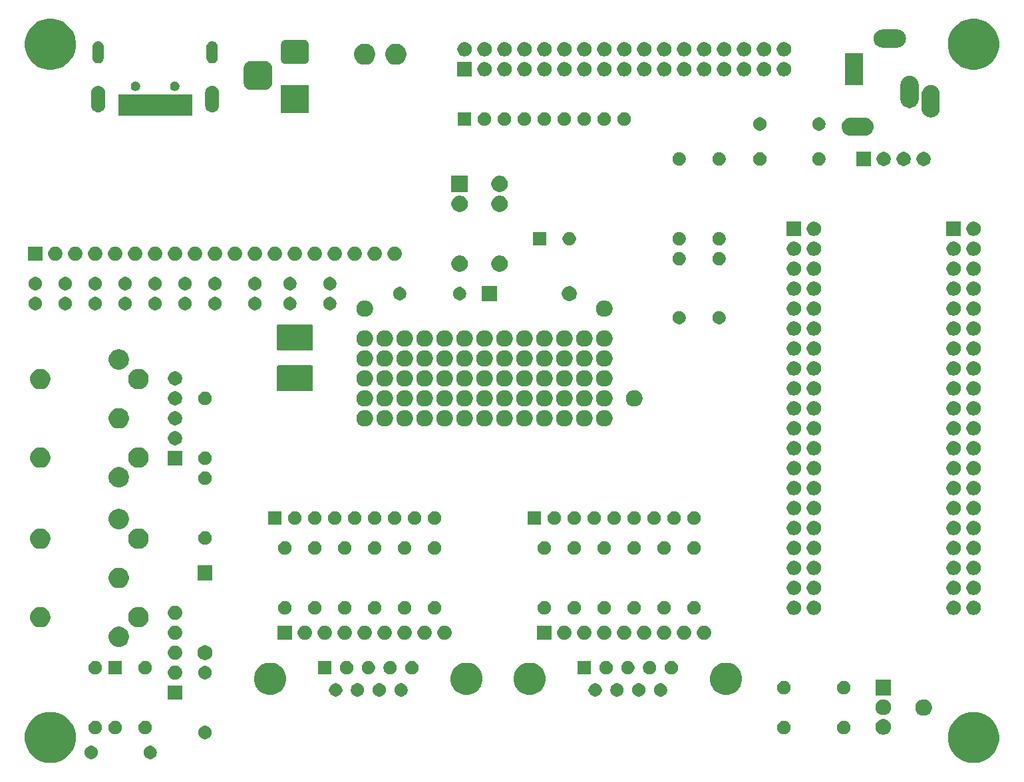
<source format=gts>
G04 #@! TF.GenerationSoftware,KiCad,Pcbnew,(5.1.5-0-10_14)*
G04 #@! TF.CreationDate,2020-02-16T14:34:08+09:00*
G04 #@! TF.ProjectId,F68K-IO,4636384b-2d49-44f2-9e6b-696361645f70,rev?*
G04 #@! TF.SameCoordinates,Original*
G04 #@! TF.FileFunction,Soldermask,Top*
G04 #@! TF.FilePolarity,Negative*
%FSLAX46Y46*%
G04 Gerber Fmt 4.6, Leading zero omitted, Abs format (unit mm)*
G04 Created by KiCad (PCBNEW (5.1.5-0-10_14)) date 2020-02-16 14:34:08*
%MOMM*%
%LPD*%
G04 APERTURE LIST*
%ADD10C,0.100000*%
G04 APERTURE END LIST*
D10*
G36*
X210066760Y-132678099D02*
G01*
X210498282Y-132763934D01*
X211089926Y-133009001D01*
X211516477Y-133294014D01*
X211622391Y-133364783D01*
X212075217Y-133817609D01*
X212131538Y-133901900D01*
X212430999Y-134350074D01*
X212676066Y-134941718D01*
X212676066Y-134941719D01*
X212787758Y-135503229D01*
X212801000Y-135569804D01*
X212801000Y-136210196D01*
X212676066Y-136838282D01*
X212430999Y-137429926D01*
X212243068Y-137711184D01*
X212131061Y-137878815D01*
X212075216Y-137962392D01*
X211622392Y-138415216D01*
X211089926Y-138770999D01*
X210498282Y-139016066D01*
X210184239Y-139078533D01*
X209870197Y-139141000D01*
X209229803Y-139141000D01*
X208915761Y-139078533D01*
X208601718Y-139016066D01*
X208010074Y-138770999D01*
X207477608Y-138415216D01*
X207024784Y-137962392D01*
X206968940Y-137878815D01*
X206856932Y-137711184D01*
X206669001Y-137429926D01*
X206423934Y-136838282D01*
X206299000Y-136210196D01*
X206299000Y-135569804D01*
X206312243Y-135503229D01*
X206423934Y-134941719D01*
X206423934Y-134941718D01*
X206669001Y-134350074D01*
X206968462Y-133901900D01*
X207024783Y-133817609D01*
X207477609Y-133364783D01*
X207583523Y-133294014D01*
X208010074Y-133009001D01*
X208601718Y-132763934D01*
X209033240Y-132678099D01*
X209229803Y-132639000D01*
X209870197Y-132639000D01*
X210066760Y-132678099D01*
G37*
G36*
X92591760Y-132678099D02*
G01*
X93023282Y-132763934D01*
X93614926Y-133009001D01*
X94041477Y-133294014D01*
X94147391Y-133364783D01*
X94600217Y-133817609D01*
X94656538Y-133901900D01*
X94955999Y-134350074D01*
X95201066Y-134941718D01*
X95201066Y-134941719D01*
X95312758Y-135503229D01*
X95326000Y-135569804D01*
X95326000Y-136210196D01*
X95201066Y-136838282D01*
X94955999Y-137429926D01*
X94768068Y-137711184D01*
X94656061Y-137878815D01*
X94600216Y-137962392D01*
X94147392Y-138415216D01*
X93614926Y-138770999D01*
X93023282Y-139016066D01*
X92709239Y-139078533D01*
X92395197Y-139141000D01*
X91754803Y-139141000D01*
X91440761Y-139078533D01*
X91126718Y-139016066D01*
X90535074Y-138770999D01*
X90002608Y-138415216D01*
X89549784Y-137962392D01*
X89493940Y-137878815D01*
X89381932Y-137711184D01*
X89194001Y-137429926D01*
X88948934Y-136838282D01*
X88824000Y-136210196D01*
X88824000Y-135569804D01*
X88837243Y-135503229D01*
X88948934Y-134941719D01*
X88948934Y-134941718D01*
X89194001Y-134350074D01*
X89493462Y-133901900D01*
X89549783Y-133817609D01*
X90002609Y-133364783D01*
X90108523Y-133294014D01*
X90535074Y-133009001D01*
X91126718Y-132763934D01*
X91558240Y-132678099D01*
X91754803Y-132639000D01*
X92395197Y-132639000D01*
X92591760Y-132678099D01*
G37*
G36*
X105023228Y-136976703D02*
G01*
X105178100Y-137040853D01*
X105317481Y-137133985D01*
X105436015Y-137252519D01*
X105529147Y-137391900D01*
X105593297Y-137546772D01*
X105626000Y-137711184D01*
X105626000Y-137878816D01*
X105593297Y-138043228D01*
X105529147Y-138198100D01*
X105436015Y-138337481D01*
X105317481Y-138456015D01*
X105178100Y-138549147D01*
X105023228Y-138613297D01*
X104858816Y-138646000D01*
X104691184Y-138646000D01*
X104526772Y-138613297D01*
X104371900Y-138549147D01*
X104232519Y-138456015D01*
X104113985Y-138337481D01*
X104020853Y-138198100D01*
X103956703Y-138043228D01*
X103924000Y-137878816D01*
X103924000Y-137711184D01*
X103956703Y-137546772D01*
X104020853Y-137391900D01*
X104113985Y-137252519D01*
X104232519Y-137133985D01*
X104371900Y-137040853D01*
X104526772Y-136976703D01*
X104691184Y-136944000D01*
X104858816Y-136944000D01*
X105023228Y-136976703D01*
G37*
G36*
X97523228Y-136976703D02*
G01*
X97678100Y-137040853D01*
X97817481Y-137133985D01*
X97936015Y-137252519D01*
X98029147Y-137391900D01*
X98093297Y-137546772D01*
X98126000Y-137711184D01*
X98126000Y-137878816D01*
X98093297Y-138043228D01*
X98029147Y-138198100D01*
X97936015Y-138337481D01*
X97817481Y-138456015D01*
X97678100Y-138549147D01*
X97523228Y-138613297D01*
X97358816Y-138646000D01*
X97191184Y-138646000D01*
X97026772Y-138613297D01*
X96871900Y-138549147D01*
X96732519Y-138456015D01*
X96613985Y-138337481D01*
X96520853Y-138198100D01*
X96456703Y-138043228D01*
X96424000Y-137878816D01*
X96424000Y-137711184D01*
X96456703Y-137546772D01*
X96520853Y-137391900D01*
X96613985Y-137252519D01*
X96732519Y-137133985D01*
X96871900Y-137040853D01*
X97026772Y-136976703D01*
X97191184Y-136944000D01*
X97358816Y-136944000D01*
X97523228Y-136976703D01*
G37*
G36*
X112008228Y-134436703D02*
G01*
X112163100Y-134500853D01*
X112302481Y-134593985D01*
X112421015Y-134712519D01*
X112514147Y-134851900D01*
X112578297Y-135006772D01*
X112611000Y-135171184D01*
X112611000Y-135338816D01*
X112578297Y-135503228D01*
X112514147Y-135658100D01*
X112421015Y-135797481D01*
X112302481Y-135916015D01*
X112163100Y-136009147D01*
X112008228Y-136073297D01*
X111843816Y-136106000D01*
X111676184Y-136106000D01*
X111511772Y-136073297D01*
X111356900Y-136009147D01*
X111217519Y-135916015D01*
X111098985Y-135797481D01*
X111005853Y-135658100D01*
X110941703Y-135503228D01*
X110909000Y-135338816D01*
X110909000Y-135171184D01*
X110941703Y-135006772D01*
X111005853Y-134851900D01*
X111098985Y-134712519D01*
X111217519Y-134593985D01*
X111356900Y-134500853D01*
X111511772Y-134436703D01*
X111676184Y-134404000D01*
X111843816Y-134404000D01*
X112008228Y-134436703D01*
G37*
G36*
X198348481Y-133577468D02*
G01*
X198530651Y-133652926D01*
X198694600Y-133762473D01*
X198834027Y-133901900D01*
X198943574Y-134065849D01*
X199019032Y-134248019D01*
X199057500Y-134441410D01*
X199057500Y-134638590D01*
X199019032Y-134831981D01*
X198943574Y-135014151D01*
X198834027Y-135178100D01*
X198694600Y-135317527D01*
X198530651Y-135427074D01*
X198530650Y-135427075D01*
X198530649Y-135427075D01*
X198503557Y-135438297D01*
X198348481Y-135502532D01*
X198155091Y-135541000D01*
X197957909Y-135541000D01*
X197764519Y-135502532D01*
X197609443Y-135438297D01*
X197582351Y-135427075D01*
X197582350Y-135427075D01*
X197582349Y-135427074D01*
X197418400Y-135317527D01*
X197278973Y-135178100D01*
X197169426Y-135014151D01*
X197093968Y-134831981D01*
X197055500Y-134638590D01*
X197055500Y-134441410D01*
X197093968Y-134248019D01*
X197169426Y-134065849D01*
X197278973Y-133901900D01*
X197418400Y-133762473D01*
X197582349Y-133652926D01*
X197764519Y-133577468D01*
X197957909Y-133539000D01*
X198155091Y-133539000D01*
X198348481Y-133577468D01*
G37*
G36*
X100578228Y-133801703D02*
G01*
X100733100Y-133865853D01*
X100872481Y-133958985D01*
X100991015Y-134077519D01*
X101084147Y-134216900D01*
X101148297Y-134371772D01*
X101181000Y-134536184D01*
X101181000Y-134703816D01*
X101148297Y-134868228D01*
X101084147Y-135023100D01*
X100991015Y-135162481D01*
X100872481Y-135281015D01*
X100733100Y-135374147D01*
X100578228Y-135438297D01*
X100413816Y-135471000D01*
X100246184Y-135471000D01*
X100081772Y-135438297D01*
X99926900Y-135374147D01*
X99787519Y-135281015D01*
X99668985Y-135162481D01*
X99575853Y-135023100D01*
X99511703Y-134868228D01*
X99479000Y-134703816D01*
X99479000Y-134536184D01*
X99511703Y-134371772D01*
X99575853Y-134216900D01*
X99668985Y-134077519D01*
X99787519Y-133958985D01*
X99926900Y-133865853D01*
X100081772Y-133801703D01*
X100246184Y-133769000D01*
X100413816Y-133769000D01*
X100578228Y-133801703D01*
G37*
G36*
X193288228Y-133801703D02*
G01*
X193443100Y-133865853D01*
X193582481Y-133958985D01*
X193701015Y-134077519D01*
X193794147Y-134216900D01*
X193858297Y-134371772D01*
X193891000Y-134536184D01*
X193891000Y-134703816D01*
X193858297Y-134868228D01*
X193794147Y-135023100D01*
X193701015Y-135162481D01*
X193582481Y-135281015D01*
X193443100Y-135374147D01*
X193288228Y-135438297D01*
X193123816Y-135471000D01*
X192956184Y-135471000D01*
X192791772Y-135438297D01*
X192636900Y-135374147D01*
X192497519Y-135281015D01*
X192378985Y-135162481D01*
X192285853Y-135023100D01*
X192221703Y-134868228D01*
X192189000Y-134703816D01*
X192189000Y-134536184D01*
X192221703Y-134371772D01*
X192285853Y-134216900D01*
X192378985Y-134077519D01*
X192497519Y-133958985D01*
X192636900Y-133865853D01*
X192791772Y-133801703D01*
X192956184Y-133769000D01*
X193123816Y-133769000D01*
X193288228Y-133801703D01*
G37*
G36*
X185668228Y-133801703D02*
G01*
X185823100Y-133865853D01*
X185962481Y-133958985D01*
X186081015Y-134077519D01*
X186174147Y-134216900D01*
X186238297Y-134371772D01*
X186271000Y-134536184D01*
X186271000Y-134703816D01*
X186238297Y-134868228D01*
X186174147Y-135023100D01*
X186081015Y-135162481D01*
X185962481Y-135281015D01*
X185823100Y-135374147D01*
X185668228Y-135438297D01*
X185503816Y-135471000D01*
X185336184Y-135471000D01*
X185171772Y-135438297D01*
X185016900Y-135374147D01*
X184877519Y-135281015D01*
X184758985Y-135162481D01*
X184665853Y-135023100D01*
X184601703Y-134868228D01*
X184569000Y-134703816D01*
X184569000Y-134536184D01*
X184601703Y-134371772D01*
X184665853Y-134216900D01*
X184758985Y-134077519D01*
X184877519Y-133958985D01*
X185016900Y-133865853D01*
X185171772Y-133801703D01*
X185336184Y-133769000D01*
X185503816Y-133769000D01*
X185668228Y-133801703D01*
G37*
G36*
X104388228Y-133801703D02*
G01*
X104543100Y-133865853D01*
X104682481Y-133958985D01*
X104801015Y-134077519D01*
X104894147Y-134216900D01*
X104958297Y-134371772D01*
X104991000Y-134536184D01*
X104991000Y-134703816D01*
X104958297Y-134868228D01*
X104894147Y-135023100D01*
X104801015Y-135162481D01*
X104682481Y-135281015D01*
X104543100Y-135374147D01*
X104388228Y-135438297D01*
X104223816Y-135471000D01*
X104056184Y-135471000D01*
X103891772Y-135438297D01*
X103736900Y-135374147D01*
X103597519Y-135281015D01*
X103478985Y-135162481D01*
X103385853Y-135023100D01*
X103321703Y-134868228D01*
X103289000Y-134703816D01*
X103289000Y-134536184D01*
X103321703Y-134371772D01*
X103385853Y-134216900D01*
X103478985Y-134077519D01*
X103597519Y-133958985D01*
X103736900Y-133865853D01*
X103891772Y-133801703D01*
X104056184Y-133769000D01*
X104223816Y-133769000D01*
X104388228Y-133801703D01*
G37*
G36*
X98038228Y-133801703D02*
G01*
X98193100Y-133865853D01*
X98332481Y-133958985D01*
X98451015Y-134077519D01*
X98544147Y-134216900D01*
X98608297Y-134371772D01*
X98641000Y-134536184D01*
X98641000Y-134703816D01*
X98608297Y-134868228D01*
X98544147Y-135023100D01*
X98451015Y-135162481D01*
X98332481Y-135281015D01*
X98193100Y-135374147D01*
X98038228Y-135438297D01*
X97873816Y-135471000D01*
X97706184Y-135471000D01*
X97541772Y-135438297D01*
X97386900Y-135374147D01*
X97247519Y-135281015D01*
X97128985Y-135162481D01*
X97035853Y-135023100D01*
X96971703Y-134868228D01*
X96939000Y-134703816D01*
X96939000Y-134536184D01*
X96971703Y-134371772D01*
X97035853Y-134216900D01*
X97128985Y-134077519D01*
X97247519Y-133958985D01*
X97386900Y-133865853D01*
X97541772Y-133801703D01*
X97706184Y-133769000D01*
X97873816Y-133769000D01*
X98038228Y-133801703D01*
G37*
G36*
X203506564Y-131069389D02*
G01*
X203697833Y-131148615D01*
X203697835Y-131148616D01*
X203704285Y-131152926D01*
X203869973Y-131263635D01*
X204016365Y-131410027D01*
X204131385Y-131582167D01*
X204210611Y-131773436D01*
X204251000Y-131976484D01*
X204251000Y-132183516D01*
X204210611Y-132386564D01*
X204157763Y-132514151D01*
X204131384Y-132577835D01*
X204016365Y-132749973D01*
X203869973Y-132896365D01*
X203697835Y-133011384D01*
X203697834Y-133011385D01*
X203697833Y-133011385D01*
X203506564Y-133090611D01*
X203303516Y-133131000D01*
X203096484Y-133131000D01*
X202893436Y-133090611D01*
X202702167Y-133011385D01*
X202702166Y-133011385D01*
X202702165Y-133011384D01*
X202530027Y-132896365D01*
X202383635Y-132749973D01*
X202268616Y-132577835D01*
X202242237Y-132514151D01*
X202189389Y-132386564D01*
X202149000Y-132183516D01*
X202149000Y-131976484D01*
X202189389Y-131773436D01*
X202268615Y-131582167D01*
X202383635Y-131410027D01*
X202530027Y-131263635D01*
X202695715Y-131152926D01*
X202702165Y-131148616D01*
X202702167Y-131148615D01*
X202893436Y-131069389D01*
X203096484Y-131029000D01*
X203303516Y-131029000D01*
X203506564Y-131069389D01*
G37*
G36*
X198348481Y-131077468D02*
G01*
X198477295Y-131130825D01*
X198520244Y-131148615D01*
X198530651Y-131152926D01*
X198694600Y-131262473D01*
X198834027Y-131401900D01*
X198943574Y-131565849D01*
X199019032Y-131748019D01*
X199057500Y-131941410D01*
X199057500Y-132138590D01*
X199019032Y-132331981D01*
X198943574Y-132514151D01*
X198834027Y-132678100D01*
X198694600Y-132817527D01*
X198530651Y-132927074D01*
X198348481Y-133002532D01*
X198315959Y-133009001D01*
X198155091Y-133041000D01*
X197957909Y-133041000D01*
X197797041Y-133009001D01*
X197764519Y-133002532D01*
X197582349Y-132927074D01*
X197418400Y-132817527D01*
X197278973Y-132678100D01*
X197169426Y-132514151D01*
X197093968Y-132331981D01*
X197055500Y-132138590D01*
X197055500Y-131941410D01*
X197093968Y-131748019D01*
X197169426Y-131565849D01*
X197278973Y-131401900D01*
X197418400Y-131262473D01*
X197582349Y-131152926D01*
X197592757Y-131148615D01*
X197635705Y-131130825D01*
X197764519Y-131077468D01*
X197957909Y-131039000D01*
X198155091Y-131039000D01*
X198348481Y-131077468D01*
G37*
G36*
X108851000Y-131076000D02*
G01*
X107049000Y-131076000D01*
X107049000Y-129274000D01*
X108851000Y-129274000D01*
X108851000Y-131076000D01*
G37*
G36*
X167193228Y-129021703D02*
G01*
X167348100Y-129085853D01*
X167487481Y-129178985D01*
X167606015Y-129297519D01*
X167699147Y-129436900D01*
X167763297Y-129591772D01*
X167796000Y-129756184D01*
X167796000Y-129923816D01*
X167763297Y-130088228D01*
X167699147Y-130243100D01*
X167606015Y-130382481D01*
X167487481Y-130501015D01*
X167348100Y-130594147D01*
X167193228Y-130658297D01*
X167028816Y-130691000D01*
X166861184Y-130691000D01*
X166696772Y-130658297D01*
X166541900Y-130594147D01*
X166402519Y-130501015D01*
X166283985Y-130382481D01*
X166190853Y-130243100D01*
X166126703Y-130088228D01*
X166094000Y-129923816D01*
X166094000Y-129756184D01*
X166126703Y-129591772D01*
X166190853Y-129436900D01*
X166283985Y-129297519D01*
X166402519Y-129178985D01*
X166541900Y-129085853D01*
X166696772Y-129021703D01*
X166861184Y-128989000D01*
X167028816Y-128989000D01*
X167193228Y-129021703D01*
G37*
G36*
X161653228Y-129021703D02*
G01*
X161808100Y-129085853D01*
X161947481Y-129178985D01*
X162066015Y-129297519D01*
X162159147Y-129436900D01*
X162223297Y-129591772D01*
X162256000Y-129756184D01*
X162256000Y-129923816D01*
X162223297Y-130088228D01*
X162159147Y-130243100D01*
X162066015Y-130382481D01*
X161947481Y-130501015D01*
X161808100Y-130594147D01*
X161653228Y-130658297D01*
X161488816Y-130691000D01*
X161321184Y-130691000D01*
X161156772Y-130658297D01*
X161001900Y-130594147D01*
X160862519Y-130501015D01*
X160743985Y-130382481D01*
X160650853Y-130243100D01*
X160586703Y-130088228D01*
X160554000Y-129923816D01*
X160554000Y-129756184D01*
X160586703Y-129591772D01*
X160650853Y-129436900D01*
X160743985Y-129297519D01*
X160862519Y-129178985D01*
X161001900Y-129085853D01*
X161156772Y-129021703D01*
X161321184Y-128989000D01*
X161488816Y-128989000D01*
X161653228Y-129021703D01*
G37*
G36*
X164423228Y-129021703D02*
G01*
X164578100Y-129085853D01*
X164717481Y-129178985D01*
X164836015Y-129297519D01*
X164929147Y-129436900D01*
X164993297Y-129591772D01*
X165026000Y-129756184D01*
X165026000Y-129923816D01*
X164993297Y-130088228D01*
X164929147Y-130243100D01*
X164836015Y-130382481D01*
X164717481Y-130501015D01*
X164578100Y-130594147D01*
X164423228Y-130658297D01*
X164258816Y-130691000D01*
X164091184Y-130691000D01*
X163926772Y-130658297D01*
X163771900Y-130594147D01*
X163632519Y-130501015D01*
X163513985Y-130382481D01*
X163420853Y-130243100D01*
X163356703Y-130088228D01*
X163324000Y-129923816D01*
X163324000Y-129756184D01*
X163356703Y-129591772D01*
X163420853Y-129436900D01*
X163513985Y-129297519D01*
X163632519Y-129178985D01*
X163771900Y-129085853D01*
X163926772Y-129021703D01*
X164091184Y-128989000D01*
X164258816Y-128989000D01*
X164423228Y-129021703D01*
G37*
G36*
X169963228Y-129021703D02*
G01*
X170118100Y-129085853D01*
X170257481Y-129178985D01*
X170376015Y-129297519D01*
X170469147Y-129436900D01*
X170533297Y-129591772D01*
X170566000Y-129756184D01*
X170566000Y-129923816D01*
X170533297Y-130088228D01*
X170469147Y-130243100D01*
X170376015Y-130382481D01*
X170257481Y-130501015D01*
X170118100Y-130594147D01*
X169963228Y-130658297D01*
X169798816Y-130691000D01*
X169631184Y-130691000D01*
X169466772Y-130658297D01*
X169311900Y-130594147D01*
X169172519Y-130501015D01*
X169053985Y-130382481D01*
X168960853Y-130243100D01*
X168896703Y-130088228D01*
X168864000Y-129923816D01*
X168864000Y-129756184D01*
X168896703Y-129591772D01*
X168960853Y-129436900D01*
X169053985Y-129297519D01*
X169172519Y-129178985D01*
X169311900Y-129085853D01*
X169466772Y-129021703D01*
X169631184Y-128989000D01*
X169798816Y-128989000D01*
X169963228Y-129021703D01*
G37*
G36*
X128633228Y-129021703D02*
G01*
X128788100Y-129085853D01*
X128927481Y-129178985D01*
X129046015Y-129297519D01*
X129139147Y-129436900D01*
X129203297Y-129591772D01*
X129236000Y-129756184D01*
X129236000Y-129923816D01*
X129203297Y-130088228D01*
X129139147Y-130243100D01*
X129046015Y-130382481D01*
X128927481Y-130501015D01*
X128788100Y-130594147D01*
X128633228Y-130658297D01*
X128468816Y-130691000D01*
X128301184Y-130691000D01*
X128136772Y-130658297D01*
X127981900Y-130594147D01*
X127842519Y-130501015D01*
X127723985Y-130382481D01*
X127630853Y-130243100D01*
X127566703Y-130088228D01*
X127534000Y-129923816D01*
X127534000Y-129756184D01*
X127566703Y-129591772D01*
X127630853Y-129436900D01*
X127723985Y-129297519D01*
X127842519Y-129178985D01*
X127981900Y-129085853D01*
X128136772Y-129021703D01*
X128301184Y-128989000D01*
X128468816Y-128989000D01*
X128633228Y-129021703D01*
G37*
G36*
X131403228Y-129021703D02*
G01*
X131558100Y-129085853D01*
X131697481Y-129178985D01*
X131816015Y-129297519D01*
X131909147Y-129436900D01*
X131973297Y-129591772D01*
X132006000Y-129756184D01*
X132006000Y-129923816D01*
X131973297Y-130088228D01*
X131909147Y-130243100D01*
X131816015Y-130382481D01*
X131697481Y-130501015D01*
X131558100Y-130594147D01*
X131403228Y-130658297D01*
X131238816Y-130691000D01*
X131071184Y-130691000D01*
X130906772Y-130658297D01*
X130751900Y-130594147D01*
X130612519Y-130501015D01*
X130493985Y-130382481D01*
X130400853Y-130243100D01*
X130336703Y-130088228D01*
X130304000Y-129923816D01*
X130304000Y-129756184D01*
X130336703Y-129591772D01*
X130400853Y-129436900D01*
X130493985Y-129297519D01*
X130612519Y-129178985D01*
X130751900Y-129085853D01*
X130906772Y-129021703D01*
X131071184Y-128989000D01*
X131238816Y-128989000D01*
X131403228Y-129021703D01*
G37*
G36*
X134173228Y-129021703D02*
G01*
X134328100Y-129085853D01*
X134467481Y-129178985D01*
X134586015Y-129297519D01*
X134679147Y-129436900D01*
X134743297Y-129591772D01*
X134776000Y-129756184D01*
X134776000Y-129923816D01*
X134743297Y-130088228D01*
X134679147Y-130243100D01*
X134586015Y-130382481D01*
X134467481Y-130501015D01*
X134328100Y-130594147D01*
X134173228Y-130658297D01*
X134008816Y-130691000D01*
X133841184Y-130691000D01*
X133676772Y-130658297D01*
X133521900Y-130594147D01*
X133382519Y-130501015D01*
X133263985Y-130382481D01*
X133170853Y-130243100D01*
X133106703Y-130088228D01*
X133074000Y-129923816D01*
X133074000Y-129756184D01*
X133106703Y-129591772D01*
X133170853Y-129436900D01*
X133263985Y-129297519D01*
X133382519Y-129178985D01*
X133521900Y-129085853D01*
X133676772Y-129021703D01*
X133841184Y-128989000D01*
X134008816Y-128989000D01*
X134173228Y-129021703D01*
G37*
G36*
X136943228Y-129021703D02*
G01*
X137098100Y-129085853D01*
X137237481Y-129178985D01*
X137356015Y-129297519D01*
X137449147Y-129436900D01*
X137513297Y-129591772D01*
X137546000Y-129756184D01*
X137546000Y-129923816D01*
X137513297Y-130088228D01*
X137449147Y-130243100D01*
X137356015Y-130382481D01*
X137237481Y-130501015D01*
X137098100Y-130594147D01*
X136943228Y-130658297D01*
X136778816Y-130691000D01*
X136611184Y-130691000D01*
X136446772Y-130658297D01*
X136291900Y-130594147D01*
X136152519Y-130501015D01*
X136033985Y-130382481D01*
X135940853Y-130243100D01*
X135876703Y-130088228D01*
X135844000Y-129923816D01*
X135844000Y-129756184D01*
X135876703Y-129591772D01*
X135940853Y-129436900D01*
X136033985Y-129297519D01*
X136152519Y-129178985D01*
X136291900Y-129085853D01*
X136446772Y-129021703D01*
X136611184Y-128989000D01*
X136778816Y-128989000D01*
X136943228Y-129021703D01*
G37*
G36*
X199057500Y-130541000D02*
G01*
X197055500Y-130541000D01*
X197055500Y-128539000D01*
X199057500Y-128539000D01*
X199057500Y-130541000D01*
G37*
G36*
X145638254Y-126447818D02*
G01*
X145998170Y-126596900D01*
X146011513Y-126602427D01*
X146347436Y-126826884D01*
X146633116Y-127112564D01*
X146816336Y-127386771D01*
X146857574Y-127448489D01*
X147012182Y-127821746D01*
X147091000Y-128217993D01*
X147091000Y-128622007D01*
X147012182Y-129018254D01*
X146896506Y-129297520D01*
X146857573Y-129391513D01*
X146633116Y-129727436D01*
X146347436Y-130013116D01*
X146011513Y-130237573D01*
X146011512Y-130237574D01*
X146011511Y-130237574D01*
X145638254Y-130392182D01*
X145242007Y-130471000D01*
X144837993Y-130471000D01*
X144441746Y-130392182D01*
X144068489Y-130237574D01*
X144068488Y-130237574D01*
X144068487Y-130237573D01*
X143732564Y-130013116D01*
X143446884Y-129727436D01*
X143222427Y-129391513D01*
X143183494Y-129297520D01*
X143067818Y-129018254D01*
X142989000Y-128622007D01*
X142989000Y-128217993D01*
X143067818Y-127821746D01*
X143222426Y-127448489D01*
X143263665Y-127386771D01*
X143446884Y-127112564D01*
X143732564Y-126826884D01*
X144068487Y-126602427D01*
X144081830Y-126596900D01*
X144441746Y-126447818D01*
X144837993Y-126369000D01*
X145242007Y-126369000D01*
X145638254Y-126447818D01*
G37*
G36*
X120638254Y-126447818D02*
G01*
X120998170Y-126596900D01*
X121011513Y-126602427D01*
X121347436Y-126826884D01*
X121633116Y-127112564D01*
X121816336Y-127386771D01*
X121857574Y-127448489D01*
X122012182Y-127821746D01*
X122091000Y-128217993D01*
X122091000Y-128622007D01*
X122012182Y-129018254D01*
X121896506Y-129297520D01*
X121857573Y-129391513D01*
X121633116Y-129727436D01*
X121347436Y-130013116D01*
X121011513Y-130237573D01*
X121011512Y-130237574D01*
X121011511Y-130237574D01*
X120638254Y-130392182D01*
X120242007Y-130471000D01*
X119837993Y-130471000D01*
X119441746Y-130392182D01*
X119068489Y-130237574D01*
X119068488Y-130237574D01*
X119068487Y-130237573D01*
X118732564Y-130013116D01*
X118446884Y-129727436D01*
X118222427Y-129391513D01*
X118183494Y-129297520D01*
X118067818Y-129018254D01*
X117989000Y-128622007D01*
X117989000Y-128217993D01*
X118067818Y-127821746D01*
X118222426Y-127448489D01*
X118263665Y-127386771D01*
X118446884Y-127112564D01*
X118732564Y-126826884D01*
X119068487Y-126602427D01*
X119081830Y-126596900D01*
X119441746Y-126447818D01*
X119837993Y-126369000D01*
X120242007Y-126369000D01*
X120638254Y-126447818D01*
G37*
G36*
X178658254Y-126447818D02*
G01*
X179018170Y-126596900D01*
X179031513Y-126602427D01*
X179367436Y-126826884D01*
X179653116Y-127112564D01*
X179836336Y-127386771D01*
X179877574Y-127448489D01*
X180032182Y-127821746D01*
X180111000Y-128217993D01*
X180111000Y-128622007D01*
X180032182Y-129018254D01*
X179916506Y-129297520D01*
X179877573Y-129391513D01*
X179653116Y-129727436D01*
X179367436Y-130013116D01*
X179031513Y-130237573D01*
X179031512Y-130237574D01*
X179031511Y-130237574D01*
X178658254Y-130392182D01*
X178262007Y-130471000D01*
X177857993Y-130471000D01*
X177461746Y-130392182D01*
X177088489Y-130237574D01*
X177088488Y-130237574D01*
X177088487Y-130237573D01*
X176752564Y-130013116D01*
X176466884Y-129727436D01*
X176242427Y-129391513D01*
X176203494Y-129297520D01*
X176087818Y-129018254D01*
X176009000Y-128622007D01*
X176009000Y-128217993D01*
X176087818Y-127821746D01*
X176242426Y-127448489D01*
X176283665Y-127386771D01*
X176466884Y-127112564D01*
X176752564Y-126826884D01*
X177088487Y-126602427D01*
X177101830Y-126596900D01*
X177461746Y-126447818D01*
X177857993Y-126369000D01*
X178262007Y-126369000D01*
X178658254Y-126447818D01*
G37*
G36*
X153658254Y-126447818D02*
G01*
X154018170Y-126596900D01*
X154031513Y-126602427D01*
X154367436Y-126826884D01*
X154653116Y-127112564D01*
X154836336Y-127386771D01*
X154877574Y-127448489D01*
X155032182Y-127821746D01*
X155111000Y-128217993D01*
X155111000Y-128622007D01*
X155032182Y-129018254D01*
X154916506Y-129297520D01*
X154877573Y-129391513D01*
X154653116Y-129727436D01*
X154367436Y-130013116D01*
X154031513Y-130237573D01*
X154031512Y-130237574D01*
X154031511Y-130237574D01*
X153658254Y-130392182D01*
X153262007Y-130471000D01*
X152857993Y-130471000D01*
X152461746Y-130392182D01*
X152088489Y-130237574D01*
X152088488Y-130237574D01*
X152088487Y-130237573D01*
X151752564Y-130013116D01*
X151466884Y-129727436D01*
X151242427Y-129391513D01*
X151203494Y-129297520D01*
X151087818Y-129018254D01*
X151009000Y-128622007D01*
X151009000Y-128217993D01*
X151087818Y-127821746D01*
X151242426Y-127448489D01*
X151283665Y-127386771D01*
X151466884Y-127112564D01*
X151752564Y-126826884D01*
X152088487Y-126602427D01*
X152101830Y-126596900D01*
X152461746Y-126447818D01*
X152857993Y-126369000D01*
X153262007Y-126369000D01*
X153658254Y-126447818D01*
G37*
G36*
X185668228Y-128721703D02*
G01*
X185823100Y-128785853D01*
X185962481Y-128878985D01*
X186081015Y-128997519D01*
X186174147Y-129136900D01*
X186238297Y-129291772D01*
X186271000Y-129456184D01*
X186271000Y-129623816D01*
X186238297Y-129788228D01*
X186174147Y-129943100D01*
X186081015Y-130082481D01*
X185962481Y-130201015D01*
X185823100Y-130294147D01*
X185668228Y-130358297D01*
X185503816Y-130391000D01*
X185336184Y-130391000D01*
X185171772Y-130358297D01*
X185016900Y-130294147D01*
X184877519Y-130201015D01*
X184758985Y-130082481D01*
X184665853Y-129943100D01*
X184601703Y-129788228D01*
X184569000Y-129623816D01*
X184569000Y-129456184D01*
X184601703Y-129291772D01*
X184665853Y-129136900D01*
X184758985Y-128997519D01*
X184877519Y-128878985D01*
X185016900Y-128785853D01*
X185171772Y-128721703D01*
X185336184Y-128689000D01*
X185503816Y-128689000D01*
X185668228Y-128721703D01*
G37*
G36*
X193288228Y-128721703D02*
G01*
X193443100Y-128785853D01*
X193582481Y-128878985D01*
X193701015Y-128997519D01*
X193794147Y-129136900D01*
X193858297Y-129291772D01*
X193891000Y-129456184D01*
X193891000Y-129623816D01*
X193858297Y-129788228D01*
X193794147Y-129943100D01*
X193701015Y-130082481D01*
X193582481Y-130201015D01*
X193443100Y-130294147D01*
X193288228Y-130358297D01*
X193123816Y-130391000D01*
X192956184Y-130391000D01*
X192791772Y-130358297D01*
X192636900Y-130294147D01*
X192497519Y-130201015D01*
X192378985Y-130082481D01*
X192285853Y-129943100D01*
X192221703Y-129788228D01*
X192189000Y-129623816D01*
X192189000Y-129456184D01*
X192221703Y-129291772D01*
X192285853Y-129136900D01*
X192378985Y-128997519D01*
X192497519Y-128878985D01*
X192636900Y-128785853D01*
X192791772Y-128721703D01*
X192956184Y-128689000D01*
X193123816Y-128689000D01*
X193288228Y-128721703D01*
G37*
G36*
X108063512Y-126738927D02*
G01*
X108212812Y-126768624D01*
X108376784Y-126836544D01*
X108524354Y-126935147D01*
X108649853Y-127060646D01*
X108748456Y-127208216D01*
X108816376Y-127372188D01*
X108851000Y-127546259D01*
X108851000Y-127723741D01*
X108816376Y-127897812D01*
X108748456Y-128061784D01*
X108649853Y-128209354D01*
X108524354Y-128334853D01*
X108376784Y-128433456D01*
X108212812Y-128501376D01*
X108063512Y-128531073D01*
X108038742Y-128536000D01*
X107861258Y-128536000D01*
X107836488Y-128531073D01*
X107687188Y-128501376D01*
X107523216Y-128433456D01*
X107375646Y-128334853D01*
X107250147Y-128209354D01*
X107151544Y-128061784D01*
X107083624Y-127897812D01*
X107049000Y-127723741D01*
X107049000Y-127546259D01*
X107083624Y-127372188D01*
X107151544Y-127208216D01*
X107250147Y-127060646D01*
X107375646Y-126935147D01*
X107523216Y-126836544D01*
X107687188Y-126768624D01*
X107836488Y-126738927D01*
X107861258Y-126734000D01*
X108038742Y-126734000D01*
X108063512Y-126738927D01*
G37*
G36*
X112008228Y-126816703D02*
G01*
X112163100Y-126880853D01*
X112302481Y-126973985D01*
X112421015Y-127092519D01*
X112514147Y-127231900D01*
X112578297Y-127386772D01*
X112611000Y-127551184D01*
X112611000Y-127718816D01*
X112578297Y-127883228D01*
X112514147Y-128038100D01*
X112421015Y-128177481D01*
X112302481Y-128296015D01*
X112163100Y-128389147D01*
X112008228Y-128453297D01*
X111843816Y-128486000D01*
X111676184Y-128486000D01*
X111511772Y-128453297D01*
X111356900Y-128389147D01*
X111217519Y-128296015D01*
X111098985Y-128177481D01*
X111005853Y-128038100D01*
X110941703Y-127883228D01*
X110909000Y-127718816D01*
X110909000Y-127551184D01*
X110941703Y-127386772D01*
X111005853Y-127231900D01*
X111098985Y-127092519D01*
X111217519Y-126973985D01*
X111356900Y-126880853D01*
X111511772Y-126816703D01*
X111676184Y-126784000D01*
X111843816Y-126784000D01*
X112008228Y-126816703D01*
G37*
G36*
X165808228Y-126181703D02*
G01*
X165963100Y-126245853D01*
X166102481Y-126338985D01*
X166221015Y-126457519D01*
X166314147Y-126596900D01*
X166378297Y-126751772D01*
X166411000Y-126916184D01*
X166411000Y-127083816D01*
X166378297Y-127248228D01*
X166314147Y-127403100D01*
X166221015Y-127542481D01*
X166102481Y-127661015D01*
X165963100Y-127754147D01*
X165808228Y-127818297D01*
X165643816Y-127851000D01*
X165476184Y-127851000D01*
X165311772Y-127818297D01*
X165156900Y-127754147D01*
X165017519Y-127661015D01*
X164898985Y-127542481D01*
X164805853Y-127403100D01*
X164741703Y-127248228D01*
X164709000Y-127083816D01*
X164709000Y-126916184D01*
X164741703Y-126751772D01*
X164805853Y-126596900D01*
X164898985Y-126457519D01*
X165017519Y-126338985D01*
X165156900Y-126245853D01*
X165311772Y-126181703D01*
X165476184Y-126149000D01*
X165643816Y-126149000D01*
X165808228Y-126181703D01*
G37*
G36*
X168578228Y-126181703D02*
G01*
X168733100Y-126245853D01*
X168872481Y-126338985D01*
X168991015Y-126457519D01*
X169084147Y-126596900D01*
X169148297Y-126751772D01*
X169181000Y-126916184D01*
X169181000Y-127083816D01*
X169148297Y-127248228D01*
X169084147Y-127403100D01*
X168991015Y-127542481D01*
X168872481Y-127661015D01*
X168733100Y-127754147D01*
X168578228Y-127818297D01*
X168413816Y-127851000D01*
X168246184Y-127851000D01*
X168081772Y-127818297D01*
X167926900Y-127754147D01*
X167787519Y-127661015D01*
X167668985Y-127542481D01*
X167575853Y-127403100D01*
X167511703Y-127248228D01*
X167479000Y-127083816D01*
X167479000Y-126916184D01*
X167511703Y-126751772D01*
X167575853Y-126596900D01*
X167668985Y-126457519D01*
X167787519Y-126338985D01*
X167926900Y-126245853D01*
X168081772Y-126181703D01*
X168246184Y-126149000D01*
X168413816Y-126149000D01*
X168578228Y-126181703D01*
G37*
G36*
X171348228Y-126181703D02*
G01*
X171503100Y-126245853D01*
X171642481Y-126338985D01*
X171761015Y-126457519D01*
X171854147Y-126596900D01*
X171918297Y-126751772D01*
X171951000Y-126916184D01*
X171951000Y-127083816D01*
X171918297Y-127248228D01*
X171854147Y-127403100D01*
X171761015Y-127542481D01*
X171642481Y-127661015D01*
X171503100Y-127754147D01*
X171348228Y-127818297D01*
X171183816Y-127851000D01*
X171016184Y-127851000D01*
X170851772Y-127818297D01*
X170696900Y-127754147D01*
X170557519Y-127661015D01*
X170438985Y-127542481D01*
X170345853Y-127403100D01*
X170281703Y-127248228D01*
X170249000Y-127083816D01*
X170249000Y-126916184D01*
X170281703Y-126751772D01*
X170345853Y-126596900D01*
X170438985Y-126457519D01*
X170557519Y-126338985D01*
X170696900Y-126245853D01*
X170851772Y-126181703D01*
X171016184Y-126149000D01*
X171183816Y-126149000D01*
X171348228Y-126181703D01*
G37*
G36*
X163038228Y-126181703D02*
G01*
X163193100Y-126245853D01*
X163332481Y-126338985D01*
X163451015Y-126457519D01*
X163544147Y-126596900D01*
X163608297Y-126751772D01*
X163641000Y-126916184D01*
X163641000Y-127083816D01*
X163608297Y-127248228D01*
X163544147Y-127403100D01*
X163451015Y-127542481D01*
X163332481Y-127661015D01*
X163193100Y-127754147D01*
X163038228Y-127818297D01*
X162873816Y-127851000D01*
X162706184Y-127851000D01*
X162541772Y-127818297D01*
X162386900Y-127754147D01*
X162247519Y-127661015D01*
X162128985Y-127542481D01*
X162035853Y-127403100D01*
X161971703Y-127248228D01*
X161939000Y-127083816D01*
X161939000Y-126916184D01*
X161971703Y-126751772D01*
X162035853Y-126596900D01*
X162128985Y-126457519D01*
X162247519Y-126338985D01*
X162386900Y-126245853D01*
X162541772Y-126181703D01*
X162706184Y-126149000D01*
X162873816Y-126149000D01*
X163038228Y-126181703D01*
G37*
G36*
X160871000Y-127851000D02*
G01*
X159169000Y-127851000D01*
X159169000Y-126149000D01*
X160871000Y-126149000D01*
X160871000Y-127851000D01*
G37*
G36*
X101181000Y-127851000D02*
G01*
X99479000Y-127851000D01*
X99479000Y-126149000D01*
X101181000Y-126149000D01*
X101181000Y-127851000D01*
G37*
G36*
X127851000Y-127851000D02*
G01*
X126149000Y-127851000D01*
X126149000Y-126149000D01*
X127851000Y-126149000D01*
X127851000Y-127851000D01*
G37*
G36*
X130018228Y-126181703D02*
G01*
X130173100Y-126245853D01*
X130312481Y-126338985D01*
X130431015Y-126457519D01*
X130524147Y-126596900D01*
X130588297Y-126751772D01*
X130621000Y-126916184D01*
X130621000Y-127083816D01*
X130588297Y-127248228D01*
X130524147Y-127403100D01*
X130431015Y-127542481D01*
X130312481Y-127661015D01*
X130173100Y-127754147D01*
X130018228Y-127818297D01*
X129853816Y-127851000D01*
X129686184Y-127851000D01*
X129521772Y-127818297D01*
X129366900Y-127754147D01*
X129227519Y-127661015D01*
X129108985Y-127542481D01*
X129015853Y-127403100D01*
X128951703Y-127248228D01*
X128919000Y-127083816D01*
X128919000Y-126916184D01*
X128951703Y-126751772D01*
X129015853Y-126596900D01*
X129108985Y-126457519D01*
X129227519Y-126338985D01*
X129366900Y-126245853D01*
X129521772Y-126181703D01*
X129686184Y-126149000D01*
X129853816Y-126149000D01*
X130018228Y-126181703D01*
G37*
G36*
X132788228Y-126181703D02*
G01*
X132943100Y-126245853D01*
X133082481Y-126338985D01*
X133201015Y-126457519D01*
X133294147Y-126596900D01*
X133358297Y-126751772D01*
X133391000Y-126916184D01*
X133391000Y-127083816D01*
X133358297Y-127248228D01*
X133294147Y-127403100D01*
X133201015Y-127542481D01*
X133082481Y-127661015D01*
X132943100Y-127754147D01*
X132788228Y-127818297D01*
X132623816Y-127851000D01*
X132456184Y-127851000D01*
X132291772Y-127818297D01*
X132136900Y-127754147D01*
X131997519Y-127661015D01*
X131878985Y-127542481D01*
X131785853Y-127403100D01*
X131721703Y-127248228D01*
X131689000Y-127083816D01*
X131689000Y-126916184D01*
X131721703Y-126751772D01*
X131785853Y-126596900D01*
X131878985Y-126457519D01*
X131997519Y-126338985D01*
X132136900Y-126245853D01*
X132291772Y-126181703D01*
X132456184Y-126149000D01*
X132623816Y-126149000D01*
X132788228Y-126181703D01*
G37*
G36*
X135558228Y-126181703D02*
G01*
X135713100Y-126245853D01*
X135852481Y-126338985D01*
X135971015Y-126457519D01*
X136064147Y-126596900D01*
X136128297Y-126751772D01*
X136161000Y-126916184D01*
X136161000Y-127083816D01*
X136128297Y-127248228D01*
X136064147Y-127403100D01*
X135971015Y-127542481D01*
X135852481Y-127661015D01*
X135713100Y-127754147D01*
X135558228Y-127818297D01*
X135393816Y-127851000D01*
X135226184Y-127851000D01*
X135061772Y-127818297D01*
X134906900Y-127754147D01*
X134767519Y-127661015D01*
X134648985Y-127542481D01*
X134555853Y-127403100D01*
X134491703Y-127248228D01*
X134459000Y-127083816D01*
X134459000Y-126916184D01*
X134491703Y-126751772D01*
X134555853Y-126596900D01*
X134648985Y-126457519D01*
X134767519Y-126338985D01*
X134906900Y-126245853D01*
X135061772Y-126181703D01*
X135226184Y-126149000D01*
X135393816Y-126149000D01*
X135558228Y-126181703D01*
G37*
G36*
X98038228Y-126181703D02*
G01*
X98193100Y-126245853D01*
X98332481Y-126338985D01*
X98451015Y-126457519D01*
X98544147Y-126596900D01*
X98608297Y-126751772D01*
X98641000Y-126916184D01*
X98641000Y-127083816D01*
X98608297Y-127248228D01*
X98544147Y-127403100D01*
X98451015Y-127542481D01*
X98332481Y-127661015D01*
X98193100Y-127754147D01*
X98038228Y-127818297D01*
X97873816Y-127851000D01*
X97706184Y-127851000D01*
X97541772Y-127818297D01*
X97386900Y-127754147D01*
X97247519Y-127661015D01*
X97128985Y-127542481D01*
X97035853Y-127403100D01*
X96971703Y-127248228D01*
X96939000Y-127083816D01*
X96939000Y-126916184D01*
X96971703Y-126751772D01*
X97035853Y-126596900D01*
X97128985Y-126457519D01*
X97247519Y-126338985D01*
X97386900Y-126245853D01*
X97541772Y-126181703D01*
X97706184Y-126149000D01*
X97873816Y-126149000D01*
X98038228Y-126181703D01*
G37*
G36*
X138328228Y-126181703D02*
G01*
X138483100Y-126245853D01*
X138622481Y-126338985D01*
X138741015Y-126457519D01*
X138834147Y-126596900D01*
X138898297Y-126751772D01*
X138931000Y-126916184D01*
X138931000Y-127083816D01*
X138898297Y-127248228D01*
X138834147Y-127403100D01*
X138741015Y-127542481D01*
X138622481Y-127661015D01*
X138483100Y-127754147D01*
X138328228Y-127818297D01*
X138163816Y-127851000D01*
X137996184Y-127851000D01*
X137831772Y-127818297D01*
X137676900Y-127754147D01*
X137537519Y-127661015D01*
X137418985Y-127542481D01*
X137325853Y-127403100D01*
X137261703Y-127248228D01*
X137229000Y-127083816D01*
X137229000Y-126916184D01*
X137261703Y-126751772D01*
X137325853Y-126596900D01*
X137418985Y-126457519D01*
X137537519Y-126338985D01*
X137676900Y-126245853D01*
X137831772Y-126181703D01*
X137996184Y-126149000D01*
X138163816Y-126149000D01*
X138328228Y-126181703D01*
G37*
G36*
X104388228Y-126181703D02*
G01*
X104543100Y-126245853D01*
X104682481Y-126338985D01*
X104801015Y-126457519D01*
X104894147Y-126596900D01*
X104958297Y-126751772D01*
X104991000Y-126916184D01*
X104991000Y-127083816D01*
X104958297Y-127248228D01*
X104894147Y-127403100D01*
X104801015Y-127542481D01*
X104682481Y-127661015D01*
X104543100Y-127754147D01*
X104388228Y-127818297D01*
X104223816Y-127851000D01*
X104056184Y-127851000D01*
X103891772Y-127818297D01*
X103736900Y-127754147D01*
X103597519Y-127661015D01*
X103478985Y-127542481D01*
X103385853Y-127403100D01*
X103321703Y-127248228D01*
X103289000Y-127083816D01*
X103289000Y-126916184D01*
X103321703Y-126751772D01*
X103385853Y-126596900D01*
X103478985Y-126457519D01*
X103597519Y-126338985D01*
X103736900Y-126245853D01*
X103891772Y-126181703D01*
X104056184Y-126149000D01*
X104223816Y-126149000D01*
X104388228Y-126181703D01*
G37*
G36*
X112037395Y-124180546D02*
G01*
X112210466Y-124252234D01*
X112210467Y-124252235D01*
X112366227Y-124356310D01*
X112498690Y-124488773D01*
X112498691Y-124488775D01*
X112602766Y-124644534D01*
X112674454Y-124817605D01*
X112711000Y-125001333D01*
X112711000Y-125188667D01*
X112674454Y-125372395D01*
X112602766Y-125545466D01*
X112602765Y-125545467D01*
X112498690Y-125701227D01*
X112366227Y-125833690D01*
X112287818Y-125886081D01*
X112210466Y-125937766D01*
X112037395Y-126009454D01*
X111853667Y-126046000D01*
X111666333Y-126046000D01*
X111482605Y-126009454D01*
X111309534Y-125937766D01*
X111232182Y-125886081D01*
X111153773Y-125833690D01*
X111021310Y-125701227D01*
X110917235Y-125545467D01*
X110917234Y-125545466D01*
X110845546Y-125372395D01*
X110809000Y-125188667D01*
X110809000Y-125001333D01*
X110845546Y-124817605D01*
X110917234Y-124644534D01*
X111021309Y-124488775D01*
X111021310Y-124488773D01*
X111153773Y-124356310D01*
X111309533Y-124252235D01*
X111309534Y-124252234D01*
X111482605Y-124180546D01*
X111666333Y-124144000D01*
X111853667Y-124144000D01*
X112037395Y-124180546D01*
G37*
G36*
X108063512Y-124198927D02*
G01*
X108212812Y-124228624D01*
X108376784Y-124296544D01*
X108524354Y-124395147D01*
X108649853Y-124520646D01*
X108748456Y-124668216D01*
X108816376Y-124832188D01*
X108851000Y-125006259D01*
X108851000Y-125183741D01*
X108816376Y-125357812D01*
X108748456Y-125521784D01*
X108649853Y-125669354D01*
X108524354Y-125794853D01*
X108376784Y-125893456D01*
X108212812Y-125961376D01*
X108063512Y-125991073D01*
X108038742Y-125996000D01*
X107861258Y-125996000D01*
X107836488Y-125991073D01*
X107687188Y-125961376D01*
X107523216Y-125893456D01*
X107375646Y-125794853D01*
X107250147Y-125669354D01*
X107151544Y-125521784D01*
X107083624Y-125357812D01*
X107049000Y-125183741D01*
X107049000Y-125006259D01*
X107083624Y-124832188D01*
X107151544Y-124668216D01*
X107250147Y-124520646D01*
X107375646Y-124395147D01*
X107523216Y-124296544D01*
X107687188Y-124228624D01*
X107836488Y-124198927D01*
X107861258Y-124194000D01*
X108038742Y-124194000D01*
X108063512Y-124198927D01*
G37*
G36*
X101169487Y-121818996D02*
G01*
X101406253Y-121917068D01*
X101406255Y-121917069D01*
X101501405Y-121980646D01*
X101619339Y-122059447D01*
X101800553Y-122240661D01*
X101942932Y-122453747D01*
X102041004Y-122690513D01*
X102091000Y-122941861D01*
X102091000Y-123198139D01*
X102041004Y-123449487D01*
X102038306Y-123456000D01*
X101942931Y-123686255D01*
X101800553Y-123899339D01*
X101619339Y-124080553D01*
X101406255Y-124222931D01*
X101406254Y-124222932D01*
X101406253Y-124222932D01*
X101169487Y-124321004D01*
X100918139Y-124371000D01*
X100661861Y-124371000D01*
X100410513Y-124321004D01*
X100173747Y-124222932D01*
X100173746Y-124222932D01*
X100173745Y-124222931D01*
X99960661Y-124080553D01*
X99779447Y-123899339D01*
X99637069Y-123686255D01*
X99541694Y-123456000D01*
X99538996Y-123449487D01*
X99489000Y-123198139D01*
X99489000Y-122941861D01*
X99538996Y-122690513D01*
X99637068Y-122453747D01*
X99779447Y-122240661D01*
X99960661Y-122059447D01*
X100078595Y-121980646D01*
X100173745Y-121917069D01*
X100173747Y-121917068D01*
X100410513Y-121818996D01*
X100661861Y-121769000D01*
X100918139Y-121769000D01*
X101169487Y-121818996D01*
G37*
G36*
X167753512Y-121658927D02*
G01*
X167902812Y-121688624D01*
X168066784Y-121756544D01*
X168214354Y-121855147D01*
X168339853Y-121980646D01*
X168438456Y-122128216D01*
X168506376Y-122292188D01*
X168541000Y-122466259D01*
X168541000Y-122643741D01*
X168506376Y-122817812D01*
X168438456Y-122981784D01*
X168339853Y-123129354D01*
X168214354Y-123254853D01*
X168066784Y-123353456D01*
X167902812Y-123421376D01*
X167761485Y-123449487D01*
X167728742Y-123456000D01*
X167551258Y-123456000D01*
X167518515Y-123449487D01*
X167377188Y-123421376D01*
X167213216Y-123353456D01*
X167065646Y-123254853D01*
X166940147Y-123129354D01*
X166841544Y-122981784D01*
X166773624Y-122817812D01*
X166739000Y-122643741D01*
X166739000Y-122466259D01*
X166773624Y-122292188D01*
X166841544Y-122128216D01*
X166940147Y-121980646D01*
X167065646Y-121855147D01*
X167213216Y-121756544D01*
X167377188Y-121688624D01*
X167526488Y-121658927D01*
X167551258Y-121654000D01*
X167728742Y-121654000D01*
X167753512Y-121658927D01*
G37*
G36*
X155841000Y-123456000D02*
G01*
X154039000Y-123456000D01*
X154039000Y-121654000D01*
X155841000Y-121654000D01*
X155841000Y-123456000D01*
G37*
G36*
X134733512Y-121658927D02*
G01*
X134882812Y-121688624D01*
X135046784Y-121756544D01*
X135194354Y-121855147D01*
X135319853Y-121980646D01*
X135418456Y-122128216D01*
X135486376Y-122292188D01*
X135521000Y-122466259D01*
X135521000Y-122643741D01*
X135486376Y-122817812D01*
X135418456Y-122981784D01*
X135319853Y-123129354D01*
X135194354Y-123254853D01*
X135046784Y-123353456D01*
X134882812Y-123421376D01*
X134741485Y-123449487D01*
X134708742Y-123456000D01*
X134531258Y-123456000D01*
X134498515Y-123449487D01*
X134357188Y-123421376D01*
X134193216Y-123353456D01*
X134045646Y-123254853D01*
X133920147Y-123129354D01*
X133821544Y-122981784D01*
X133753624Y-122817812D01*
X133719000Y-122643741D01*
X133719000Y-122466259D01*
X133753624Y-122292188D01*
X133821544Y-122128216D01*
X133920147Y-121980646D01*
X134045646Y-121855147D01*
X134193216Y-121756544D01*
X134357188Y-121688624D01*
X134506488Y-121658927D01*
X134531258Y-121654000D01*
X134708742Y-121654000D01*
X134733512Y-121658927D01*
G37*
G36*
X132193512Y-121658927D02*
G01*
X132342812Y-121688624D01*
X132506784Y-121756544D01*
X132654354Y-121855147D01*
X132779853Y-121980646D01*
X132878456Y-122128216D01*
X132946376Y-122292188D01*
X132981000Y-122466259D01*
X132981000Y-122643741D01*
X132946376Y-122817812D01*
X132878456Y-122981784D01*
X132779853Y-123129354D01*
X132654354Y-123254853D01*
X132506784Y-123353456D01*
X132342812Y-123421376D01*
X132201485Y-123449487D01*
X132168742Y-123456000D01*
X131991258Y-123456000D01*
X131958515Y-123449487D01*
X131817188Y-123421376D01*
X131653216Y-123353456D01*
X131505646Y-123254853D01*
X131380147Y-123129354D01*
X131281544Y-122981784D01*
X131213624Y-122817812D01*
X131179000Y-122643741D01*
X131179000Y-122466259D01*
X131213624Y-122292188D01*
X131281544Y-122128216D01*
X131380147Y-121980646D01*
X131505646Y-121855147D01*
X131653216Y-121756544D01*
X131817188Y-121688624D01*
X131966488Y-121658927D01*
X131991258Y-121654000D01*
X132168742Y-121654000D01*
X132193512Y-121658927D01*
G37*
G36*
X129653512Y-121658927D02*
G01*
X129802812Y-121688624D01*
X129966784Y-121756544D01*
X130114354Y-121855147D01*
X130239853Y-121980646D01*
X130338456Y-122128216D01*
X130406376Y-122292188D01*
X130441000Y-122466259D01*
X130441000Y-122643741D01*
X130406376Y-122817812D01*
X130338456Y-122981784D01*
X130239853Y-123129354D01*
X130114354Y-123254853D01*
X129966784Y-123353456D01*
X129802812Y-123421376D01*
X129661485Y-123449487D01*
X129628742Y-123456000D01*
X129451258Y-123456000D01*
X129418515Y-123449487D01*
X129277188Y-123421376D01*
X129113216Y-123353456D01*
X128965646Y-123254853D01*
X128840147Y-123129354D01*
X128741544Y-122981784D01*
X128673624Y-122817812D01*
X128639000Y-122643741D01*
X128639000Y-122466259D01*
X128673624Y-122292188D01*
X128741544Y-122128216D01*
X128840147Y-121980646D01*
X128965646Y-121855147D01*
X129113216Y-121756544D01*
X129277188Y-121688624D01*
X129426488Y-121658927D01*
X129451258Y-121654000D01*
X129628742Y-121654000D01*
X129653512Y-121658927D01*
G37*
G36*
X127113512Y-121658927D02*
G01*
X127262812Y-121688624D01*
X127426784Y-121756544D01*
X127574354Y-121855147D01*
X127699853Y-121980646D01*
X127798456Y-122128216D01*
X127866376Y-122292188D01*
X127901000Y-122466259D01*
X127901000Y-122643741D01*
X127866376Y-122817812D01*
X127798456Y-122981784D01*
X127699853Y-123129354D01*
X127574354Y-123254853D01*
X127426784Y-123353456D01*
X127262812Y-123421376D01*
X127121485Y-123449487D01*
X127088742Y-123456000D01*
X126911258Y-123456000D01*
X126878515Y-123449487D01*
X126737188Y-123421376D01*
X126573216Y-123353456D01*
X126425646Y-123254853D01*
X126300147Y-123129354D01*
X126201544Y-122981784D01*
X126133624Y-122817812D01*
X126099000Y-122643741D01*
X126099000Y-122466259D01*
X126133624Y-122292188D01*
X126201544Y-122128216D01*
X126300147Y-121980646D01*
X126425646Y-121855147D01*
X126573216Y-121756544D01*
X126737188Y-121688624D01*
X126886488Y-121658927D01*
X126911258Y-121654000D01*
X127088742Y-121654000D01*
X127113512Y-121658927D01*
G37*
G36*
X124573512Y-121658927D02*
G01*
X124722812Y-121688624D01*
X124886784Y-121756544D01*
X125034354Y-121855147D01*
X125159853Y-121980646D01*
X125258456Y-122128216D01*
X125326376Y-122292188D01*
X125361000Y-122466259D01*
X125361000Y-122643741D01*
X125326376Y-122817812D01*
X125258456Y-122981784D01*
X125159853Y-123129354D01*
X125034354Y-123254853D01*
X124886784Y-123353456D01*
X124722812Y-123421376D01*
X124581485Y-123449487D01*
X124548742Y-123456000D01*
X124371258Y-123456000D01*
X124338515Y-123449487D01*
X124197188Y-123421376D01*
X124033216Y-123353456D01*
X123885646Y-123254853D01*
X123760147Y-123129354D01*
X123661544Y-122981784D01*
X123593624Y-122817812D01*
X123559000Y-122643741D01*
X123559000Y-122466259D01*
X123593624Y-122292188D01*
X123661544Y-122128216D01*
X123760147Y-121980646D01*
X123885646Y-121855147D01*
X124033216Y-121756544D01*
X124197188Y-121688624D01*
X124346488Y-121658927D01*
X124371258Y-121654000D01*
X124548742Y-121654000D01*
X124573512Y-121658927D01*
G37*
G36*
X122821000Y-123456000D02*
G01*
X121019000Y-123456000D01*
X121019000Y-121654000D01*
X122821000Y-121654000D01*
X122821000Y-123456000D01*
G37*
G36*
X108063512Y-121658927D02*
G01*
X108212812Y-121688624D01*
X108376784Y-121756544D01*
X108524354Y-121855147D01*
X108649853Y-121980646D01*
X108748456Y-122128216D01*
X108816376Y-122292188D01*
X108851000Y-122466259D01*
X108851000Y-122643741D01*
X108816376Y-122817812D01*
X108748456Y-122981784D01*
X108649853Y-123129354D01*
X108524354Y-123254853D01*
X108376784Y-123353456D01*
X108212812Y-123421376D01*
X108071485Y-123449487D01*
X108038742Y-123456000D01*
X107861258Y-123456000D01*
X107828515Y-123449487D01*
X107687188Y-123421376D01*
X107523216Y-123353456D01*
X107375646Y-123254853D01*
X107250147Y-123129354D01*
X107151544Y-122981784D01*
X107083624Y-122817812D01*
X107049000Y-122643741D01*
X107049000Y-122466259D01*
X107083624Y-122292188D01*
X107151544Y-122128216D01*
X107250147Y-121980646D01*
X107375646Y-121855147D01*
X107523216Y-121756544D01*
X107687188Y-121688624D01*
X107836488Y-121658927D01*
X107861258Y-121654000D01*
X108038742Y-121654000D01*
X108063512Y-121658927D01*
G37*
G36*
X172833512Y-121658927D02*
G01*
X172982812Y-121688624D01*
X173146784Y-121756544D01*
X173294354Y-121855147D01*
X173419853Y-121980646D01*
X173518456Y-122128216D01*
X173586376Y-122292188D01*
X173621000Y-122466259D01*
X173621000Y-122643741D01*
X173586376Y-122817812D01*
X173518456Y-122981784D01*
X173419853Y-123129354D01*
X173294354Y-123254853D01*
X173146784Y-123353456D01*
X172982812Y-123421376D01*
X172841485Y-123449487D01*
X172808742Y-123456000D01*
X172631258Y-123456000D01*
X172598515Y-123449487D01*
X172457188Y-123421376D01*
X172293216Y-123353456D01*
X172145646Y-123254853D01*
X172020147Y-123129354D01*
X171921544Y-122981784D01*
X171853624Y-122817812D01*
X171819000Y-122643741D01*
X171819000Y-122466259D01*
X171853624Y-122292188D01*
X171921544Y-122128216D01*
X172020147Y-121980646D01*
X172145646Y-121855147D01*
X172293216Y-121756544D01*
X172457188Y-121688624D01*
X172606488Y-121658927D01*
X172631258Y-121654000D01*
X172808742Y-121654000D01*
X172833512Y-121658927D01*
G37*
G36*
X170293512Y-121658927D02*
G01*
X170442812Y-121688624D01*
X170606784Y-121756544D01*
X170754354Y-121855147D01*
X170879853Y-121980646D01*
X170978456Y-122128216D01*
X171046376Y-122292188D01*
X171081000Y-122466259D01*
X171081000Y-122643741D01*
X171046376Y-122817812D01*
X170978456Y-122981784D01*
X170879853Y-123129354D01*
X170754354Y-123254853D01*
X170606784Y-123353456D01*
X170442812Y-123421376D01*
X170301485Y-123449487D01*
X170268742Y-123456000D01*
X170091258Y-123456000D01*
X170058515Y-123449487D01*
X169917188Y-123421376D01*
X169753216Y-123353456D01*
X169605646Y-123254853D01*
X169480147Y-123129354D01*
X169381544Y-122981784D01*
X169313624Y-122817812D01*
X169279000Y-122643741D01*
X169279000Y-122466259D01*
X169313624Y-122292188D01*
X169381544Y-122128216D01*
X169480147Y-121980646D01*
X169605646Y-121855147D01*
X169753216Y-121756544D01*
X169917188Y-121688624D01*
X170066488Y-121658927D01*
X170091258Y-121654000D01*
X170268742Y-121654000D01*
X170293512Y-121658927D01*
G37*
G36*
X175373512Y-121658927D02*
G01*
X175522812Y-121688624D01*
X175686784Y-121756544D01*
X175834354Y-121855147D01*
X175959853Y-121980646D01*
X176058456Y-122128216D01*
X176126376Y-122292188D01*
X176161000Y-122466259D01*
X176161000Y-122643741D01*
X176126376Y-122817812D01*
X176058456Y-122981784D01*
X175959853Y-123129354D01*
X175834354Y-123254853D01*
X175686784Y-123353456D01*
X175522812Y-123421376D01*
X175381485Y-123449487D01*
X175348742Y-123456000D01*
X175171258Y-123456000D01*
X175138515Y-123449487D01*
X174997188Y-123421376D01*
X174833216Y-123353456D01*
X174685646Y-123254853D01*
X174560147Y-123129354D01*
X174461544Y-122981784D01*
X174393624Y-122817812D01*
X174359000Y-122643741D01*
X174359000Y-122466259D01*
X174393624Y-122292188D01*
X174461544Y-122128216D01*
X174560147Y-121980646D01*
X174685646Y-121855147D01*
X174833216Y-121756544D01*
X174997188Y-121688624D01*
X175146488Y-121658927D01*
X175171258Y-121654000D01*
X175348742Y-121654000D01*
X175373512Y-121658927D01*
G37*
G36*
X165213512Y-121658927D02*
G01*
X165362812Y-121688624D01*
X165526784Y-121756544D01*
X165674354Y-121855147D01*
X165799853Y-121980646D01*
X165898456Y-122128216D01*
X165966376Y-122292188D01*
X166001000Y-122466259D01*
X166001000Y-122643741D01*
X165966376Y-122817812D01*
X165898456Y-122981784D01*
X165799853Y-123129354D01*
X165674354Y-123254853D01*
X165526784Y-123353456D01*
X165362812Y-123421376D01*
X165221485Y-123449487D01*
X165188742Y-123456000D01*
X165011258Y-123456000D01*
X164978515Y-123449487D01*
X164837188Y-123421376D01*
X164673216Y-123353456D01*
X164525646Y-123254853D01*
X164400147Y-123129354D01*
X164301544Y-122981784D01*
X164233624Y-122817812D01*
X164199000Y-122643741D01*
X164199000Y-122466259D01*
X164233624Y-122292188D01*
X164301544Y-122128216D01*
X164400147Y-121980646D01*
X164525646Y-121855147D01*
X164673216Y-121756544D01*
X164837188Y-121688624D01*
X164986488Y-121658927D01*
X165011258Y-121654000D01*
X165188742Y-121654000D01*
X165213512Y-121658927D01*
G37*
G36*
X162673512Y-121658927D02*
G01*
X162822812Y-121688624D01*
X162986784Y-121756544D01*
X163134354Y-121855147D01*
X163259853Y-121980646D01*
X163358456Y-122128216D01*
X163426376Y-122292188D01*
X163461000Y-122466259D01*
X163461000Y-122643741D01*
X163426376Y-122817812D01*
X163358456Y-122981784D01*
X163259853Y-123129354D01*
X163134354Y-123254853D01*
X162986784Y-123353456D01*
X162822812Y-123421376D01*
X162681485Y-123449487D01*
X162648742Y-123456000D01*
X162471258Y-123456000D01*
X162438515Y-123449487D01*
X162297188Y-123421376D01*
X162133216Y-123353456D01*
X161985646Y-123254853D01*
X161860147Y-123129354D01*
X161761544Y-122981784D01*
X161693624Y-122817812D01*
X161659000Y-122643741D01*
X161659000Y-122466259D01*
X161693624Y-122292188D01*
X161761544Y-122128216D01*
X161860147Y-121980646D01*
X161985646Y-121855147D01*
X162133216Y-121756544D01*
X162297188Y-121688624D01*
X162446488Y-121658927D01*
X162471258Y-121654000D01*
X162648742Y-121654000D01*
X162673512Y-121658927D01*
G37*
G36*
X139813512Y-121658927D02*
G01*
X139962812Y-121688624D01*
X140126784Y-121756544D01*
X140274354Y-121855147D01*
X140399853Y-121980646D01*
X140498456Y-122128216D01*
X140566376Y-122292188D01*
X140601000Y-122466259D01*
X140601000Y-122643741D01*
X140566376Y-122817812D01*
X140498456Y-122981784D01*
X140399853Y-123129354D01*
X140274354Y-123254853D01*
X140126784Y-123353456D01*
X139962812Y-123421376D01*
X139821485Y-123449487D01*
X139788742Y-123456000D01*
X139611258Y-123456000D01*
X139578515Y-123449487D01*
X139437188Y-123421376D01*
X139273216Y-123353456D01*
X139125646Y-123254853D01*
X139000147Y-123129354D01*
X138901544Y-122981784D01*
X138833624Y-122817812D01*
X138799000Y-122643741D01*
X138799000Y-122466259D01*
X138833624Y-122292188D01*
X138901544Y-122128216D01*
X139000147Y-121980646D01*
X139125646Y-121855147D01*
X139273216Y-121756544D01*
X139437188Y-121688624D01*
X139586488Y-121658927D01*
X139611258Y-121654000D01*
X139788742Y-121654000D01*
X139813512Y-121658927D01*
G37*
G36*
X142353512Y-121658927D02*
G01*
X142502812Y-121688624D01*
X142666784Y-121756544D01*
X142814354Y-121855147D01*
X142939853Y-121980646D01*
X143038456Y-122128216D01*
X143106376Y-122292188D01*
X143141000Y-122466259D01*
X143141000Y-122643741D01*
X143106376Y-122817812D01*
X143038456Y-122981784D01*
X142939853Y-123129354D01*
X142814354Y-123254853D01*
X142666784Y-123353456D01*
X142502812Y-123421376D01*
X142361485Y-123449487D01*
X142328742Y-123456000D01*
X142151258Y-123456000D01*
X142118515Y-123449487D01*
X141977188Y-123421376D01*
X141813216Y-123353456D01*
X141665646Y-123254853D01*
X141540147Y-123129354D01*
X141441544Y-122981784D01*
X141373624Y-122817812D01*
X141339000Y-122643741D01*
X141339000Y-122466259D01*
X141373624Y-122292188D01*
X141441544Y-122128216D01*
X141540147Y-121980646D01*
X141665646Y-121855147D01*
X141813216Y-121756544D01*
X141977188Y-121688624D01*
X142126488Y-121658927D01*
X142151258Y-121654000D01*
X142328742Y-121654000D01*
X142353512Y-121658927D01*
G37*
G36*
X137273512Y-121658927D02*
G01*
X137422812Y-121688624D01*
X137586784Y-121756544D01*
X137734354Y-121855147D01*
X137859853Y-121980646D01*
X137958456Y-122128216D01*
X138026376Y-122292188D01*
X138061000Y-122466259D01*
X138061000Y-122643741D01*
X138026376Y-122817812D01*
X137958456Y-122981784D01*
X137859853Y-123129354D01*
X137734354Y-123254853D01*
X137586784Y-123353456D01*
X137422812Y-123421376D01*
X137281485Y-123449487D01*
X137248742Y-123456000D01*
X137071258Y-123456000D01*
X137038515Y-123449487D01*
X136897188Y-123421376D01*
X136733216Y-123353456D01*
X136585646Y-123254853D01*
X136460147Y-123129354D01*
X136361544Y-122981784D01*
X136293624Y-122817812D01*
X136259000Y-122643741D01*
X136259000Y-122466259D01*
X136293624Y-122292188D01*
X136361544Y-122128216D01*
X136460147Y-121980646D01*
X136585646Y-121855147D01*
X136733216Y-121756544D01*
X136897188Y-121688624D01*
X137046488Y-121658927D01*
X137071258Y-121654000D01*
X137248742Y-121654000D01*
X137273512Y-121658927D01*
G37*
G36*
X157593512Y-121658927D02*
G01*
X157742812Y-121688624D01*
X157906784Y-121756544D01*
X158054354Y-121855147D01*
X158179853Y-121980646D01*
X158278456Y-122128216D01*
X158346376Y-122292188D01*
X158381000Y-122466259D01*
X158381000Y-122643741D01*
X158346376Y-122817812D01*
X158278456Y-122981784D01*
X158179853Y-123129354D01*
X158054354Y-123254853D01*
X157906784Y-123353456D01*
X157742812Y-123421376D01*
X157601485Y-123449487D01*
X157568742Y-123456000D01*
X157391258Y-123456000D01*
X157358515Y-123449487D01*
X157217188Y-123421376D01*
X157053216Y-123353456D01*
X156905646Y-123254853D01*
X156780147Y-123129354D01*
X156681544Y-122981784D01*
X156613624Y-122817812D01*
X156579000Y-122643741D01*
X156579000Y-122466259D01*
X156613624Y-122292188D01*
X156681544Y-122128216D01*
X156780147Y-121980646D01*
X156905646Y-121855147D01*
X157053216Y-121756544D01*
X157217188Y-121688624D01*
X157366488Y-121658927D01*
X157391258Y-121654000D01*
X157568742Y-121654000D01*
X157593512Y-121658927D01*
G37*
G36*
X160133512Y-121658927D02*
G01*
X160282812Y-121688624D01*
X160446784Y-121756544D01*
X160594354Y-121855147D01*
X160719853Y-121980646D01*
X160818456Y-122128216D01*
X160886376Y-122292188D01*
X160921000Y-122466259D01*
X160921000Y-122643741D01*
X160886376Y-122817812D01*
X160818456Y-122981784D01*
X160719853Y-123129354D01*
X160594354Y-123254853D01*
X160446784Y-123353456D01*
X160282812Y-123421376D01*
X160141485Y-123449487D01*
X160108742Y-123456000D01*
X159931258Y-123456000D01*
X159898515Y-123449487D01*
X159757188Y-123421376D01*
X159593216Y-123353456D01*
X159445646Y-123254853D01*
X159320147Y-123129354D01*
X159221544Y-122981784D01*
X159153624Y-122817812D01*
X159119000Y-122643741D01*
X159119000Y-122466259D01*
X159153624Y-122292188D01*
X159221544Y-122128216D01*
X159320147Y-121980646D01*
X159445646Y-121855147D01*
X159593216Y-121756544D01*
X159757188Y-121688624D01*
X159906488Y-121658927D01*
X159931258Y-121654000D01*
X160108742Y-121654000D01*
X160133512Y-121658927D01*
G37*
G36*
X91169487Y-119318996D02*
G01*
X91406253Y-119417068D01*
X91406255Y-119417069D01*
X91619339Y-119559447D01*
X91800553Y-119740661D01*
X91942932Y-119953747D01*
X92041004Y-120190513D01*
X92091000Y-120441861D01*
X92091000Y-120698139D01*
X92041004Y-120949487D01*
X91942932Y-121186253D01*
X91942931Y-121186255D01*
X91800553Y-121399339D01*
X91619339Y-121580553D01*
X91406255Y-121722931D01*
X91406254Y-121722932D01*
X91406253Y-121722932D01*
X91169487Y-121821004D01*
X90918139Y-121871000D01*
X90661861Y-121871000D01*
X90410513Y-121821004D01*
X90173747Y-121722932D01*
X90173746Y-121722932D01*
X90173745Y-121722931D01*
X89960661Y-121580553D01*
X89779447Y-121399339D01*
X89637069Y-121186255D01*
X89637068Y-121186253D01*
X89538996Y-120949487D01*
X89489000Y-120698139D01*
X89489000Y-120441861D01*
X89538996Y-120190513D01*
X89637068Y-119953747D01*
X89779447Y-119740661D01*
X89960661Y-119559447D01*
X90173745Y-119417069D01*
X90173747Y-119417068D01*
X90410513Y-119318996D01*
X90661861Y-119269000D01*
X90918139Y-119269000D01*
X91169487Y-119318996D01*
G37*
G36*
X103669487Y-119318996D02*
G01*
X103906253Y-119417068D01*
X103906255Y-119417069D01*
X104119339Y-119559447D01*
X104300553Y-119740661D01*
X104442932Y-119953747D01*
X104541004Y-120190513D01*
X104591000Y-120441861D01*
X104591000Y-120698139D01*
X104541004Y-120949487D01*
X104442932Y-121186253D01*
X104442931Y-121186255D01*
X104300553Y-121399339D01*
X104119339Y-121580553D01*
X103906255Y-121722931D01*
X103906254Y-121722932D01*
X103906253Y-121722932D01*
X103669487Y-121821004D01*
X103418139Y-121871000D01*
X103161861Y-121871000D01*
X102910513Y-121821004D01*
X102673747Y-121722932D01*
X102673746Y-121722932D01*
X102673745Y-121722931D01*
X102460661Y-121580553D01*
X102279447Y-121399339D01*
X102137069Y-121186255D01*
X102137068Y-121186253D01*
X102038996Y-120949487D01*
X101989000Y-120698139D01*
X101989000Y-120441861D01*
X102038996Y-120190513D01*
X102137068Y-119953747D01*
X102279447Y-119740661D01*
X102460661Y-119559447D01*
X102673745Y-119417069D01*
X102673747Y-119417068D01*
X102910513Y-119318996D01*
X103161861Y-119269000D01*
X103418139Y-119269000D01*
X103669487Y-119318996D01*
G37*
G36*
X108063512Y-119118927D02*
G01*
X108212812Y-119148624D01*
X108376784Y-119216544D01*
X108524354Y-119315147D01*
X108649853Y-119440646D01*
X108748456Y-119588216D01*
X108816376Y-119752188D01*
X108851000Y-119926259D01*
X108851000Y-120103741D01*
X108816376Y-120277812D01*
X108748456Y-120441784D01*
X108649853Y-120589354D01*
X108524354Y-120714853D01*
X108376784Y-120813456D01*
X108212812Y-120881376D01*
X108063512Y-120911073D01*
X108038742Y-120916000D01*
X107861258Y-120916000D01*
X107836488Y-120911073D01*
X107687188Y-120881376D01*
X107523216Y-120813456D01*
X107375646Y-120714853D01*
X107250147Y-120589354D01*
X107151544Y-120441784D01*
X107083624Y-120277812D01*
X107049000Y-120103741D01*
X107049000Y-119926259D01*
X107083624Y-119752188D01*
X107151544Y-119588216D01*
X107250147Y-119440646D01*
X107375646Y-119315147D01*
X107523216Y-119216544D01*
X107687188Y-119148624D01*
X107836488Y-119118927D01*
X107861258Y-119114000D01*
X108038742Y-119114000D01*
X108063512Y-119118927D01*
G37*
G36*
X209816778Y-118500547D02*
G01*
X209983224Y-118569491D01*
X210133022Y-118669583D01*
X210260417Y-118796978D01*
X210360509Y-118946776D01*
X210429453Y-119113222D01*
X210464600Y-119289918D01*
X210464600Y-119470082D01*
X210429453Y-119646778D01*
X210360509Y-119813224D01*
X210260417Y-119963022D01*
X210133022Y-120090417D01*
X209983224Y-120190509D01*
X209816778Y-120259453D01*
X209640082Y-120294600D01*
X209459918Y-120294600D01*
X209283222Y-120259453D01*
X209116776Y-120190509D01*
X208966978Y-120090417D01*
X208839583Y-119963022D01*
X208739491Y-119813224D01*
X208670547Y-119646778D01*
X208635400Y-119470082D01*
X208635400Y-119289918D01*
X208670547Y-119113222D01*
X208739491Y-118946776D01*
X208839583Y-118796978D01*
X208966978Y-118669583D01*
X209116776Y-118569491D01*
X209283222Y-118500547D01*
X209459918Y-118465400D01*
X209640082Y-118465400D01*
X209816778Y-118500547D01*
G37*
G36*
X189496778Y-118500547D02*
G01*
X189663224Y-118569491D01*
X189813022Y-118669583D01*
X189940417Y-118796978D01*
X190040509Y-118946776D01*
X190109453Y-119113222D01*
X190144600Y-119289918D01*
X190144600Y-119470082D01*
X190109453Y-119646778D01*
X190040509Y-119813224D01*
X189940417Y-119963022D01*
X189813022Y-120090417D01*
X189663224Y-120190509D01*
X189496778Y-120259453D01*
X189320082Y-120294600D01*
X189139918Y-120294600D01*
X188963222Y-120259453D01*
X188796776Y-120190509D01*
X188646978Y-120090417D01*
X188519583Y-119963022D01*
X188419491Y-119813224D01*
X188350547Y-119646778D01*
X188315400Y-119470082D01*
X188315400Y-119289918D01*
X188350547Y-119113222D01*
X188419491Y-118946776D01*
X188519583Y-118796978D01*
X188646978Y-118669583D01*
X188796776Y-118569491D01*
X188963222Y-118500547D01*
X189139918Y-118465400D01*
X189320082Y-118465400D01*
X189496778Y-118500547D01*
G37*
G36*
X186956778Y-118500547D02*
G01*
X187123224Y-118569491D01*
X187273022Y-118669583D01*
X187400417Y-118796978D01*
X187500509Y-118946776D01*
X187569453Y-119113222D01*
X187604600Y-119289918D01*
X187604600Y-119470082D01*
X187569453Y-119646778D01*
X187500509Y-119813224D01*
X187400417Y-119963022D01*
X187273022Y-120090417D01*
X187123224Y-120190509D01*
X186956778Y-120259453D01*
X186780082Y-120294600D01*
X186599918Y-120294600D01*
X186423222Y-120259453D01*
X186256776Y-120190509D01*
X186106978Y-120090417D01*
X185979583Y-119963022D01*
X185879491Y-119813224D01*
X185810547Y-119646778D01*
X185775400Y-119470082D01*
X185775400Y-119289918D01*
X185810547Y-119113222D01*
X185879491Y-118946776D01*
X185979583Y-118796978D01*
X186106978Y-118669583D01*
X186256776Y-118569491D01*
X186423222Y-118500547D01*
X186599918Y-118465400D01*
X186780082Y-118465400D01*
X186956778Y-118500547D01*
G37*
G36*
X207276778Y-118500547D02*
G01*
X207443224Y-118569491D01*
X207593022Y-118669583D01*
X207720417Y-118796978D01*
X207820509Y-118946776D01*
X207889453Y-119113222D01*
X207924600Y-119289918D01*
X207924600Y-119470082D01*
X207889453Y-119646778D01*
X207820509Y-119813224D01*
X207720417Y-119963022D01*
X207593022Y-120090417D01*
X207443224Y-120190509D01*
X207276778Y-120259453D01*
X207100082Y-120294600D01*
X206919918Y-120294600D01*
X206743222Y-120259453D01*
X206576776Y-120190509D01*
X206426978Y-120090417D01*
X206299583Y-119963022D01*
X206199491Y-119813224D01*
X206130547Y-119646778D01*
X206095400Y-119470082D01*
X206095400Y-119289918D01*
X206130547Y-119113222D01*
X206199491Y-118946776D01*
X206299583Y-118796978D01*
X206426978Y-118669583D01*
X206576776Y-118569491D01*
X206743222Y-118500547D01*
X206919918Y-118465400D01*
X207100082Y-118465400D01*
X207276778Y-118500547D01*
G37*
G36*
X141218228Y-118561703D02*
G01*
X141373100Y-118625853D01*
X141512481Y-118718985D01*
X141631015Y-118837519D01*
X141724147Y-118976900D01*
X141788297Y-119131772D01*
X141821000Y-119296184D01*
X141821000Y-119463816D01*
X141788297Y-119628228D01*
X141724147Y-119783100D01*
X141631015Y-119922481D01*
X141512481Y-120041015D01*
X141373100Y-120134147D01*
X141218228Y-120198297D01*
X141053816Y-120231000D01*
X140886184Y-120231000D01*
X140721772Y-120198297D01*
X140566900Y-120134147D01*
X140427519Y-120041015D01*
X140308985Y-119922481D01*
X140215853Y-119783100D01*
X140151703Y-119628228D01*
X140119000Y-119463816D01*
X140119000Y-119296184D01*
X140151703Y-119131772D01*
X140215853Y-118976900D01*
X140308985Y-118837519D01*
X140427519Y-118718985D01*
X140566900Y-118625853D01*
X140721772Y-118561703D01*
X140886184Y-118529000D01*
X141053816Y-118529000D01*
X141218228Y-118561703D01*
G37*
G36*
X174238228Y-118561703D02*
G01*
X174393100Y-118625853D01*
X174532481Y-118718985D01*
X174651015Y-118837519D01*
X174744147Y-118976900D01*
X174808297Y-119131772D01*
X174841000Y-119296184D01*
X174841000Y-119463816D01*
X174808297Y-119628228D01*
X174744147Y-119783100D01*
X174651015Y-119922481D01*
X174532481Y-120041015D01*
X174393100Y-120134147D01*
X174238228Y-120198297D01*
X174073816Y-120231000D01*
X173906184Y-120231000D01*
X173741772Y-120198297D01*
X173586900Y-120134147D01*
X173447519Y-120041015D01*
X173328985Y-119922481D01*
X173235853Y-119783100D01*
X173171703Y-119628228D01*
X173139000Y-119463816D01*
X173139000Y-119296184D01*
X173171703Y-119131772D01*
X173235853Y-118976900D01*
X173328985Y-118837519D01*
X173447519Y-118718985D01*
X173586900Y-118625853D01*
X173741772Y-118561703D01*
X173906184Y-118529000D01*
X174073816Y-118529000D01*
X174238228Y-118561703D01*
G37*
G36*
X166618228Y-118561703D02*
G01*
X166773100Y-118625853D01*
X166912481Y-118718985D01*
X167031015Y-118837519D01*
X167124147Y-118976900D01*
X167188297Y-119131772D01*
X167221000Y-119296184D01*
X167221000Y-119463816D01*
X167188297Y-119628228D01*
X167124147Y-119783100D01*
X167031015Y-119922481D01*
X166912481Y-120041015D01*
X166773100Y-120134147D01*
X166618228Y-120198297D01*
X166453816Y-120231000D01*
X166286184Y-120231000D01*
X166121772Y-120198297D01*
X165966900Y-120134147D01*
X165827519Y-120041015D01*
X165708985Y-119922481D01*
X165615853Y-119783100D01*
X165551703Y-119628228D01*
X165519000Y-119463816D01*
X165519000Y-119296184D01*
X165551703Y-119131772D01*
X165615853Y-118976900D01*
X165708985Y-118837519D01*
X165827519Y-118718985D01*
X165966900Y-118625853D01*
X166121772Y-118561703D01*
X166286184Y-118529000D01*
X166453816Y-118529000D01*
X166618228Y-118561703D01*
G37*
G36*
X162808228Y-118561703D02*
G01*
X162963100Y-118625853D01*
X163102481Y-118718985D01*
X163221015Y-118837519D01*
X163314147Y-118976900D01*
X163378297Y-119131772D01*
X163411000Y-119296184D01*
X163411000Y-119463816D01*
X163378297Y-119628228D01*
X163314147Y-119783100D01*
X163221015Y-119922481D01*
X163102481Y-120041015D01*
X162963100Y-120134147D01*
X162808228Y-120198297D01*
X162643816Y-120231000D01*
X162476184Y-120231000D01*
X162311772Y-120198297D01*
X162156900Y-120134147D01*
X162017519Y-120041015D01*
X161898985Y-119922481D01*
X161805853Y-119783100D01*
X161741703Y-119628228D01*
X161709000Y-119463816D01*
X161709000Y-119296184D01*
X161741703Y-119131772D01*
X161805853Y-118976900D01*
X161898985Y-118837519D01*
X162017519Y-118718985D01*
X162156900Y-118625853D01*
X162311772Y-118561703D01*
X162476184Y-118529000D01*
X162643816Y-118529000D01*
X162808228Y-118561703D01*
G37*
G36*
X122168228Y-118561703D02*
G01*
X122323100Y-118625853D01*
X122462481Y-118718985D01*
X122581015Y-118837519D01*
X122674147Y-118976900D01*
X122738297Y-119131772D01*
X122771000Y-119296184D01*
X122771000Y-119463816D01*
X122738297Y-119628228D01*
X122674147Y-119783100D01*
X122581015Y-119922481D01*
X122462481Y-120041015D01*
X122323100Y-120134147D01*
X122168228Y-120198297D01*
X122003816Y-120231000D01*
X121836184Y-120231000D01*
X121671772Y-120198297D01*
X121516900Y-120134147D01*
X121377519Y-120041015D01*
X121258985Y-119922481D01*
X121165853Y-119783100D01*
X121101703Y-119628228D01*
X121069000Y-119463816D01*
X121069000Y-119296184D01*
X121101703Y-119131772D01*
X121165853Y-118976900D01*
X121258985Y-118837519D01*
X121377519Y-118718985D01*
X121516900Y-118625853D01*
X121671772Y-118561703D01*
X121836184Y-118529000D01*
X122003816Y-118529000D01*
X122168228Y-118561703D01*
G37*
G36*
X125978228Y-118561703D02*
G01*
X126133100Y-118625853D01*
X126272481Y-118718985D01*
X126391015Y-118837519D01*
X126484147Y-118976900D01*
X126548297Y-119131772D01*
X126581000Y-119296184D01*
X126581000Y-119463816D01*
X126548297Y-119628228D01*
X126484147Y-119783100D01*
X126391015Y-119922481D01*
X126272481Y-120041015D01*
X126133100Y-120134147D01*
X125978228Y-120198297D01*
X125813816Y-120231000D01*
X125646184Y-120231000D01*
X125481772Y-120198297D01*
X125326900Y-120134147D01*
X125187519Y-120041015D01*
X125068985Y-119922481D01*
X124975853Y-119783100D01*
X124911703Y-119628228D01*
X124879000Y-119463816D01*
X124879000Y-119296184D01*
X124911703Y-119131772D01*
X124975853Y-118976900D01*
X125068985Y-118837519D01*
X125187519Y-118718985D01*
X125326900Y-118625853D01*
X125481772Y-118561703D01*
X125646184Y-118529000D01*
X125813816Y-118529000D01*
X125978228Y-118561703D01*
G37*
G36*
X129788228Y-118561703D02*
G01*
X129943100Y-118625853D01*
X130082481Y-118718985D01*
X130201015Y-118837519D01*
X130294147Y-118976900D01*
X130358297Y-119131772D01*
X130391000Y-119296184D01*
X130391000Y-119463816D01*
X130358297Y-119628228D01*
X130294147Y-119783100D01*
X130201015Y-119922481D01*
X130082481Y-120041015D01*
X129943100Y-120134147D01*
X129788228Y-120198297D01*
X129623816Y-120231000D01*
X129456184Y-120231000D01*
X129291772Y-120198297D01*
X129136900Y-120134147D01*
X128997519Y-120041015D01*
X128878985Y-119922481D01*
X128785853Y-119783100D01*
X128721703Y-119628228D01*
X128689000Y-119463816D01*
X128689000Y-119296184D01*
X128721703Y-119131772D01*
X128785853Y-118976900D01*
X128878985Y-118837519D01*
X128997519Y-118718985D01*
X129136900Y-118625853D01*
X129291772Y-118561703D01*
X129456184Y-118529000D01*
X129623816Y-118529000D01*
X129788228Y-118561703D01*
G37*
G36*
X133598228Y-118561703D02*
G01*
X133753100Y-118625853D01*
X133892481Y-118718985D01*
X134011015Y-118837519D01*
X134104147Y-118976900D01*
X134168297Y-119131772D01*
X134201000Y-119296184D01*
X134201000Y-119463816D01*
X134168297Y-119628228D01*
X134104147Y-119783100D01*
X134011015Y-119922481D01*
X133892481Y-120041015D01*
X133753100Y-120134147D01*
X133598228Y-120198297D01*
X133433816Y-120231000D01*
X133266184Y-120231000D01*
X133101772Y-120198297D01*
X132946900Y-120134147D01*
X132807519Y-120041015D01*
X132688985Y-119922481D01*
X132595853Y-119783100D01*
X132531703Y-119628228D01*
X132499000Y-119463816D01*
X132499000Y-119296184D01*
X132531703Y-119131772D01*
X132595853Y-118976900D01*
X132688985Y-118837519D01*
X132807519Y-118718985D01*
X132946900Y-118625853D01*
X133101772Y-118561703D01*
X133266184Y-118529000D01*
X133433816Y-118529000D01*
X133598228Y-118561703D01*
G37*
G36*
X137408228Y-118561703D02*
G01*
X137563100Y-118625853D01*
X137702481Y-118718985D01*
X137821015Y-118837519D01*
X137914147Y-118976900D01*
X137978297Y-119131772D01*
X138011000Y-119296184D01*
X138011000Y-119463816D01*
X137978297Y-119628228D01*
X137914147Y-119783100D01*
X137821015Y-119922481D01*
X137702481Y-120041015D01*
X137563100Y-120134147D01*
X137408228Y-120198297D01*
X137243816Y-120231000D01*
X137076184Y-120231000D01*
X136911772Y-120198297D01*
X136756900Y-120134147D01*
X136617519Y-120041015D01*
X136498985Y-119922481D01*
X136405853Y-119783100D01*
X136341703Y-119628228D01*
X136309000Y-119463816D01*
X136309000Y-119296184D01*
X136341703Y-119131772D01*
X136405853Y-118976900D01*
X136498985Y-118837519D01*
X136617519Y-118718985D01*
X136756900Y-118625853D01*
X136911772Y-118561703D01*
X137076184Y-118529000D01*
X137243816Y-118529000D01*
X137408228Y-118561703D01*
G37*
G36*
X155188228Y-118561703D02*
G01*
X155343100Y-118625853D01*
X155482481Y-118718985D01*
X155601015Y-118837519D01*
X155694147Y-118976900D01*
X155758297Y-119131772D01*
X155791000Y-119296184D01*
X155791000Y-119463816D01*
X155758297Y-119628228D01*
X155694147Y-119783100D01*
X155601015Y-119922481D01*
X155482481Y-120041015D01*
X155343100Y-120134147D01*
X155188228Y-120198297D01*
X155023816Y-120231000D01*
X154856184Y-120231000D01*
X154691772Y-120198297D01*
X154536900Y-120134147D01*
X154397519Y-120041015D01*
X154278985Y-119922481D01*
X154185853Y-119783100D01*
X154121703Y-119628228D01*
X154089000Y-119463816D01*
X154089000Y-119296184D01*
X154121703Y-119131772D01*
X154185853Y-118976900D01*
X154278985Y-118837519D01*
X154397519Y-118718985D01*
X154536900Y-118625853D01*
X154691772Y-118561703D01*
X154856184Y-118529000D01*
X155023816Y-118529000D01*
X155188228Y-118561703D01*
G37*
G36*
X158998228Y-118561703D02*
G01*
X159153100Y-118625853D01*
X159292481Y-118718985D01*
X159411015Y-118837519D01*
X159504147Y-118976900D01*
X159568297Y-119131772D01*
X159601000Y-119296184D01*
X159601000Y-119463816D01*
X159568297Y-119628228D01*
X159504147Y-119783100D01*
X159411015Y-119922481D01*
X159292481Y-120041015D01*
X159153100Y-120134147D01*
X158998228Y-120198297D01*
X158833816Y-120231000D01*
X158666184Y-120231000D01*
X158501772Y-120198297D01*
X158346900Y-120134147D01*
X158207519Y-120041015D01*
X158088985Y-119922481D01*
X157995853Y-119783100D01*
X157931703Y-119628228D01*
X157899000Y-119463816D01*
X157899000Y-119296184D01*
X157931703Y-119131772D01*
X157995853Y-118976900D01*
X158088985Y-118837519D01*
X158207519Y-118718985D01*
X158346900Y-118625853D01*
X158501772Y-118561703D01*
X158666184Y-118529000D01*
X158833816Y-118529000D01*
X158998228Y-118561703D01*
G37*
G36*
X170428228Y-118561703D02*
G01*
X170583100Y-118625853D01*
X170722481Y-118718985D01*
X170841015Y-118837519D01*
X170934147Y-118976900D01*
X170998297Y-119131772D01*
X171031000Y-119296184D01*
X171031000Y-119463816D01*
X170998297Y-119628228D01*
X170934147Y-119783100D01*
X170841015Y-119922481D01*
X170722481Y-120041015D01*
X170583100Y-120134147D01*
X170428228Y-120198297D01*
X170263816Y-120231000D01*
X170096184Y-120231000D01*
X169931772Y-120198297D01*
X169776900Y-120134147D01*
X169637519Y-120041015D01*
X169518985Y-119922481D01*
X169425853Y-119783100D01*
X169361703Y-119628228D01*
X169329000Y-119463816D01*
X169329000Y-119296184D01*
X169361703Y-119131772D01*
X169425853Y-118976900D01*
X169518985Y-118837519D01*
X169637519Y-118718985D01*
X169776900Y-118625853D01*
X169931772Y-118561703D01*
X170096184Y-118529000D01*
X170263816Y-118529000D01*
X170428228Y-118561703D01*
G37*
G36*
X186956778Y-115960547D02*
G01*
X187123224Y-116029491D01*
X187273022Y-116129583D01*
X187400417Y-116256978D01*
X187500509Y-116406776D01*
X187569453Y-116573222D01*
X187604600Y-116749918D01*
X187604600Y-116930082D01*
X187569453Y-117106778D01*
X187500509Y-117273224D01*
X187400417Y-117423022D01*
X187273022Y-117550417D01*
X187123224Y-117650509D01*
X186956778Y-117719453D01*
X186780082Y-117754600D01*
X186599918Y-117754600D01*
X186423222Y-117719453D01*
X186256776Y-117650509D01*
X186106978Y-117550417D01*
X185979583Y-117423022D01*
X185879491Y-117273224D01*
X185810547Y-117106778D01*
X185775400Y-116930082D01*
X185775400Y-116749918D01*
X185810547Y-116573222D01*
X185879491Y-116406776D01*
X185979583Y-116256978D01*
X186106978Y-116129583D01*
X186256776Y-116029491D01*
X186423222Y-115960547D01*
X186599918Y-115925400D01*
X186780082Y-115925400D01*
X186956778Y-115960547D01*
G37*
G36*
X189496778Y-115960547D02*
G01*
X189663224Y-116029491D01*
X189813022Y-116129583D01*
X189940417Y-116256978D01*
X190040509Y-116406776D01*
X190109453Y-116573222D01*
X190144600Y-116749918D01*
X190144600Y-116930082D01*
X190109453Y-117106778D01*
X190040509Y-117273224D01*
X189940417Y-117423022D01*
X189813022Y-117550417D01*
X189663224Y-117650509D01*
X189496778Y-117719453D01*
X189320082Y-117754600D01*
X189139918Y-117754600D01*
X188963222Y-117719453D01*
X188796776Y-117650509D01*
X188646978Y-117550417D01*
X188519583Y-117423022D01*
X188419491Y-117273224D01*
X188350547Y-117106778D01*
X188315400Y-116930082D01*
X188315400Y-116749918D01*
X188350547Y-116573222D01*
X188419491Y-116406776D01*
X188519583Y-116256978D01*
X188646978Y-116129583D01*
X188796776Y-116029491D01*
X188963222Y-115960547D01*
X189139918Y-115925400D01*
X189320082Y-115925400D01*
X189496778Y-115960547D01*
G37*
G36*
X209816778Y-115960547D02*
G01*
X209983224Y-116029491D01*
X210133022Y-116129583D01*
X210260417Y-116256978D01*
X210360509Y-116406776D01*
X210429453Y-116573222D01*
X210464600Y-116749918D01*
X210464600Y-116930082D01*
X210429453Y-117106778D01*
X210360509Y-117273224D01*
X210260417Y-117423022D01*
X210133022Y-117550417D01*
X209983224Y-117650509D01*
X209816778Y-117719453D01*
X209640082Y-117754600D01*
X209459918Y-117754600D01*
X209283222Y-117719453D01*
X209116776Y-117650509D01*
X208966978Y-117550417D01*
X208839583Y-117423022D01*
X208739491Y-117273224D01*
X208670547Y-117106778D01*
X208635400Y-116930082D01*
X208635400Y-116749918D01*
X208670547Y-116573222D01*
X208739491Y-116406776D01*
X208839583Y-116256978D01*
X208966978Y-116129583D01*
X209116776Y-116029491D01*
X209283222Y-115960547D01*
X209459918Y-115925400D01*
X209640082Y-115925400D01*
X209816778Y-115960547D01*
G37*
G36*
X207276778Y-115960547D02*
G01*
X207443224Y-116029491D01*
X207593022Y-116129583D01*
X207720417Y-116256978D01*
X207820509Y-116406776D01*
X207889453Y-116573222D01*
X207924600Y-116749918D01*
X207924600Y-116930082D01*
X207889453Y-117106778D01*
X207820509Y-117273224D01*
X207720417Y-117423022D01*
X207593022Y-117550417D01*
X207443224Y-117650509D01*
X207276778Y-117719453D01*
X207100082Y-117754600D01*
X206919918Y-117754600D01*
X206743222Y-117719453D01*
X206576776Y-117650509D01*
X206426978Y-117550417D01*
X206299583Y-117423022D01*
X206199491Y-117273224D01*
X206130547Y-117106778D01*
X206095400Y-116930082D01*
X206095400Y-116749918D01*
X206130547Y-116573222D01*
X206199491Y-116406776D01*
X206299583Y-116256978D01*
X206426978Y-116129583D01*
X206576776Y-116029491D01*
X206743222Y-115960547D01*
X206919918Y-115925400D01*
X207100082Y-115925400D01*
X207276778Y-115960547D01*
G37*
G36*
X101169487Y-114318996D02*
G01*
X101341098Y-114390080D01*
X101406255Y-114417069D01*
X101619339Y-114559447D01*
X101800553Y-114740661D01*
X101942932Y-114953747D01*
X102041004Y-115190513D01*
X102091000Y-115441861D01*
X102091000Y-115698139D01*
X102041004Y-115949487D01*
X101966405Y-116129584D01*
X101942931Y-116186255D01*
X101800553Y-116399339D01*
X101619339Y-116580553D01*
X101406255Y-116722931D01*
X101406254Y-116722932D01*
X101406253Y-116722932D01*
X101169487Y-116821004D01*
X100918139Y-116871000D01*
X100661861Y-116871000D01*
X100410513Y-116821004D01*
X100173747Y-116722932D01*
X100173746Y-116722932D01*
X100173745Y-116722931D01*
X99960661Y-116580553D01*
X99779447Y-116399339D01*
X99637069Y-116186255D01*
X99613595Y-116129584D01*
X99538996Y-115949487D01*
X99489000Y-115698139D01*
X99489000Y-115441861D01*
X99538996Y-115190513D01*
X99637068Y-114953747D01*
X99779447Y-114740661D01*
X99960661Y-114559447D01*
X100173745Y-114417069D01*
X100238902Y-114390080D01*
X100410513Y-114318996D01*
X100661861Y-114269000D01*
X100918139Y-114269000D01*
X101169487Y-114318996D01*
G37*
G36*
X112711000Y-115886000D02*
G01*
X110809000Y-115886000D01*
X110809000Y-113984000D01*
X112711000Y-113984000D01*
X112711000Y-115886000D01*
G37*
G36*
X209816778Y-113420547D02*
G01*
X209983224Y-113489491D01*
X210133022Y-113589583D01*
X210260417Y-113716978D01*
X210360509Y-113866776D01*
X210429453Y-114033222D01*
X210464600Y-114209918D01*
X210464600Y-114390082D01*
X210429453Y-114566778D01*
X210360509Y-114733224D01*
X210260417Y-114883022D01*
X210133022Y-115010417D01*
X209983224Y-115110509D01*
X209816778Y-115179453D01*
X209640082Y-115214600D01*
X209459918Y-115214600D01*
X209283222Y-115179453D01*
X209116776Y-115110509D01*
X208966978Y-115010417D01*
X208839583Y-114883022D01*
X208739491Y-114733224D01*
X208670547Y-114566778D01*
X208635400Y-114390082D01*
X208635400Y-114209918D01*
X208670547Y-114033222D01*
X208739491Y-113866776D01*
X208839583Y-113716978D01*
X208966978Y-113589583D01*
X209116776Y-113489491D01*
X209283222Y-113420547D01*
X209459918Y-113385400D01*
X209640082Y-113385400D01*
X209816778Y-113420547D01*
G37*
G36*
X189496778Y-113420547D02*
G01*
X189663224Y-113489491D01*
X189813022Y-113589583D01*
X189940417Y-113716978D01*
X190040509Y-113866776D01*
X190109453Y-114033222D01*
X190144600Y-114209918D01*
X190144600Y-114390082D01*
X190109453Y-114566778D01*
X190040509Y-114733224D01*
X189940417Y-114883022D01*
X189813022Y-115010417D01*
X189663224Y-115110509D01*
X189496778Y-115179453D01*
X189320082Y-115214600D01*
X189139918Y-115214600D01*
X188963222Y-115179453D01*
X188796776Y-115110509D01*
X188646978Y-115010417D01*
X188519583Y-114883022D01*
X188419491Y-114733224D01*
X188350547Y-114566778D01*
X188315400Y-114390082D01*
X188315400Y-114209918D01*
X188350547Y-114033222D01*
X188419491Y-113866776D01*
X188519583Y-113716978D01*
X188646978Y-113589583D01*
X188796776Y-113489491D01*
X188963222Y-113420547D01*
X189139918Y-113385400D01*
X189320082Y-113385400D01*
X189496778Y-113420547D01*
G37*
G36*
X207276778Y-113420547D02*
G01*
X207443224Y-113489491D01*
X207593022Y-113589583D01*
X207720417Y-113716978D01*
X207820509Y-113866776D01*
X207889453Y-114033222D01*
X207924600Y-114209918D01*
X207924600Y-114390082D01*
X207889453Y-114566778D01*
X207820509Y-114733224D01*
X207720417Y-114883022D01*
X207593022Y-115010417D01*
X207443224Y-115110509D01*
X207276778Y-115179453D01*
X207100082Y-115214600D01*
X206919918Y-115214600D01*
X206743222Y-115179453D01*
X206576776Y-115110509D01*
X206426978Y-115010417D01*
X206299583Y-114883022D01*
X206199491Y-114733224D01*
X206130547Y-114566778D01*
X206095400Y-114390082D01*
X206095400Y-114209918D01*
X206130547Y-114033222D01*
X206199491Y-113866776D01*
X206299583Y-113716978D01*
X206426978Y-113589583D01*
X206576776Y-113489491D01*
X206743222Y-113420547D01*
X206919918Y-113385400D01*
X207100082Y-113385400D01*
X207276778Y-113420547D01*
G37*
G36*
X186956778Y-113420547D02*
G01*
X187123224Y-113489491D01*
X187273022Y-113589583D01*
X187400417Y-113716978D01*
X187500509Y-113866776D01*
X187569453Y-114033222D01*
X187604600Y-114209918D01*
X187604600Y-114390082D01*
X187569453Y-114566778D01*
X187500509Y-114733224D01*
X187400417Y-114883022D01*
X187273022Y-115010417D01*
X187123224Y-115110509D01*
X186956778Y-115179453D01*
X186780082Y-115214600D01*
X186599918Y-115214600D01*
X186423222Y-115179453D01*
X186256776Y-115110509D01*
X186106978Y-115010417D01*
X185979583Y-114883022D01*
X185879491Y-114733224D01*
X185810547Y-114566778D01*
X185775400Y-114390082D01*
X185775400Y-114209918D01*
X185810547Y-114033222D01*
X185879491Y-113866776D01*
X185979583Y-113716978D01*
X186106978Y-113589583D01*
X186256776Y-113489491D01*
X186423222Y-113420547D01*
X186599918Y-113385400D01*
X186780082Y-113385400D01*
X186956778Y-113420547D01*
G37*
G36*
X209816778Y-110880547D02*
G01*
X209983224Y-110949491D01*
X210133022Y-111049583D01*
X210260417Y-111176978D01*
X210360509Y-111326776D01*
X210429453Y-111493222D01*
X210464600Y-111669918D01*
X210464600Y-111850082D01*
X210429453Y-112026778D01*
X210360509Y-112193224D01*
X210260417Y-112343022D01*
X210133022Y-112470417D01*
X209983224Y-112570509D01*
X209816778Y-112639453D01*
X209640082Y-112674600D01*
X209459918Y-112674600D01*
X209283222Y-112639453D01*
X209116776Y-112570509D01*
X208966978Y-112470417D01*
X208839583Y-112343022D01*
X208739491Y-112193224D01*
X208670547Y-112026778D01*
X208635400Y-111850082D01*
X208635400Y-111669918D01*
X208670547Y-111493222D01*
X208739491Y-111326776D01*
X208839583Y-111176978D01*
X208966978Y-111049583D01*
X209116776Y-110949491D01*
X209283222Y-110880547D01*
X209459918Y-110845400D01*
X209640082Y-110845400D01*
X209816778Y-110880547D01*
G37*
G36*
X207276778Y-110880547D02*
G01*
X207443224Y-110949491D01*
X207593022Y-111049583D01*
X207720417Y-111176978D01*
X207820509Y-111326776D01*
X207889453Y-111493222D01*
X207924600Y-111669918D01*
X207924600Y-111850082D01*
X207889453Y-112026778D01*
X207820509Y-112193224D01*
X207720417Y-112343022D01*
X207593022Y-112470417D01*
X207443224Y-112570509D01*
X207276778Y-112639453D01*
X207100082Y-112674600D01*
X206919918Y-112674600D01*
X206743222Y-112639453D01*
X206576776Y-112570509D01*
X206426978Y-112470417D01*
X206299583Y-112343022D01*
X206199491Y-112193224D01*
X206130547Y-112026778D01*
X206095400Y-111850082D01*
X206095400Y-111669918D01*
X206130547Y-111493222D01*
X206199491Y-111326776D01*
X206299583Y-111176978D01*
X206426978Y-111049583D01*
X206576776Y-110949491D01*
X206743222Y-110880547D01*
X206919918Y-110845400D01*
X207100082Y-110845400D01*
X207276778Y-110880547D01*
G37*
G36*
X189496778Y-110880547D02*
G01*
X189663224Y-110949491D01*
X189813022Y-111049583D01*
X189940417Y-111176978D01*
X190040509Y-111326776D01*
X190109453Y-111493222D01*
X190144600Y-111669918D01*
X190144600Y-111850082D01*
X190109453Y-112026778D01*
X190040509Y-112193224D01*
X189940417Y-112343022D01*
X189813022Y-112470417D01*
X189663224Y-112570509D01*
X189496778Y-112639453D01*
X189320082Y-112674600D01*
X189139918Y-112674600D01*
X188963222Y-112639453D01*
X188796776Y-112570509D01*
X188646978Y-112470417D01*
X188519583Y-112343022D01*
X188419491Y-112193224D01*
X188350547Y-112026778D01*
X188315400Y-111850082D01*
X188315400Y-111669918D01*
X188350547Y-111493222D01*
X188419491Y-111326776D01*
X188519583Y-111176978D01*
X188646978Y-111049583D01*
X188796776Y-110949491D01*
X188963222Y-110880547D01*
X189139918Y-110845400D01*
X189320082Y-110845400D01*
X189496778Y-110880547D01*
G37*
G36*
X186956778Y-110880547D02*
G01*
X187123224Y-110949491D01*
X187273022Y-111049583D01*
X187400417Y-111176978D01*
X187500509Y-111326776D01*
X187569453Y-111493222D01*
X187604600Y-111669918D01*
X187604600Y-111850082D01*
X187569453Y-112026778D01*
X187500509Y-112193224D01*
X187400417Y-112343022D01*
X187273022Y-112470417D01*
X187123224Y-112570509D01*
X186956778Y-112639453D01*
X186780082Y-112674600D01*
X186599918Y-112674600D01*
X186423222Y-112639453D01*
X186256776Y-112570509D01*
X186106978Y-112470417D01*
X185979583Y-112343022D01*
X185879491Y-112193224D01*
X185810547Y-112026778D01*
X185775400Y-111850082D01*
X185775400Y-111669918D01*
X185810547Y-111493222D01*
X185879491Y-111326776D01*
X185979583Y-111176978D01*
X186106978Y-111049583D01*
X186256776Y-110949491D01*
X186423222Y-110880547D01*
X186599918Y-110845400D01*
X186780082Y-110845400D01*
X186956778Y-110880547D01*
G37*
G36*
X137408228Y-110941703D02*
G01*
X137563100Y-111005853D01*
X137702481Y-111098985D01*
X137821015Y-111217519D01*
X137914147Y-111356900D01*
X137978297Y-111511772D01*
X138011000Y-111676184D01*
X138011000Y-111843816D01*
X137978297Y-112008228D01*
X137914147Y-112163100D01*
X137821015Y-112302481D01*
X137702481Y-112421015D01*
X137563100Y-112514147D01*
X137408228Y-112578297D01*
X137243816Y-112611000D01*
X137076184Y-112611000D01*
X136911772Y-112578297D01*
X136756900Y-112514147D01*
X136617519Y-112421015D01*
X136498985Y-112302481D01*
X136405853Y-112163100D01*
X136341703Y-112008228D01*
X136309000Y-111843816D01*
X136309000Y-111676184D01*
X136341703Y-111511772D01*
X136405853Y-111356900D01*
X136498985Y-111217519D01*
X136617519Y-111098985D01*
X136756900Y-111005853D01*
X136911772Y-110941703D01*
X137076184Y-110909000D01*
X137243816Y-110909000D01*
X137408228Y-110941703D01*
G37*
G36*
X170428228Y-110941703D02*
G01*
X170583100Y-111005853D01*
X170722481Y-111098985D01*
X170841015Y-111217519D01*
X170934147Y-111356900D01*
X170998297Y-111511772D01*
X171031000Y-111676184D01*
X171031000Y-111843816D01*
X170998297Y-112008228D01*
X170934147Y-112163100D01*
X170841015Y-112302481D01*
X170722481Y-112421015D01*
X170583100Y-112514147D01*
X170428228Y-112578297D01*
X170263816Y-112611000D01*
X170096184Y-112611000D01*
X169931772Y-112578297D01*
X169776900Y-112514147D01*
X169637519Y-112421015D01*
X169518985Y-112302481D01*
X169425853Y-112163100D01*
X169361703Y-112008228D01*
X169329000Y-111843816D01*
X169329000Y-111676184D01*
X169361703Y-111511772D01*
X169425853Y-111356900D01*
X169518985Y-111217519D01*
X169637519Y-111098985D01*
X169776900Y-111005853D01*
X169931772Y-110941703D01*
X170096184Y-110909000D01*
X170263816Y-110909000D01*
X170428228Y-110941703D01*
G37*
G36*
X158998228Y-110941703D02*
G01*
X159153100Y-111005853D01*
X159292481Y-111098985D01*
X159411015Y-111217519D01*
X159504147Y-111356900D01*
X159568297Y-111511772D01*
X159601000Y-111676184D01*
X159601000Y-111843816D01*
X159568297Y-112008228D01*
X159504147Y-112163100D01*
X159411015Y-112302481D01*
X159292481Y-112421015D01*
X159153100Y-112514147D01*
X158998228Y-112578297D01*
X158833816Y-112611000D01*
X158666184Y-112611000D01*
X158501772Y-112578297D01*
X158346900Y-112514147D01*
X158207519Y-112421015D01*
X158088985Y-112302481D01*
X157995853Y-112163100D01*
X157931703Y-112008228D01*
X157899000Y-111843816D01*
X157899000Y-111676184D01*
X157931703Y-111511772D01*
X157995853Y-111356900D01*
X158088985Y-111217519D01*
X158207519Y-111098985D01*
X158346900Y-111005853D01*
X158501772Y-110941703D01*
X158666184Y-110909000D01*
X158833816Y-110909000D01*
X158998228Y-110941703D01*
G37*
G36*
X122168228Y-110941703D02*
G01*
X122323100Y-111005853D01*
X122462481Y-111098985D01*
X122581015Y-111217519D01*
X122674147Y-111356900D01*
X122738297Y-111511772D01*
X122771000Y-111676184D01*
X122771000Y-111843816D01*
X122738297Y-112008228D01*
X122674147Y-112163100D01*
X122581015Y-112302481D01*
X122462481Y-112421015D01*
X122323100Y-112514147D01*
X122168228Y-112578297D01*
X122003816Y-112611000D01*
X121836184Y-112611000D01*
X121671772Y-112578297D01*
X121516900Y-112514147D01*
X121377519Y-112421015D01*
X121258985Y-112302481D01*
X121165853Y-112163100D01*
X121101703Y-112008228D01*
X121069000Y-111843816D01*
X121069000Y-111676184D01*
X121101703Y-111511772D01*
X121165853Y-111356900D01*
X121258985Y-111217519D01*
X121377519Y-111098985D01*
X121516900Y-111005853D01*
X121671772Y-110941703D01*
X121836184Y-110909000D01*
X122003816Y-110909000D01*
X122168228Y-110941703D01*
G37*
G36*
X174238228Y-110941703D02*
G01*
X174393100Y-111005853D01*
X174532481Y-111098985D01*
X174651015Y-111217519D01*
X174744147Y-111356900D01*
X174808297Y-111511772D01*
X174841000Y-111676184D01*
X174841000Y-111843816D01*
X174808297Y-112008228D01*
X174744147Y-112163100D01*
X174651015Y-112302481D01*
X174532481Y-112421015D01*
X174393100Y-112514147D01*
X174238228Y-112578297D01*
X174073816Y-112611000D01*
X173906184Y-112611000D01*
X173741772Y-112578297D01*
X173586900Y-112514147D01*
X173447519Y-112421015D01*
X173328985Y-112302481D01*
X173235853Y-112163100D01*
X173171703Y-112008228D01*
X173139000Y-111843816D01*
X173139000Y-111676184D01*
X173171703Y-111511772D01*
X173235853Y-111356900D01*
X173328985Y-111217519D01*
X173447519Y-111098985D01*
X173586900Y-111005853D01*
X173741772Y-110941703D01*
X173906184Y-110909000D01*
X174073816Y-110909000D01*
X174238228Y-110941703D01*
G37*
G36*
X155188228Y-110941703D02*
G01*
X155343100Y-111005853D01*
X155482481Y-111098985D01*
X155601015Y-111217519D01*
X155694147Y-111356900D01*
X155758297Y-111511772D01*
X155791000Y-111676184D01*
X155791000Y-111843816D01*
X155758297Y-112008228D01*
X155694147Y-112163100D01*
X155601015Y-112302481D01*
X155482481Y-112421015D01*
X155343100Y-112514147D01*
X155188228Y-112578297D01*
X155023816Y-112611000D01*
X154856184Y-112611000D01*
X154691772Y-112578297D01*
X154536900Y-112514147D01*
X154397519Y-112421015D01*
X154278985Y-112302481D01*
X154185853Y-112163100D01*
X154121703Y-112008228D01*
X154089000Y-111843816D01*
X154089000Y-111676184D01*
X154121703Y-111511772D01*
X154185853Y-111356900D01*
X154278985Y-111217519D01*
X154397519Y-111098985D01*
X154536900Y-111005853D01*
X154691772Y-110941703D01*
X154856184Y-110909000D01*
X155023816Y-110909000D01*
X155188228Y-110941703D01*
G37*
G36*
X166618228Y-110941703D02*
G01*
X166773100Y-111005853D01*
X166912481Y-111098985D01*
X167031015Y-111217519D01*
X167124147Y-111356900D01*
X167188297Y-111511772D01*
X167221000Y-111676184D01*
X167221000Y-111843816D01*
X167188297Y-112008228D01*
X167124147Y-112163100D01*
X167031015Y-112302481D01*
X166912481Y-112421015D01*
X166773100Y-112514147D01*
X166618228Y-112578297D01*
X166453816Y-112611000D01*
X166286184Y-112611000D01*
X166121772Y-112578297D01*
X165966900Y-112514147D01*
X165827519Y-112421015D01*
X165708985Y-112302481D01*
X165615853Y-112163100D01*
X165551703Y-112008228D01*
X165519000Y-111843816D01*
X165519000Y-111676184D01*
X165551703Y-111511772D01*
X165615853Y-111356900D01*
X165708985Y-111217519D01*
X165827519Y-111098985D01*
X165966900Y-111005853D01*
X166121772Y-110941703D01*
X166286184Y-110909000D01*
X166453816Y-110909000D01*
X166618228Y-110941703D01*
G37*
G36*
X133598228Y-110941703D02*
G01*
X133753100Y-111005853D01*
X133892481Y-111098985D01*
X134011015Y-111217519D01*
X134104147Y-111356900D01*
X134168297Y-111511772D01*
X134201000Y-111676184D01*
X134201000Y-111843816D01*
X134168297Y-112008228D01*
X134104147Y-112163100D01*
X134011015Y-112302481D01*
X133892481Y-112421015D01*
X133753100Y-112514147D01*
X133598228Y-112578297D01*
X133433816Y-112611000D01*
X133266184Y-112611000D01*
X133101772Y-112578297D01*
X132946900Y-112514147D01*
X132807519Y-112421015D01*
X132688985Y-112302481D01*
X132595853Y-112163100D01*
X132531703Y-112008228D01*
X132499000Y-111843816D01*
X132499000Y-111676184D01*
X132531703Y-111511772D01*
X132595853Y-111356900D01*
X132688985Y-111217519D01*
X132807519Y-111098985D01*
X132946900Y-111005853D01*
X133101772Y-110941703D01*
X133266184Y-110909000D01*
X133433816Y-110909000D01*
X133598228Y-110941703D01*
G37*
G36*
X162808228Y-110941703D02*
G01*
X162963100Y-111005853D01*
X163102481Y-111098985D01*
X163221015Y-111217519D01*
X163314147Y-111356900D01*
X163378297Y-111511772D01*
X163411000Y-111676184D01*
X163411000Y-111843816D01*
X163378297Y-112008228D01*
X163314147Y-112163100D01*
X163221015Y-112302481D01*
X163102481Y-112421015D01*
X162963100Y-112514147D01*
X162808228Y-112578297D01*
X162643816Y-112611000D01*
X162476184Y-112611000D01*
X162311772Y-112578297D01*
X162156900Y-112514147D01*
X162017519Y-112421015D01*
X161898985Y-112302481D01*
X161805853Y-112163100D01*
X161741703Y-112008228D01*
X161709000Y-111843816D01*
X161709000Y-111676184D01*
X161741703Y-111511772D01*
X161805853Y-111356900D01*
X161898985Y-111217519D01*
X162017519Y-111098985D01*
X162156900Y-111005853D01*
X162311772Y-110941703D01*
X162476184Y-110909000D01*
X162643816Y-110909000D01*
X162808228Y-110941703D01*
G37*
G36*
X125978228Y-110941703D02*
G01*
X126133100Y-111005853D01*
X126272481Y-111098985D01*
X126391015Y-111217519D01*
X126484147Y-111356900D01*
X126548297Y-111511772D01*
X126581000Y-111676184D01*
X126581000Y-111843816D01*
X126548297Y-112008228D01*
X126484147Y-112163100D01*
X126391015Y-112302481D01*
X126272481Y-112421015D01*
X126133100Y-112514147D01*
X125978228Y-112578297D01*
X125813816Y-112611000D01*
X125646184Y-112611000D01*
X125481772Y-112578297D01*
X125326900Y-112514147D01*
X125187519Y-112421015D01*
X125068985Y-112302481D01*
X124975853Y-112163100D01*
X124911703Y-112008228D01*
X124879000Y-111843816D01*
X124879000Y-111676184D01*
X124911703Y-111511772D01*
X124975853Y-111356900D01*
X125068985Y-111217519D01*
X125187519Y-111098985D01*
X125326900Y-111005853D01*
X125481772Y-110941703D01*
X125646184Y-110909000D01*
X125813816Y-110909000D01*
X125978228Y-110941703D01*
G37*
G36*
X129788228Y-110941703D02*
G01*
X129943100Y-111005853D01*
X130082481Y-111098985D01*
X130201015Y-111217519D01*
X130294147Y-111356900D01*
X130358297Y-111511772D01*
X130391000Y-111676184D01*
X130391000Y-111843816D01*
X130358297Y-112008228D01*
X130294147Y-112163100D01*
X130201015Y-112302481D01*
X130082481Y-112421015D01*
X129943100Y-112514147D01*
X129788228Y-112578297D01*
X129623816Y-112611000D01*
X129456184Y-112611000D01*
X129291772Y-112578297D01*
X129136900Y-112514147D01*
X128997519Y-112421015D01*
X128878985Y-112302481D01*
X128785853Y-112163100D01*
X128721703Y-112008228D01*
X128689000Y-111843816D01*
X128689000Y-111676184D01*
X128721703Y-111511772D01*
X128785853Y-111356900D01*
X128878985Y-111217519D01*
X128997519Y-111098985D01*
X129136900Y-111005853D01*
X129291772Y-110941703D01*
X129456184Y-110909000D01*
X129623816Y-110909000D01*
X129788228Y-110941703D01*
G37*
G36*
X141218228Y-110941703D02*
G01*
X141373100Y-111005853D01*
X141512481Y-111098985D01*
X141631015Y-111217519D01*
X141724147Y-111356900D01*
X141788297Y-111511772D01*
X141821000Y-111676184D01*
X141821000Y-111843816D01*
X141788297Y-112008228D01*
X141724147Y-112163100D01*
X141631015Y-112302481D01*
X141512481Y-112421015D01*
X141373100Y-112514147D01*
X141218228Y-112578297D01*
X141053816Y-112611000D01*
X140886184Y-112611000D01*
X140721772Y-112578297D01*
X140566900Y-112514147D01*
X140427519Y-112421015D01*
X140308985Y-112302481D01*
X140215853Y-112163100D01*
X140151703Y-112008228D01*
X140119000Y-111843816D01*
X140119000Y-111676184D01*
X140151703Y-111511772D01*
X140215853Y-111356900D01*
X140308985Y-111217519D01*
X140427519Y-111098985D01*
X140566900Y-111005853D01*
X140721772Y-110941703D01*
X140886184Y-110909000D01*
X141053816Y-110909000D01*
X141218228Y-110941703D01*
G37*
G36*
X91169487Y-109318996D02*
G01*
X91406253Y-109417068D01*
X91406255Y-109417069D01*
X91619339Y-109559447D01*
X91800553Y-109740661D01*
X91938772Y-109947520D01*
X91942932Y-109953747D01*
X92041004Y-110190513D01*
X92091000Y-110441861D01*
X92091000Y-110698139D01*
X92041004Y-110949487D01*
X91957528Y-111151015D01*
X91942931Y-111186255D01*
X91800553Y-111399339D01*
X91619339Y-111580553D01*
X91406255Y-111722931D01*
X91406254Y-111722932D01*
X91406253Y-111722932D01*
X91169487Y-111821004D01*
X90918139Y-111871000D01*
X90661861Y-111871000D01*
X90410513Y-111821004D01*
X90173747Y-111722932D01*
X90173746Y-111722932D01*
X90173745Y-111722931D01*
X89960661Y-111580553D01*
X89779447Y-111399339D01*
X89637069Y-111186255D01*
X89622472Y-111151015D01*
X89538996Y-110949487D01*
X89489000Y-110698139D01*
X89489000Y-110441861D01*
X89538996Y-110190513D01*
X89637068Y-109953747D01*
X89641229Y-109947520D01*
X89779447Y-109740661D01*
X89960661Y-109559447D01*
X90173745Y-109417069D01*
X90173747Y-109417068D01*
X90410513Y-109318996D01*
X90661861Y-109269000D01*
X90918139Y-109269000D01*
X91169487Y-109318996D01*
G37*
G36*
X103669487Y-109318996D02*
G01*
X103906253Y-109417068D01*
X103906255Y-109417069D01*
X104119339Y-109559447D01*
X104300553Y-109740661D01*
X104438772Y-109947520D01*
X104442932Y-109953747D01*
X104541004Y-110190513D01*
X104591000Y-110441861D01*
X104591000Y-110698139D01*
X104541004Y-110949487D01*
X104457528Y-111151015D01*
X104442931Y-111186255D01*
X104300553Y-111399339D01*
X104119339Y-111580553D01*
X103906255Y-111722931D01*
X103906254Y-111722932D01*
X103906253Y-111722932D01*
X103669487Y-111821004D01*
X103418139Y-111871000D01*
X103161861Y-111871000D01*
X102910513Y-111821004D01*
X102673747Y-111722932D01*
X102673746Y-111722932D01*
X102673745Y-111722931D01*
X102460661Y-111580553D01*
X102279447Y-111399339D01*
X102137069Y-111186255D01*
X102122472Y-111151015D01*
X102038996Y-110949487D01*
X101989000Y-110698139D01*
X101989000Y-110441861D01*
X102038996Y-110190513D01*
X102137068Y-109953747D01*
X102141229Y-109947520D01*
X102279447Y-109740661D01*
X102460661Y-109559447D01*
X102673745Y-109417069D01*
X102673747Y-109417068D01*
X102910513Y-109318996D01*
X103161861Y-109269000D01*
X103418139Y-109269000D01*
X103669487Y-109318996D01*
G37*
G36*
X112008228Y-109671703D02*
G01*
X112163100Y-109735853D01*
X112302481Y-109828985D01*
X112421015Y-109947519D01*
X112514147Y-110086900D01*
X112578297Y-110241772D01*
X112611000Y-110406184D01*
X112611000Y-110573816D01*
X112578297Y-110738228D01*
X112514147Y-110893100D01*
X112421015Y-111032481D01*
X112302481Y-111151015D01*
X112163100Y-111244147D01*
X112008228Y-111308297D01*
X111843816Y-111341000D01*
X111676184Y-111341000D01*
X111511772Y-111308297D01*
X111356900Y-111244147D01*
X111217519Y-111151015D01*
X111098985Y-111032481D01*
X111005853Y-110893100D01*
X110941703Y-110738228D01*
X110909000Y-110573816D01*
X110909000Y-110406184D01*
X110941703Y-110241772D01*
X111005853Y-110086900D01*
X111098985Y-109947519D01*
X111217519Y-109828985D01*
X111356900Y-109735853D01*
X111511772Y-109671703D01*
X111676184Y-109639000D01*
X111843816Y-109639000D01*
X112008228Y-109671703D01*
G37*
G36*
X186956778Y-108340547D02*
G01*
X187123224Y-108409491D01*
X187273022Y-108509583D01*
X187400417Y-108636978D01*
X187500509Y-108786776D01*
X187569453Y-108953222D01*
X187604600Y-109129918D01*
X187604600Y-109310082D01*
X187569453Y-109486778D01*
X187500509Y-109653224D01*
X187400417Y-109803022D01*
X187273022Y-109930417D01*
X187123224Y-110030509D01*
X186956778Y-110099453D01*
X186780082Y-110134600D01*
X186599918Y-110134600D01*
X186423222Y-110099453D01*
X186256776Y-110030509D01*
X186106978Y-109930417D01*
X185979583Y-109803022D01*
X185879491Y-109653224D01*
X185810547Y-109486778D01*
X185775400Y-109310082D01*
X185775400Y-109129918D01*
X185810547Y-108953222D01*
X185879491Y-108786776D01*
X185979583Y-108636978D01*
X186106978Y-108509583D01*
X186256776Y-108409491D01*
X186423222Y-108340547D01*
X186599918Y-108305400D01*
X186780082Y-108305400D01*
X186956778Y-108340547D01*
G37*
G36*
X209816778Y-108340547D02*
G01*
X209983224Y-108409491D01*
X210133022Y-108509583D01*
X210260417Y-108636978D01*
X210360509Y-108786776D01*
X210429453Y-108953222D01*
X210464600Y-109129918D01*
X210464600Y-109310082D01*
X210429453Y-109486778D01*
X210360509Y-109653224D01*
X210260417Y-109803022D01*
X210133022Y-109930417D01*
X209983224Y-110030509D01*
X209816778Y-110099453D01*
X209640082Y-110134600D01*
X209459918Y-110134600D01*
X209283222Y-110099453D01*
X209116776Y-110030509D01*
X208966978Y-109930417D01*
X208839583Y-109803022D01*
X208739491Y-109653224D01*
X208670547Y-109486778D01*
X208635400Y-109310082D01*
X208635400Y-109129918D01*
X208670547Y-108953222D01*
X208739491Y-108786776D01*
X208839583Y-108636978D01*
X208966978Y-108509583D01*
X209116776Y-108409491D01*
X209283222Y-108340547D01*
X209459918Y-108305400D01*
X209640082Y-108305400D01*
X209816778Y-108340547D01*
G37*
G36*
X207276778Y-108340547D02*
G01*
X207443224Y-108409491D01*
X207593022Y-108509583D01*
X207720417Y-108636978D01*
X207820509Y-108786776D01*
X207889453Y-108953222D01*
X207924600Y-109129918D01*
X207924600Y-109310082D01*
X207889453Y-109486778D01*
X207820509Y-109653224D01*
X207720417Y-109803022D01*
X207593022Y-109930417D01*
X207443224Y-110030509D01*
X207276778Y-110099453D01*
X207100082Y-110134600D01*
X206919918Y-110134600D01*
X206743222Y-110099453D01*
X206576776Y-110030509D01*
X206426978Y-109930417D01*
X206299583Y-109803022D01*
X206199491Y-109653224D01*
X206130547Y-109486778D01*
X206095400Y-109310082D01*
X206095400Y-109129918D01*
X206130547Y-108953222D01*
X206199491Y-108786776D01*
X206299583Y-108636978D01*
X206426978Y-108509583D01*
X206576776Y-108409491D01*
X206743222Y-108340547D01*
X206919918Y-108305400D01*
X207100082Y-108305400D01*
X207276778Y-108340547D01*
G37*
G36*
X189496778Y-108340547D02*
G01*
X189663224Y-108409491D01*
X189813022Y-108509583D01*
X189940417Y-108636978D01*
X190040509Y-108786776D01*
X190109453Y-108953222D01*
X190144600Y-109129918D01*
X190144600Y-109310082D01*
X190109453Y-109486778D01*
X190040509Y-109653224D01*
X189940417Y-109803022D01*
X189813022Y-109930417D01*
X189663224Y-110030509D01*
X189496778Y-110099453D01*
X189320082Y-110134600D01*
X189139918Y-110134600D01*
X188963222Y-110099453D01*
X188796776Y-110030509D01*
X188646978Y-109930417D01*
X188519583Y-109803022D01*
X188419491Y-109653224D01*
X188350547Y-109486778D01*
X188315400Y-109310082D01*
X188315400Y-109129918D01*
X188350547Y-108953222D01*
X188419491Y-108786776D01*
X188519583Y-108636978D01*
X188646978Y-108509583D01*
X188796776Y-108409491D01*
X188963222Y-108340547D01*
X189139918Y-108305400D01*
X189320082Y-108305400D01*
X189496778Y-108340547D01*
G37*
G36*
X101169487Y-106818996D02*
G01*
X101406253Y-106917068D01*
X101406255Y-106917069D01*
X101619339Y-107059447D01*
X101800553Y-107240661D01*
X101900617Y-107390417D01*
X101942932Y-107453747D01*
X102041004Y-107690513D01*
X102091000Y-107941861D01*
X102091000Y-108198139D01*
X102041004Y-108449487D01*
X101963343Y-108636977D01*
X101942931Y-108686255D01*
X101800553Y-108899339D01*
X101619339Y-109080553D01*
X101406255Y-109222931D01*
X101406254Y-109222932D01*
X101406253Y-109222932D01*
X101169487Y-109321004D01*
X100918139Y-109371000D01*
X100661861Y-109371000D01*
X100410513Y-109321004D01*
X100173747Y-109222932D01*
X100173746Y-109222932D01*
X100173745Y-109222931D01*
X99960661Y-109080553D01*
X99779447Y-108899339D01*
X99637069Y-108686255D01*
X99616657Y-108636977D01*
X99538996Y-108449487D01*
X99489000Y-108198139D01*
X99489000Y-107941861D01*
X99538996Y-107690513D01*
X99637068Y-107453747D01*
X99679384Y-107390417D01*
X99779447Y-107240661D01*
X99960661Y-107059447D01*
X100173745Y-106917069D01*
X100173747Y-106917068D01*
X100410513Y-106818996D01*
X100661861Y-106769000D01*
X100918139Y-106769000D01*
X101169487Y-106818996D01*
G37*
G36*
X138678228Y-107131703D02*
G01*
X138833100Y-107195853D01*
X138972481Y-107288985D01*
X139091015Y-107407519D01*
X139184147Y-107546900D01*
X139248297Y-107701772D01*
X139281000Y-107866184D01*
X139281000Y-108033816D01*
X139248297Y-108198228D01*
X139184147Y-108353100D01*
X139091015Y-108492481D01*
X138972481Y-108611015D01*
X138833100Y-108704147D01*
X138678228Y-108768297D01*
X138513816Y-108801000D01*
X138346184Y-108801000D01*
X138181772Y-108768297D01*
X138026900Y-108704147D01*
X137887519Y-108611015D01*
X137768985Y-108492481D01*
X137675853Y-108353100D01*
X137611703Y-108198228D01*
X137579000Y-108033816D01*
X137579000Y-107866184D01*
X137611703Y-107701772D01*
X137675853Y-107546900D01*
X137768985Y-107407519D01*
X137887519Y-107288985D01*
X138026900Y-107195853D01*
X138181772Y-107131703D01*
X138346184Y-107099000D01*
X138513816Y-107099000D01*
X138678228Y-107131703D01*
G37*
G36*
X136138228Y-107131703D02*
G01*
X136293100Y-107195853D01*
X136432481Y-107288985D01*
X136551015Y-107407519D01*
X136644147Y-107546900D01*
X136708297Y-107701772D01*
X136741000Y-107866184D01*
X136741000Y-108033816D01*
X136708297Y-108198228D01*
X136644147Y-108353100D01*
X136551015Y-108492481D01*
X136432481Y-108611015D01*
X136293100Y-108704147D01*
X136138228Y-108768297D01*
X135973816Y-108801000D01*
X135806184Y-108801000D01*
X135641772Y-108768297D01*
X135486900Y-108704147D01*
X135347519Y-108611015D01*
X135228985Y-108492481D01*
X135135853Y-108353100D01*
X135071703Y-108198228D01*
X135039000Y-108033816D01*
X135039000Y-107866184D01*
X135071703Y-107701772D01*
X135135853Y-107546900D01*
X135228985Y-107407519D01*
X135347519Y-107288985D01*
X135486900Y-107195853D01*
X135641772Y-107131703D01*
X135806184Y-107099000D01*
X135973816Y-107099000D01*
X136138228Y-107131703D01*
G37*
G36*
X133598228Y-107131703D02*
G01*
X133753100Y-107195853D01*
X133892481Y-107288985D01*
X134011015Y-107407519D01*
X134104147Y-107546900D01*
X134168297Y-107701772D01*
X134201000Y-107866184D01*
X134201000Y-108033816D01*
X134168297Y-108198228D01*
X134104147Y-108353100D01*
X134011015Y-108492481D01*
X133892481Y-108611015D01*
X133753100Y-108704147D01*
X133598228Y-108768297D01*
X133433816Y-108801000D01*
X133266184Y-108801000D01*
X133101772Y-108768297D01*
X132946900Y-108704147D01*
X132807519Y-108611015D01*
X132688985Y-108492481D01*
X132595853Y-108353100D01*
X132531703Y-108198228D01*
X132499000Y-108033816D01*
X132499000Y-107866184D01*
X132531703Y-107701772D01*
X132595853Y-107546900D01*
X132688985Y-107407519D01*
X132807519Y-107288985D01*
X132946900Y-107195853D01*
X133101772Y-107131703D01*
X133266184Y-107099000D01*
X133433816Y-107099000D01*
X133598228Y-107131703D01*
G37*
G36*
X131058228Y-107131703D02*
G01*
X131213100Y-107195853D01*
X131352481Y-107288985D01*
X131471015Y-107407519D01*
X131564147Y-107546900D01*
X131628297Y-107701772D01*
X131661000Y-107866184D01*
X131661000Y-108033816D01*
X131628297Y-108198228D01*
X131564147Y-108353100D01*
X131471015Y-108492481D01*
X131352481Y-108611015D01*
X131213100Y-108704147D01*
X131058228Y-108768297D01*
X130893816Y-108801000D01*
X130726184Y-108801000D01*
X130561772Y-108768297D01*
X130406900Y-108704147D01*
X130267519Y-108611015D01*
X130148985Y-108492481D01*
X130055853Y-108353100D01*
X129991703Y-108198228D01*
X129959000Y-108033816D01*
X129959000Y-107866184D01*
X129991703Y-107701772D01*
X130055853Y-107546900D01*
X130148985Y-107407519D01*
X130267519Y-107288985D01*
X130406900Y-107195853D01*
X130561772Y-107131703D01*
X130726184Y-107099000D01*
X130893816Y-107099000D01*
X131058228Y-107131703D01*
G37*
G36*
X128518228Y-107131703D02*
G01*
X128673100Y-107195853D01*
X128812481Y-107288985D01*
X128931015Y-107407519D01*
X129024147Y-107546900D01*
X129088297Y-107701772D01*
X129121000Y-107866184D01*
X129121000Y-108033816D01*
X129088297Y-108198228D01*
X129024147Y-108353100D01*
X128931015Y-108492481D01*
X128812481Y-108611015D01*
X128673100Y-108704147D01*
X128518228Y-108768297D01*
X128353816Y-108801000D01*
X128186184Y-108801000D01*
X128021772Y-108768297D01*
X127866900Y-108704147D01*
X127727519Y-108611015D01*
X127608985Y-108492481D01*
X127515853Y-108353100D01*
X127451703Y-108198228D01*
X127419000Y-108033816D01*
X127419000Y-107866184D01*
X127451703Y-107701772D01*
X127515853Y-107546900D01*
X127608985Y-107407519D01*
X127727519Y-107288985D01*
X127866900Y-107195853D01*
X128021772Y-107131703D01*
X128186184Y-107099000D01*
X128353816Y-107099000D01*
X128518228Y-107131703D01*
G37*
G36*
X125978228Y-107131703D02*
G01*
X126133100Y-107195853D01*
X126272481Y-107288985D01*
X126391015Y-107407519D01*
X126484147Y-107546900D01*
X126548297Y-107701772D01*
X126581000Y-107866184D01*
X126581000Y-108033816D01*
X126548297Y-108198228D01*
X126484147Y-108353100D01*
X126391015Y-108492481D01*
X126272481Y-108611015D01*
X126133100Y-108704147D01*
X125978228Y-108768297D01*
X125813816Y-108801000D01*
X125646184Y-108801000D01*
X125481772Y-108768297D01*
X125326900Y-108704147D01*
X125187519Y-108611015D01*
X125068985Y-108492481D01*
X124975853Y-108353100D01*
X124911703Y-108198228D01*
X124879000Y-108033816D01*
X124879000Y-107866184D01*
X124911703Y-107701772D01*
X124975853Y-107546900D01*
X125068985Y-107407519D01*
X125187519Y-107288985D01*
X125326900Y-107195853D01*
X125481772Y-107131703D01*
X125646184Y-107099000D01*
X125813816Y-107099000D01*
X125978228Y-107131703D01*
G37*
G36*
X123438228Y-107131703D02*
G01*
X123593100Y-107195853D01*
X123732481Y-107288985D01*
X123851015Y-107407519D01*
X123944147Y-107546900D01*
X124008297Y-107701772D01*
X124041000Y-107866184D01*
X124041000Y-108033816D01*
X124008297Y-108198228D01*
X123944147Y-108353100D01*
X123851015Y-108492481D01*
X123732481Y-108611015D01*
X123593100Y-108704147D01*
X123438228Y-108768297D01*
X123273816Y-108801000D01*
X123106184Y-108801000D01*
X122941772Y-108768297D01*
X122786900Y-108704147D01*
X122647519Y-108611015D01*
X122528985Y-108492481D01*
X122435853Y-108353100D01*
X122371703Y-108198228D01*
X122339000Y-108033816D01*
X122339000Y-107866184D01*
X122371703Y-107701772D01*
X122435853Y-107546900D01*
X122528985Y-107407519D01*
X122647519Y-107288985D01*
X122786900Y-107195853D01*
X122941772Y-107131703D01*
X123106184Y-107099000D01*
X123273816Y-107099000D01*
X123438228Y-107131703D01*
G37*
G36*
X121501000Y-108801000D02*
G01*
X119799000Y-108801000D01*
X119799000Y-107099000D01*
X121501000Y-107099000D01*
X121501000Y-108801000D01*
G37*
G36*
X141218228Y-107131703D02*
G01*
X141373100Y-107195853D01*
X141512481Y-107288985D01*
X141631015Y-107407519D01*
X141724147Y-107546900D01*
X141788297Y-107701772D01*
X141821000Y-107866184D01*
X141821000Y-108033816D01*
X141788297Y-108198228D01*
X141724147Y-108353100D01*
X141631015Y-108492481D01*
X141512481Y-108611015D01*
X141373100Y-108704147D01*
X141218228Y-108768297D01*
X141053816Y-108801000D01*
X140886184Y-108801000D01*
X140721772Y-108768297D01*
X140566900Y-108704147D01*
X140427519Y-108611015D01*
X140308985Y-108492481D01*
X140215853Y-108353100D01*
X140151703Y-108198228D01*
X140119000Y-108033816D01*
X140119000Y-107866184D01*
X140151703Y-107701772D01*
X140215853Y-107546900D01*
X140308985Y-107407519D01*
X140427519Y-107288985D01*
X140566900Y-107195853D01*
X140721772Y-107131703D01*
X140886184Y-107099000D01*
X141053816Y-107099000D01*
X141218228Y-107131703D01*
G37*
G36*
X154521000Y-108801000D02*
G01*
X152819000Y-108801000D01*
X152819000Y-107099000D01*
X154521000Y-107099000D01*
X154521000Y-108801000D01*
G37*
G36*
X156458228Y-107131703D02*
G01*
X156613100Y-107195853D01*
X156752481Y-107288985D01*
X156871015Y-107407519D01*
X156964147Y-107546900D01*
X157028297Y-107701772D01*
X157061000Y-107866184D01*
X157061000Y-108033816D01*
X157028297Y-108198228D01*
X156964147Y-108353100D01*
X156871015Y-108492481D01*
X156752481Y-108611015D01*
X156613100Y-108704147D01*
X156458228Y-108768297D01*
X156293816Y-108801000D01*
X156126184Y-108801000D01*
X155961772Y-108768297D01*
X155806900Y-108704147D01*
X155667519Y-108611015D01*
X155548985Y-108492481D01*
X155455853Y-108353100D01*
X155391703Y-108198228D01*
X155359000Y-108033816D01*
X155359000Y-107866184D01*
X155391703Y-107701772D01*
X155455853Y-107546900D01*
X155548985Y-107407519D01*
X155667519Y-107288985D01*
X155806900Y-107195853D01*
X155961772Y-107131703D01*
X156126184Y-107099000D01*
X156293816Y-107099000D01*
X156458228Y-107131703D01*
G37*
G36*
X174238228Y-107131703D02*
G01*
X174393100Y-107195853D01*
X174532481Y-107288985D01*
X174651015Y-107407519D01*
X174744147Y-107546900D01*
X174808297Y-107701772D01*
X174841000Y-107866184D01*
X174841000Y-108033816D01*
X174808297Y-108198228D01*
X174744147Y-108353100D01*
X174651015Y-108492481D01*
X174532481Y-108611015D01*
X174393100Y-108704147D01*
X174238228Y-108768297D01*
X174073816Y-108801000D01*
X173906184Y-108801000D01*
X173741772Y-108768297D01*
X173586900Y-108704147D01*
X173447519Y-108611015D01*
X173328985Y-108492481D01*
X173235853Y-108353100D01*
X173171703Y-108198228D01*
X173139000Y-108033816D01*
X173139000Y-107866184D01*
X173171703Y-107701772D01*
X173235853Y-107546900D01*
X173328985Y-107407519D01*
X173447519Y-107288985D01*
X173586900Y-107195853D01*
X173741772Y-107131703D01*
X173906184Y-107099000D01*
X174073816Y-107099000D01*
X174238228Y-107131703D01*
G37*
G36*
X171698228Y-107131703D02*
G01*
X171853100Y-107195853D01*
X171992481Y-107288985D01*
X172111015Y-107407519D01*
X172204147Y-107546900D01*
X172268297Y-107701772D01*
X172301000Y-107866184D01*
X172301000Y-108033816D01*
X172268297Y-108198228D01*
X172204147Y-108353100D01*
X172111015Y-108492481D01*
X171992481Y-108611015D01*
X171853100Y-108704147D01*
X171698228Y-108768297D01*
X171533816Y-108801000D01*
X171366184Y-108801000D01*
X171201772Y-108768297D01*
X171046900Y-108704147D01*
X170907519Y-108611015D01*
X170788985Y-108492481D01*
X170695853Y-108353100D01*
X170631703Y-108198228D01*
X170599000Y-108033816D01*
X170599000Y-107866184D01*
X170631703Y-107701772D01*
X170695853Y-107546900D01*
X170788985Y-107407519D01*
X170907519Y-107288985D01*
X171046900Y-107195853D01*
X171201772Y-107131703D01*
X171366184Y-107099000D01*
X171533816Y-107099000D01*
X171698228Y-107131703D01*
G37*
G36*
X158998228Y-107131703D02*
G01*
X159153100Y-107195853D01*
X159292481Y-107288985D01*
X159411015Y-107407519D01*
X159504147Y-107546900D01*
X159568297Y-107701772D01*
X159601000Y-107866184D01*
X159601000Y-108033816D01*
X159568297Y-108198228D01*
X159504147Y-108353100D01*
X159411015Y-108492481D01*
X159292481Y-108611015D01*
X159153100Y-108704147D01*
X158998228Y-108768297D01*
X158833816Y-108801000D01*
X158666184Y-108801000D01*
X158501772Y-108768297D01*
X158346900Y-108704147D01*
X158207519Y-108611015D01*
X158088985Y-108492481D01*
X157995853Y-108353100D01*
X157931703Y-108198228D01*
X157899000Y-108033816D01*
X157899000Y-107866184D01*
X157931703Y-107701772D01*
X157995853Y-107546900D01*
X158088985Y-107407519D01*
X158207519Y-107288985D01*
X158346900Y-107195853D01*
X158501772Y-107131703D01*
X158666184Y-107099000D01*
X158833816Y-107099000D01*
X158998228Y-107131703D01*
G37*
G36*
X161538228Y-107131703D02*
G01*
X161693100Y-107195853D01*
X161832481Y-107288985D01*
X161951015Y-107407519D01*
X162044147Y-107546900D01*
X162108297Y-107701772D01*
X162141000Y-107866184D01*
X162141000Y-108033816D01*
X162108297Y-108198228D01*
X162044147Y-108353100D01*
X161951015Y-108492481D01*
X161832481Y-108611015D01*
X161693100Y-108704147D01*
X161538228Y-108768297D01*
X161373816Y-108801000D01*
X161206184Y-108801000D01*
X161041772Y-108768297D01*
X160886900Y-108704147D01*
X160747519Y-108611015D01*
X160628985Y-108492481D01*
X160535853Y-108353100D01*
X160471703Y-108198228D01*
X160439000Y-108033816D01*
X160439000Y-107866184D01*
X160471703Y-107701772D01*
X160535853Y-107546900D01*
X160628985Y-107407519D01*
X160747519Y-107288985D01*
X160886900Y-107195853D01*
X161041772Y-107131703D01*
X161206184Y-107099000D01*
X161373816Y-107099000D01*
X161538228Y-107131703D01*
G37*
G36*
X164078228Y-107131703D02*
G01*
X164233100Y-107195853D01*
X164372481Y-107288985D01*
X164491015Y-107407519D01*
X164584147Y-107546900D01*
X164648297Y-107701772D01*
X164681000Y-107866184D01*
X164681000Y-108033816D01*
X164648297Y-108198228D01*
X164584147Y-108353100D01*
X164491015Y-108492481D01*
X164372481Y-108611015D01*
X164233100Y-108704147D01*
X164078228Y-108768297D01*
X163913816Y-108801000D01*
X163746184Y-108801000D01*
X163581772Y-108768297D01*
X163426900Y-108704147D01*
X163287519Y-108611015D01*
X163168985Y-108492481D01*
X163075853Y-108353100D01*
X163011703Y-108198228D01*
X162979000Y-108033816D01*
X162979000Y-107866184D01*
X163011703Y-107701772D01*
X163075853Y-107546900D01*
X163168985Y-107407519D01*
X163287519Y-107288985D01*
X163426900Y-107195853D01*
X163581772Y-107131703D01*
X163746184Y-107099000D01*
X163913816Y-107099000D01*
X164078228Y-107131703D01*
G37*
G36*
X166618228Y-107131703D02*
G01*
X166773100Y-107195853D01*
X166912481Y-107288985D01*
X167031015Y-107407519D01*
X167124147Y-107546900D01*
X167188297Y-107701772D01*
X167221000Y-107866184D01*
X167221000Y-108033816D01*
X167188297Y-108198228D01*
X167124147Y-108353100D01*
X167031015Y-108492481D01*
X166912481Y-108611015D01*
X166773100Y-108704147D01*
X166618228Y-108768297D01*
X166453816Y-108801000D01*
X166286184Y-108801000D01*
X166121772Y-108768297D01*
X165966900Y-108704147D01*
X165827519Y-108611015D01*
X165708985Y-108492481D01*
X165615853Y-108353100D01*
X165551703Y-108198228D01*
X165519000Y-108033816D01*
X165519000Y-107866184D01*
X165551703Y-107701772D01*
X165615853Y-107546900D01*
X165708985Y-107407519D01*
X165827519Y-107288985D01*
X165966900Y-107195853D01*
X166121772Y-107131703D01*
X166286184Y-107099000D01*
X166453816Y-107099000D01*
X166618228Y-107131703D01*
G37*
G36*
X169158228Y-107131703D02*
G01*
X169313100Y-107195853D01*
X169452481Y-107288985D01*
X169571015Y-107407519D01*
X169664147Y-107546900D01*
X169728297Y-107701772D01*
X169761000Y-107866184D01*
X169761000Y-108033816D01*
X169728297Y-108198228D01*
X169664147Y-108353100D01*
X169571015Y-108492481D01*
X169452481Y-108611015D01*
X169313100Y-108704147D01*
X169158228Y-108768297D01*
X168993816Y-108801000D01*
X168826184Y-108801000D01*
X168661772Y-108768297D01*
X168506900Y-108704147D01*
X168367519Y-108611015D01*
X168248985Y-108492481D01*
X168155853Y-108353100D01*
X168091703Y-108198228D01*
X168059000Y-108033816D01*
X168059000Y-107866184D01*
X168091703Y-107701772D01*
X168155853Y-107546900D01*
X168248985Y-107407519D01*
X168367519Y-107288985D01*
X168506900Y-107195853D01*
X168661772Y-107131703D01*
X168826184Y-107099000D01*
X168993816Y-107099000D01*
X169158228Y-107131703D01*
G37*
G36*
X209816778Y-105800547D02*
G01*
X209983224Y-105869491D01*
X210133022Y-105969583D01*
X210260417Y-106096978D01*
X210360509Y-106246776D01*
X210429453Y-106413222D01*
X210464600Y-106589918D01*
X210464600Y-106770082D01*
X210429453Y-106946778D01*
X210360509Y-107113224D01*
X210260417Y-107263022D01*
X210133022Y-107390417D01*
X209983224Y-107490509D01*
X209816778Y-107559453D01*
X209640082Y-107594600D01*
X209459918Y-107594600D01*
X209283222Y-107559453D01*
X209116776Y-107490509D01*
X208966978Y-107390417D01*
X208839583Y-107263022D01*
X208739491Y-107113224D01*
X208670547Y-106946778D01*
X208635400Y-106770082D01*
X208635400Y-106589918D01*
X208670547Y-106413222D01*
X208739491Y-106246776D01*
X208839583Y-106096978D01*
X208966978Y-105969583D01*
X209116776Y-105869491D01*
X209283222Y-105800547D01*
X209459918Y-105765400D01*
X209640082Y-105765400D01*
X209816778Y-105800547D01*
G37*
G36*
X207276778Y-105800547D02*
G01*
X207443224Y-105869491D01*
X207593022Y-105969583D01*
X207720417Y-106096978D01*
X207820509Y-106246776D01*
X207889453Y-106413222D01*
X207924600Y-106589918D01*
X207924600Y-106770082D01*
X207889453Y-106946778D01*
X207820509Y-107113224D01*
X207720417Y-107263022D01*
X207593022Y-107390417D01*
X207443224Y-107490509D01*
X207276778Y-107559453D01*
X207100082Y-107594600D01*
X206919918Y-107594600D01*
X206743222Y-107559453D01*
X206576776Y-107490509D01*
X206426978Y-107390417D01*
X206299583Y-107263022D01*
X206199491Y-107113224D01*
X206130547Y-106946778D01*
X206095400Y-106770082D01*
X206095400Y-106589918D01*
X206130547Y-106413222D01*
X206199491Y-106246776D01*
X206299583Y-106096978D01*
X206426978Y-105969583D01*
X206576776Y-105869491D01*
X206743222Y-105800547D01*
X206919918Y-105765400D01*
X207100082Y-105765400D01*
X207276778Y-105800547D01*
G37*
G36*
X189496778Y-105800547D02*
G01*
X189663224Y-105869491D01*
X189813022Y-105969583D01*
X189940417Y-106096978D01*
X190040509Y-106246776D01*
X190109453Y-106413222D01*
X190144600Y-106589918D01*
X190144600Y-106770082D01*
X190109453Y-106946778D01*
X190040509Y-107113224D01*
X189940417Y-107263022D01*
X189813022Y-107390417D01*
X189663224Y-107490509D01*
X189496778Y-107559453D01*
X189320082Y-107594600D01*
X189139918Y-107594600D01*
X188963222Y-107559453D01*
X188796776Y-107490509D01*
X188646978Y-107390417D01*
X188519583Y-107263022D01*
X188419491Y-107113224D01*
X188350547Y-106946778D01*
X188315400Y-106770082D01*
X188315400Y-106589918D01*
X188350547Y-106413222D01*
X188419491Y-106246776D01*
X188519583Y-106096978D01*
X188646978Y-105969583D01*
X188796776Y-105869491D01*
X188963222Y-105800547D01*
X189139918Y-105765400D01*
X189320082Y-105765400D01*
X189496778Y-105800547D01*
G37*
G36*
X186956778Y-105800547D02*
G01*
X187123224Y-105869491D01*
X187273022Y-105969583D01*
X187400417Y-106096978D01*
X187500509Y-106246776D01*
X187569453Y-106413222D01*
X187604600Y-106589918D01*
X187604600Y-106770082D01*
X187569453Y-106946778D01*
X187500509Y-107113224D01*
X187400417Y-107263022D01*
X187273022Y-107390417D01*
X187123224Y-107490509D01*
X186956778Y-107559453D01*
X186780082Y-107594600D01*
X186599918Y-107594600D01*
X186423222Y-107559453D01*
X186256776Y-107490509D01*
X186106978Y-107390417D01*
X185979583Y-107263022D01*
X185879491Y-107113224D01*
X185810547Y-106946778D01*
X185775400Y-106770082D01*
X185775400Y-106589918D01*
X185810547Y-106413222D01*
X185879491Y-106246776D01*
X185979583Y-106096978D01*
X186106978Y-105969583D01*
X186256776Y-105869491D01*
X186423222Y-105800547D01*
X186599918Y-105765400D01*
X186780082Y-105765400D01*
X186956778Y-105800547D01*
G37*
G36*
X209816778Y-103260547D02*
G01*
X209983224Y-103329491D01*
X210133022Y-103429583D01*
X210260417Y-103556978D01*
X210360509Y-103706776D01*
X210429453Y-103873222D01*
X210464600Y-104049918D01*
X210464600Y-104230082D01*
X210429453Y-104406778D01*
X210360509Y-104573224D01*
X210260417Y-104723022D01*
X210133022Y-104850417D01*
X209983224Y-104950509D01*
X209816778Y-105019453D01*
X209640082Y-105054600D01*
X209459918Y-105054600D01*
X209283222Y-105019453D01*
X209116776Y-104950509D01*
X208966978Y-104850417D01*
X208839583Y-104723022D01*
X208739491Y-104573224D01*
X208670547Y-104406778D01*
X208635400Y-104230082D01*
X208635400Y-104049918D01*
X208670547Y-103873222D01*
X208739491Y-103706776D01*
X208839583Y-103556978D01*
X208966978Y-103429583D01*
X209116776Y-103329491D01*
X209283222Y-103260547D01*
X209459918Y-103225400D01*
X209640082Y-103225400D01*
X209816778Y-103260547D01*
G37*
G36*
X207276778Y-103260547D02*
G01*
X207443224Y-103329491D01*
X207593022Y-103429583D01*
X207720417Y-103556978D01*
X207820509Y-103706776D01*
X207889453Y-103873222D01*
X207924600Y-104049918D01*
X207924600Y-104230082D01*
X207889453Y-104406778D01*
X207820509Y-104573224D01*
X207720417Y-104723022D01*
X207593022Y-104850417D01*
X207443224Y-104950509D01*
X207276778Y-105019453D01*
X207100082Y-105054600D01*
X206919918Y-105054600D01*
X206743222Y-105019453D01*
X206576776Y-104950509D01*
X206426978Y-104850417D01*
X206299583Y-104723022D01*
X206199491Y-104573224D01*
X206130547Y-104406778D01*
X206095400Y-104230082D01*
X206095400Y-104049918D01*
X206130547Y-103873222D01*
X206199491Y-103706776D01*
X206299583Y-103556978D01*
X206426978Y-103429583D01*
X206576776Y-103329491D01*
X206743222Y-103260547D01*
X206919918Y-103225400D01*
X207100082Y-103225400D01*
X207276778Y-103260547D01*
G37*
G36*
X186956778Y-103260547D02*
G01*
X187123224Y-103329491D01*
X187273022Y-103429583D01*
X187400417Y-103556978D01*
X187500509Y-103706776D01*
X187569453Y-103873222D01*
X187604600Y-104049918D01*
X187604600Y-104230082D01*
X187569453Y-104406778D01*
X187500509Y-104573224D01*
X187400417Y-104723022D01*
X187273022Y-104850417D01*
X187123224Y-104950509D01*
X186956778Y-105019453D01*
X186780082Y-105054600D01*
X186599918Y-105054600D01*
X186423222Y-105019453D01*
X186256776Y-104950509D01*
X186106978Y-104850417D01*
X185979583Y-104723022D01*
X185879491Y-104573224D01*
X185810547Y-104406778D01*
X185775400Y-104230082D01*
X185775400Y-104049918D01*
X185810547Y-103873222D01*
X185879491Y-103706776D01*
X185979583Y-103556978D01*
X186106978Y-103429583D01*
X186256776Y-103329491D01*
X186423222Y-103260547D01*
X186599918Y-103225400D01*
X186780082Y-103225400D01*
X186956778Y-103260547D01*
G37*
G36*
X189496778Y-103260547D02*
G01*
X189663224Y-103329491D01*
X189813022Y-103429583D01*
X189940417Y-103556978D01*
X190040509Y-103706776D01*
X190109453Y-103873222D01*
X190144600Y-104049918D01*
X190144600Y-104230082D01*
X190109453Y-104406778D01*
X190040509Y-104573224D01*
X189940417Y-104723022D01*
X189813022Y-104850417D01*
X189663224Y-104950509D01*
X189496778Y-105019453D01*
X189320082Y-105054600D01*
X189139918Y-105054600D01*
X188963222Y-105019453D01*
X188796776Y-104950509D01*
X188646978Y-104850417D01*
X188519583Y-104723022D01*
X188419491Y-104573224D01*
X188350547Y-104406778D01*
X188315400Y-104230082D01*
X188315400Y-104049918D01*
X188350547Y-103873222D01*
X188419491Y-103706776D01*
X188519583Y-103556978D01*
X188646978Y-103429583D01*
X188796776Y-103329491D01*
X188963222Y-103260547D01*
X189139918Y-103225400D01*
X189320082Y-103225400D01*
X189496778Y-103260547D01*
G37*
G36*
X101169487Y-101498996D02*
G01*
X101406253Y-101597068D01*
X101406255Y-101597069D01*
X101619339Y-101739447D01*
X101800553Y-101920661D01*
X101888114Y-102051705D01*
X101942932Y-102133747D01*
X102041004Y-102370513D01*
X102091000Y-102621861D01*
X102091000Y-102878139D01*
X102041004Y-103129487D01*
X101981517Y-103273100D01*
X101942931Y-103366255D01*
X101800553Y-103579339D01*
X101619339Y-103760553D01*
X101406255Y-103902931D01*
X101406254Y-103902932D01*
X101406253Y-103902932D01*
X101169487Y-104001004D01*
X100918139Y-104051000D01*
X100661861Y-104051000D01*
X100410513Y-104001004D01*
X100173747Y-103902932D01*
X100173746Y-103902932D01*
X100173745Y-103902931D01*
X99960661Y-103760553D01*
X99779447Y-103579339D01*
X99637069Y-103366255D01*
X99598483Y-103273100D01*
X99538996Y-103129487D01*
X99489000Y-102878139D01*
X99489000Y-102621861D01*
X99538996Y-102370513D01*
X99637068Y-102133747D01*
X99691887Y-102051705D01*
X99779447Y-101920661D01*
X99960661Y-101739447D01*
X100173745Y-101597069D01*
X100173747Y-101597068D01*
X100410513Y-101498996D01*
X100661861Y-101449000D01*
X100918139Y-101449000D01*
X101169487Y-101498996D01*
G37*
G36*
X112008228Y-102051703D02*
G01*
X112163100Y-102115853D01*
X112302481Y-102208985D01*
X112421015Y-102327519D01*
X112514147Y-102466900D01*
X112578297Y-102621772D01*
X112611000Y-102786184D01*
X112611000Y-102953816D01*
X112578297Y-103118228D01*
X112514147Y-103273100D01*
X112421015Y-103412481D01*
X112302481Y-103531015D01*
X112163100Y-103624147D01*
X112008228Y-103688297D01*
X111843816Y-103721000D01*
X111676184Y-103721000D01*
X111511772Y-103688297D01*
X111356900Y-103624147D01*
X111217519Y-103531015D01*
X111098985Y-103412481D01*
X111005853Y-103273100D01*
X110941703Y-103118228D01*
X110909000Y-102953816D01*
X110909000Y-102786184D01*
X110941703Y-102621772D01*
X111005853Y-102466900D01*
X111098985Y-102327519D01*
X111217519Y-102208985D01*
X111356900Y-102115853D01*
X111511772Y-102051703D01*
X111676184Y-102019000D01*
X111843816Y-102019000D01*
X112008228Y-102051703D01*
G37*
G36*
X209816778Y-100720547D02*
G01*
X209983224Y-100789491D01*
X210133022Y-100889583D01*
X210260417Y-101016978D01*
X210360509Y-101166776D01*
X210429453Y-101333222D01*
X210464600Y-101509918D01*
X210464600Y-101690082D01*
X210429453Y-101866778D01*
X210360509Y-102033224D01*
X210260417Y-102183022D01*
X210133022Y-102310417D01*
X209983224Y-102410509D01*
X209816778Y-102479453D01*
X209640082Y-102514600D01*
X209459918Y-102514600D01*
X209283222Y-102479453D01*
X209116776Y-102410509D01*
X208966978Y-102310417D01*
X208839583Y-102183022D01*
X208739491Y-102033224D01*
X208670547Y-101866778D01*
X208635400Y-101690082D01*
X208635400Y-101509918D01*
X208670547Y-101333222D01*
X208739491Y-101166776D01*
X208839583Y-101016978D01*
X208966978Y-100889583D01*
X209116776Y-100789491D01*
X209283222Y-100720547D01*
X209459918Y-100685400D01*
X209640082Y-100685400D01*
X209816778Y-100720547D01*
G37*
G36*
X207276778Y-100720547D02*
G01*
X207443224Y-100789491D01*
X207593022Y-100889583D01*
X207720417Y-101016978D01*
X207820509Y-101166776D01*
X207889453Y-101333222D01*
X207924600Y-101509918D01*
X207924600Y-101690082D01*
X207889453Y-101866778D01*
X207820509Y-102033224D01*
X207720417Y-102183022D01*
X207593022Y-102310417D01*
X207443224Y-102410509D01*
X207276778Y-102479453D01*
X207100082Y-102514600D01*
X206919918Y-102514600D01*
X206743222Y-102479453D01*
X206576776Y-102410509D01*
X206426978Y-102310417D01*
X206299583Y-102183022D01*
X206199491Y-102033224D01*
X206130547Y-101866778D01*
X206095400Y-101690082D01*
X206095400Y-101509918D01*
X206130547Y-101333222D01*
X206199491Y-101166776D01*
X206299583Y-101016978D01*
X206426978Y-100889583D01*
X206576776Y-100789491D01*
X206743222Y-100720547D01*
X206919918Y-100685400D01*
X207100082Y-100685400D01*
X207276778Y-100720547D01*
G37*
G36*
X186956778Y-100720547D02*
G01*
X187123224Y-100789491D01*
X187273022Y-100889583D01*
X187400417Y-101016978D01*
X187500509Y-101166776D01*
X187569453Y-101333222D01*
X187604600Y-101509918D01*
X187604600Y-101690082D01*
X187569453Y-101866778D01*
X187500509Y-102033224D01*
X187400417Y-102183022D01*
X187273022Y-102310417D01*
X187123224Y-102410509D01*
X186956778Y-102479453D01*
X186780082Y-102514600D01*
X186599918Y-102514600D01*
X186423222Y-102479453D01*
X186256776Y-102410509D01*
X186106978Y-102310417D01*
X185979583Y-102183022D01*
X185879491Y-102033224D01*
X185810547Y-101866778D01*
X185775400Y-101690082D01*
X185775400Y-101509918D01*
X185810547Y-101333222D01*
X185879491Y-101166776D01*
X185979583Y-101016978D01*
X186106978Y-100889583D01*
X186256776Y-100789491D01*
X186423222Y-100720547D01*
X186599918Y-100685400D01*
X186780082Y-100685400D01*
X186956778Y-100720547D01*
G37*
G36*
X189496778Y-100720547D02*
G01*
X189663224Y-100789491D01*
X189813022Y-100889583D01*
X189940417Y-101016978D01*
X190040509Y-101166776D01*
X190109453Y-101333222D01*
X190144600Y-101509918D01*
X190144600Y-101690082D01*
X190109453Y-101866778D01*
X190040509Y-102033224D01*
X189940417Y-102183022D01*
X189813022Y-102310417D01*
X189663224Y-102410509D01*
X189496778Y-102479453D01*
X189320082Y-102514600D01*
X189139918Y-102514600D01*
X188963222Y-102479453D01*
X188796776Y-102410509D01*
X188646978Y-102310417D01*
X188519583Y-102183022D01*
X188419491Y-102033224D01*
X188350547Y-101866778D01*
X188315400Y-101690082D01*
X188315400Y-101509918D01*
X188350547Y-101333222D01*
X188419491Y-101166776D01*
X188519583Y-101016978D01*
X188646978Y-100889583D01*
X188796776Y-100789491D01*
X188963222Y-100720547D01*
X189139918Y-100685400D01*
X189320082Y-100685400D01*
X189496778Y-100720547D01*
G37*
G36*
X91169487Y-98998996D02*
G01*
X91406253Y-99097068D01*
X91406255Y-99097069D01*
X91619339Y-99239447D01*
X91800553Y-99420661D01*
X91861387Y-99511705D01*
X91942932Y-99633747D01*
X92041004Y-99870513D01*
X92091000Y-100121861D01*
X92091000Y-100378139D01*
X92041004Y-100629487D01*
X91942932Y-100866253D01*
X91942931Y-100866255D01*
X91800553Y-101079339D01*
X91619339Y-101260553D01*
X91406255Y-101402931D01*
X91406254Y-101402932D01*
X91406253Y-101402932D01*
X91169487Y-101501004D01*
X90918139Y-101551000D01*
X90661861Y-101551000D01*
X90410513Y-101501004D01*
X90173747Y-101402932D01*
X90173746Y-101402932D01*
X90173745Y-101402931D01*
X89960661Y-101260553D01*
X89779447Y-101079339D01*
X89637069Y-100866255D01*
X89637068Y-100866253D01*
X89538996Y-100629487D01*
X89489000Y-100378139D01*
X89489000Y-100121861D01*
X89538996Y-99870513D01*
X89637068Y-99633747D01*
X89718614Y-99511705D01*
X89779447Y-99420661D01*
X89960661Y-99239447D01*
X90173745Y-99097069D01*
X90173747Y-99097068D01*
X90410513Y-98998996D01*
X90661861Y-98949000D01*
X90918139Y-98949000D01*
X91169487Y-98998996D01*
G37*
G36*
X103669487Y-98998996D02*
G01*
X103906253Y-99097068D01*
X103906255Y-99097069D01*
X104119339Y-99239447D01*
X104300553Y-99420661D01*
X104361387Y-99511705D01*
X104442932Y-99633747D01*
X104541004Y-99870513D01*
X104591000Y-100121861D01*
X104591000Y-100378139D01*
X104541004Y-100629487D01*
X104442932Y-100866253D01*
X104442931Y-100866255D01*
X104300553Y-101079339D01*
X104119339Y-101260553D01*
X103906255Y-101402931D01*
X103906254Y-101402932D01*
X103906253Y-101402932D01*
X103669487Y-101501004D01*
X103418139Y-101551000D01*
X103161861Y-101551000D01*
X102910513Y-101501004D01*
X102673747Y-101402932D01*
X102673746Y-101402932D01*
X102673745Y-101402931D01*
X102460661Y-101260553D01*
X102279447Y-101079339D01*
X102137069Y-100866255D01*
X102137068Y-100866253D01*
X102038996Y-100629487D01*
X101989000Y-100378139D01*
X101989000Y-100121861D01*
X102038996Y-99870513D01*
X102137068Y-99633747D01*
X102218614Y-99511705D01*
X102279447Y-99420661D01*
X102460661Y-99239447D01*
X102673745Y-99097069D01*
X102673747Y-99097068D01*
X102910513Y-98998996D01*
X103161861Y-98949000D01*
X103418139Y-98949000D01*
X103669487Y-98998996D01*
G37*
G36*
X108851000Y-101231000D02*
G01*
X107049000Y-101231000D01*
X107049000Y-99429000D01*
X108851000Y-99429000D01*
X108851000Y-101231000D01*
G37*
G36*
X112008228Y-99511703D02*
G01*
X112163100Y-99575853D01*
X112302481Y-99668985D01*
X112421015Y-99787519D01*
X112514147Y-99926900D01*
X112578297Y-100081772D01*
X112611000Y-100246184D01*
X112611000Y-100413816D01*
X112578297Y-100578228D01*
X112514147Y-100733100D01*
X112421015Y-100872481D01*
X112302481Y-100991015D01*
X112163100Y-101084147D01*
X112008228Y-101148297D01*
X111843816Y-101181000D01*
X111676184Y-101181000D01*
X111511772Y-101148297D01*
X111356900Y-101084147D01*
X111217519Y-100991015D01*
X111098985Y-100872481D01*
X111005853Y-100733100D01*
X110941703Y-100578228D01*
X110909000Y-100413816D01*
X110909000Y-100246184D01*
X110941703Y-100081772D01*
X111005853Y-99926900D01*
X111098985Y-99787519D01*
X111217519Y-99668985D01*
X111356900Y-99575853D01*
X111511772Y-99511703D01*
X111676184Y-99479000D01*
X111843816Y-99479000D01*
X112008228Y-99511703D01*
G37*
G36*
X186956778Y-98180547D02*
G01*
X187123224Y-98249491D01*
X187273022Y-98349583D01*
X187400417Y-98476978D01*
X187500509Y-98626776D01*
X187569453Y-98793222D01*
X187604600Y-98969918D01*
X187604600Y-99150082D01*
X187569453Y-99326778D01*
X187500509Y-99493224D01*
X187400417Y-99643022D01*
X187273022Y-99770417D01*
X187123224Y-99870509D01*
X186956778Y-99939453D01*
X186780082Y-99974600D01*
X186599918Y-99974600D01*
X186423222Y-99939453D01*
X186256776Y-99870509D01*
X186106978Y-99770417D01*
X185979583Y-99643022D01*
X185879491Y-99493224D01*
X185810547Y-99326778D01*
X185775400Y-99150082D01*
X185775400Y-98969918D01*
X185810547Y-98793222D01*
X185879491Y-98626776D01*
X185979583Y-98476978D01*
X186106978Y-98349583D01*
X186256776Y-98249491D01*
X186423222Y-98180547D01*
X186599918Y-98145400D01*
X186780082Y-98145400D01*
X186956778Y-98180547D01*
G37*
G36*
X209816778Y-98180547D02*
G01*
X209983224Y-98249491D01*
X210133022Y-98349583D01*
X210260417Y-98476978D01*
X210360509Y-98626776D01*
X210429453Y-98793222D01*
X210464600Y-98969918D01*
X210464600Y-99150082D01*
X210429453Y-99326778D01*
X210360509Y-99493224D01*
X210260417Y-99643022D01*
X210133022Y-99770417D01*
X209983224Y-99870509D01*
X209816778Y-99939453D01*
X209640082Y-99974600D01*
X209459918Y-99974600D01*
X209283222Y-99939453D01*
X209116776Y-99870509D01*
X208966978Y-99770417D01*
X208839583Y-99643022D01*
X208739491Y-99493224D01*
X208670547Y-99326778D01*
X208635400Y-99150082D01*
X208635400Y-98969918D01*
X208670547Y-98793222D01*
X208739491Y-98626776D01*
X208839583Y-98476978D01*
X208966978Y-98349583D01*
X209116776Y-98249491D01*
X209283222Y-98180547D01*
X209459918Y-98145400D01*
X209640082Y-98145400D01*
X209816778Y-98180547D01*
G37*
G36*
X207276778Y-98180547D02*
G01*
X207443224Y-98249491D01*
X207593022Y-98349583D01*
X207720417Y-98476978D01*
X207820509Y-98626776D01*
X207889453Y-98793222D01*
X207924600Y-98969918D01*
X207924600Y-99150082D01*
X207889453Y-99326778D01*
X207820509Y-99493224D01*
X207720417Y-99643022D01*
X207593022Y-99770417D01*
X207443224Y-99870509D01*
X207276778Y-99939453D01*
X207100082Y-99974600D01*
X206919918Y-99974600D01*
X206743222Y-99939453D01*
X206576776Y-99870509D01*
X206426978Y-99770417D01*
X206299583Y-99643022D01*
X206199491Y-99493224D01*
X206130547Y-99326778D01*
X206095400Y-99150082D01*
X206095400Y-98969918D01*
X206130547Y-98793222D01*
X206199491Y-98626776D01*
X206299583Y-98476978D01*
X206426978Y-98349583D01*
X206576776Y-98249491D01*
X206743222Y-98180547D01*
X206919918Y-98145400D01*
X207100082Y-98145400D01*
X207276778Y-98180547D01*
G37*
G36*
X189496778Y-98180547D02*
G01*
X189663224Y-98249491D01*
X189813022Y-98349583D01*
X189940417Y-98476978D01*
X190040509Y-98626776D01*
X190109453Y-98793222D01*
X190144600Y-98969918D01*
X190144600Y-99150082D01*
X190109453Y-99326778D01*
X190040509Y-99493224D01*
X189940417Y-99643022D01*
X189813022Y-99770417D01*
X189663224Y-99870509D01*
X189496778Y-99939453D01*
X189320082Y-99974600D01*
X189139918Y-99974600D01*
X188963222Y-99939453D01*
X188796776Y-99870509D01*
X188646978Y-99770417D01*
X188519583Y-99643022D01*
X188419491Y-99493224D01*
X188350547Y-99326778D01*
X188315400Y-99150082D01*
X188315400Y-98969918D01*
X188350547Y-98793222D01*
X188419491Y-98626776D01*
X188519583Y-98476978D01*
X188646978Y-98349583D01*
X188796776Y-98249491D01*
X188963222Y-98180547D01*
X189139918Y-98145400D01*
X189320082Y-98145400D01*
X189496778Y-98180547D01*
G37*
G36*
X108063512Y-96893927D02*
G01*
X108212812Y-96923624D01*
X108376784Y-96991544D01*
X108524354Y-97090147D01*
X108649853Y-97215646D01*
X108748456Y-97363216D01*
X108816376Y-97527188D01*
X108851000Y-97701259D01*
X108851000Y-97878741D01*
X108816376Y-98052812D01*
X108748456Y-98216784D01*
X108649853Y-98364354D01*
X108524354Y-98489853D01*
X108376784Y-98588456D01*
X108212812Y-98656376D01*
X108063512Y-98686073D01*
X108038742Y-98691000D01*
X107861258Y-98691000D01*
X107836488Y-98686073D01*
X107687188Y-98656376D01*
X107523216Y-98588456D01*
X107375646Y-98489853D01*
X107250147Y-98364354D01*
X107151544Y-98216784D01*
X107083624Y-98052812D01*
X107049000Y-97878741D01*
X107049000Y-97701259D01*
X107083624Y-97527188D01*
X107151544Y-97363216D01*
X107250147Y-97215646D01*
X107375646Y-97090147D01*
X107523216Y-96991544D01*
X107687188Y-96923624D01*
X107836488Y-96893927D01*
X107861258Y-96889000D01*
X108038742Y-96889000D01*
X108063512Y-96893927D01*
G37*
G36*
X189496778Y-95640547D02*
G01*
X189663224Y-95709491D01*
X189813022Y-95809583D01*
X189940417Y-95936978D01*
X190040509Y-96086776D01*
X190109453Y-96253222D01*
X190144600Y-96429918D01*
X190144600Y-96610082D01*
X190109453Y-96786778D01*
X190040509Y-96953224D01*
X189940417Y-97103022D01*
X189813022Y-97230417D01*
X189663224Y-97330509D01*
X189496778Y-97399453D01*
X189320082Y-97434600D01*
X189139918Y-97434600D01*
X188963222Y-97399453D01*
X188796776Y-97330509D01*
X188646978Y-97230417D01*
X188519583Y-97103022D01*
X188419491Y-96953224D01*
X188350547Y-96786778D01*
X188315400Y-96610082D01*
X188315400Y-96429918D01*
X188350547Y-96253222D01*
X188419491Y-96086776D01*
X188519583Y-95936978D01*
X188646978Y-95809583D01*
X188796776Y-95709491D01*
X188963222Y-95640547D01*
X189139918Y-95605400D01*
X189320082Y-95605400D01*
X189496778Y-95640547D01*
G37*
G36*
X186956778Y-95640547D02*
G01*
X187123224Y-95709491D01*
X187273022Y-95809583D01*
X187400417Y-95936978D01*
X187500509Y-96086776D01*
X187569453Y-96253222D01*
X187604600Y-96429918D01*
X187604600Y-96610082D01*
X187569453Y-96786778D01*
X187500509Y-96953224D01*
X187400417Y-97103022D01*
X187273022Y-97230417D01*
X187123224Y-97330509D01*
X186956778Y-97399453D01*
X186780082Y-97434600D01*
X186599918Y-97434600D01*
X186423222Y-97399453D01*
X186256776Y-97330509D01*
X186106978Y-97230417D01*
X185979583Y-97103022D01*
X185879491Y-96953224D01*
X185810547Y-96786778D01*
X185775400Y-96610082D01*
X185775400Y-96429918D01*
X185810547Y-96253222D01*
X185879491Y-96086776D01*
X185979583Y-95936978D01*
X186106978Y-95809583D01*
X186256776Y-95709491D01*
X186423222Y-95640547D01*
X186599918Y-95605400D01*
X186780082Y-95605400D01*
X186956778Y-95640547D01*
G37*
G36*
X209816778Y-95640547D02*
G01*
X209983224Y-95709491D01*
X210133022Y-95809583D01*
X210260417Y-95936978D01*
X210360509Y-96086776D01*
X210429453Y-96253222D01*
X210464600Y-96429918D01*
X210464600Y-96610082D01*
X210429453Y-96786778D01*
X210360509Y-96953224D01*
X210260417Y-97103022D01*
X210133022Y-97230417D01*
X209983224Y-97330509D01*
X209816778Y-97399453D01*
X209640082Y-97434600D01*
X209459918Y-97434600D01*
X209283222Y-97399453D01*
X209116776Y-97330509D01*
X208966978Y-97230417D01*
X208839583Y-97103022D01*
X208739491Y-96953224D01*
X208670547Y-96786778D01*
X208635400Y-96610082D01*
X208635400Y-96429918D01*
X208670547Y-96253222D01*
X208739491Y-96086776D01*
X208839583Y-95936978D01*
X208966978Y-95809583D01*
X209116776Y-95709491D01*
X209283222Y-95640547D01*
X209459918Y-95605400D01*
X209640082Y-95605400D01*
X209816778Y-95640547D01*
G37*
G36*
X207276778Y-95640547D02*
G01*
X207443224Y-95709491D01*
X207593022Y-95809583D01*
X207720417Y-95936978D01*
X207820509Y-96086776D01*
X207889453Y-96253222D01*
X207924600Y-96429918D01*
X207924600Y-96610082D01*
X207889453Y-96786778D01*
X207820509Y-96953224D01*
X207720417Y-97103022D01*
X207593022Y-97230417D01*
X207443224Y-97330509D01*
X207276778Y-97399453D01*
X207100082Y-97434600D01*
X206919918Y-97434600D01*
X206743222Y-97399453D01*
X206576776Y-97330509D01*
X206426978Y-97230417D01*
X206299583Y-97103022D01*
X206199491Y-96953224D01*
X206130547Y-96786778D01*
X206095400Y-96610082D01*
X206095400Y-96429918D01*
X206130547Y-96253222D01*
X206199491Y-96086776D01*
X206299583Y-95936978D01*
X206426978Y-95809583D01*
X206576776Y-95709491D01*
X206743222Y-95640547D01*
X206919918Y-95605400D01*
X207100082Y-95605400D01*
X207276778Y-95640547D01*
G37*
G36*
X101169487Y-93998996D02*
G01*
X101341098Y-94070080D01*
X101406255Y-94097069D01*
X101619339Y-94239447D01*
X101800553Y-94420661D01*
X101887073Y-94550147D01*
X101942932Y-94633747D01*
X102041004Y-94870513D01*
X102091000Y-95121861D01*
X102091000Y-95378139D01*
X102041004Y-95629487D01*
X101960287Y-95824354D01*
X101942931Y-95866255D01*
X101800553Y-96079339D01*
X101619339Y-96260553D01*
X101406255Y-96402931D01*
X101406254Y-96402932D01*
X101406253Y-96402932D01*
X101169487Y-96501004D01*
X100918139Y-96551000D01*
X100661861Y-96551000D01*
X100410513Y-96501004D01*
X100173747Y-96402932D01*
X100173746Y-96402932D01*
X100173745Y-96402931D01*
X99960661Y-96260553D01*
X99779447Y-96079339D01*
X99637069Y-95866255D01*
X99619713Y-95824354D01*
X99538996Y-95629487D01*
X99489000Y-95378139D01*
X99489000Y-95121861D01*
X99538996Y-94870513D01*
X99637068Y-94633747D01*
X99692928Y-94550147D01*
X99779447Y-94420661D01*
X99960661Y-94239447D01*
X100173745Y-94097069D01*
X100238902Y-94070080D01*
X100410513Y-93998996D01*
X100661861Y-93949000D01*
X100918139Y-93949000D01*
X101169487Y-93998996D01*
G37*
G36*
X140006564Y-94239389D02*
G01*
X140197833Y-94318615D01*
X140197835Y-94318616D01*
X140369973Y-94433635D01*
X140516365Y-94580027D01*
X140590125Y-94690416D01*
X140631385Y-94752167D01*
X140710611Y-94943436D01*
X140751000Y-95146484D01*
X140751000Y-95353516D01*
X140710611Y-95556564D01*
X140647266Y-95709492D01*
X140631384Y-95747835D01*
X140516365Y-95919973D01*
X140369973Y-96066365D01*
X140197835Y-96181384D01*
X140197834Y-96181385D01*
X140197833Y-96181385D01*
X140006564Y-96260611D01*
X139803516Y-96301000D01*
X139596484Y-96301000D01*
X139393436Y-96260611D01*
X139202167Y-96181385D01*
X139202166Y-96181385D01*
X139202165Y-96181384D01*
X139030027Y-96066365D01*
X138883635Y-95919973D01*
X138768616Y-95747835D01*
X138752734Y-95709492D01*
X138689389Y-95556564D01*
X138649000Y-95353516D01*
X138649000Y-95146484D01*
X138689389Y-94943436D01*
X138768615Y-94752167D01*
X138809876Y-94690416D01*
X138883635Y-94580027D01*
X139030027Y-94433635D01*
X139202165Y-94318616D01*
X139202167Y-94318615D01*
X139393436Y-94239389D01*
X139596484Y-94199000D01*
X139803516Y-94199000D01*
X140006564Y-94239389D01*
G37*
G36*
X137466564Y-94239389D02*
G01*
X137657833Y-94318615D01*
X137657835Y-94318616D01*
X137829973Y-94433635D01*
X137976365Y-94580027D01*
X138050125Y-94690416D01*
X138091385Y-94752167D01*
X138170611Y-94943436D01*
X138211000Y-95146484D01*
X138211000Y-95353516D01*
X138170611Y-95556564D01*
X138107266Y-95709492D01*
X138091384Y-95747835D01*
X137976365Y-95919973D01*
X137829973Y-96066365D01*
X137657835Y-96181384D01*
X137657834Y-96181385D01*
X137657833Y-96181385D01*
X137466564Y-96260611D01*
X137263516Y-96301000D01*
X137056484Y-96301000D01*
X136853436Y-96260611D01*
X136662167Y-96181385D01*
X136662166Y-96181385D01*
X136662165Y-96181384D01*
X136490027Y-96066365D01*
X136343635Y-95919973D01*
X136228616Y-95747835D01*
X136212734Y-95709492D01*
X136149389Y-95556564D01*
X136109000Y-95353516D01*
X136109000Y-95146484D01*
X136149389Y-94943436D01*
X136228615Y-94752167D01*
X136269876Y-94690416D01*
X136343635Y-94580027D01*
X136490027Y-94433635D01*
X136662165Y-94318616D01*
X136662167Y-94318615D01*
X136853436Y-94239389D01*
X137056484Y-94199000D01*
X137263516Y-94199000D01*
X137466564Y-94239389D01*
G37*
G36*
X160326564Y-94239389D02*
G01*
X160517833Y-94318615D01*
X160517835Y-94318616D01*
X160689973Y-94433635D01*
X160836365Y-94580027D01*
X160910125Y-94690416D01*
X160951385Y-94752167D01*
X161030611Y-94943436D01*
X161071000Y-95146484D01*
X161071000Y-95353516D01*
X161030611Y-95556564D01*
X160967266Y-95709492D01*
X160951384Y-95747835D01*
X160836365Y-95919973D01*
X160689973Y-96066365D01*
X160517835Y-96181384D01*
X160517834Y-96181385D01*
X160517833Y-96181385D01*
X160326564Y-96260611D01*
X160123516Y-96301000D01*
X159916484Y-96301000D01*
X159713436Y-96260611D01*
X159522167Y-96181385D01*
X159522166Y-96181385D01*
X159522165Y-96181384D01*
X159350027Y-96066365D01*
X159203635Y-95919973D01*
X159088616Y-95747835D01*
X159072734Y-95709492D01*
X159009389Y-95556564D01*
X158969000Y-95353516D01*
X158969000Y-95146484D01*
X159009389Y-94943436D01*
X159088615Y-94752167D01*
X159129876Y-94690416D01*
X159203635Y-94580027D01*
X159350027Y-94433635D01*
X159522165Y-94318616D01*
X159522167Y-94318615D01*
X159713436Y-94239389D01*
X159916484Y-94199000D01*
X160123516Y-94199000D01*
X160326564Y-94239389D01*
G37*
G36*
X157786564Y-94239389D02*
G01*
X157977833Y-94318615D01*
X157977835Y-94318616D01*
X158149973Y-94433635D01*
X158296365Y-94580027D01*
X158370125Y-94690416D01*
X158411385Y-94752167D01*
X158490611Y-94943436D01*
X158531000Y-95146484D01*
X158531000Y-95353516D01*
X158490611Y-95556564D01*
X158427266Y-95709492D01*
X158411384Y-95747835D01*
X158296365Y-95919973D01*
X158149973Y-96066365D01*
X157977835Y-96181384D01*
X157977834Y-96181385D01*
X157977833Y-96181385D01*
X157786564Y-96260611D01*
X157583516Y-96301000D01*
X157376484Y-96301000D01*
X157173436Y-96260611D01*
X156982167Y-96181385D01*
X156982166Y-96181385D01*
X156982165Y-96181384D01*
X156810027Y-96066365D01*
X156663635Y-95919973D01*
X156548616Y-95747835D01*
X156532734Y-95709492D01*
X156469389Y-95556564D01*
X156429000Y-95353516D01*
X156429000Y-95146484D01*
X156469389Y-94943436D01*
X156548615Y-94752167D01*
X156589876Y-94690416D01*
X156663635Y-94580027D01*
X156810027Y-94433635D01*
X156982165Y-94318616D01*
X156982167Y-94318615D01*
X157173436Y-94239389D01*
X157376484Y-94199000D01*
X157583516Y-94199000D01*
X157786564Y-94239389D01*
G37*
G36*
X155246564Y-94239389D02*
G01*
X155437833Y-94318615D01*
X155437835Y-94318616D01*
X155609973Y-94433635D01*
X155756365Y-94580027D01*
X155830125Y-94690416D01*
X155871385Y-94752167D01*
X155950611Y-94943436D01*
X155991000Y-95146484D01*
X155991000Y-95353516D01*
X155950611Y-95556564D01*
X155887266Y-95709492D01*
X155871384Y-95747835D01*
X155756365Y-95919973D01*
X155609973Y-96066365D01*
X155437835Y-96181384D01*
X155437834Y-96181385D01*
X155437833Y-96181385D01*
X155246564Y-96260611D01*
X155043516Y-96301000D01*
X154836484Y-96301000D01*
X154633436Y-96260611D01*
X154442167Y-96181385D01*
X154442166Y-96181385D01*
X154442165Y-96181384D01*
X154270027Y-96066365D01*
X154123635Y-95919973D01*
X154008616Y-95747835D01*
X153992734Y-95709492D01*
X153929389Y-95556564D01*
X153889000Y-95353516D01*
X153889000Y-95146484D01*
X153929389Y-94943436D01*
X154008615Y-94752167D01*
X154049876Y-94690416D01*
X154123635Y-94580027D01*
X154270027Y-94433635D01*
X154442165Y-94318616D01*
X154442167Y-94318615D01*
X154633436Y-94239389D01*
X154836484Y-94199000D01*
X155043516Y-94199000D01*
X155246564Y-94239389D01*
G37*
G36*
X152706564Y-94239389D02*
G01*
X152897833Y-94318615D01*
X152897835Y-94318616D01*
X153069973Y-94433635D01*
X153216365Y-94580027D01*
X153290125Y-94690416D01*
X153331385Y-94752167D01*
X153410611Y-94943436D01*
X153451000Y-95146484D01*
X153451000Y-95353516D01*
X153410611Y-95556564D01*
X153347266Y-95709492D01*
X153331384Y-95747835D01*
X153216365Y-95919973D01*
X153069973Y-96066365D01*
X152897835Y-96181384D01*
X152897834Y-96181385D01*
X152897833Y-96181385D01*
X152706564Y-96260611D01*
X152503516Y-96301000D01*
X152296484Y-96301000D01*
X152093436Y-96260611D01*
X151902167Y-96181385D01*
X151902166Y-96181385D01*
X151902165Y-96181384D01*
X151730027Y-96066365D01*
X151583635Y-95919973D01*
X151468616Y-95747835D01*
X151452734Y-95709492D01*
X151389389Y-95556564D01*
X151349000Y-95353516D01*
X151349000Y-95146484D01*
X151389389Y-94943436D01*
X151468615Y-94752167D01*
X151509876Y-94690416D01*
X151583635Y-94580027D01*
X151730027Y-94433635D01*
X151902165Y-94318616D01*
X151902167Y-94318615D01*
X152093436Y-94239389D01*
X152296484Y-94199000D01*
X152503516Y-94199000D01*
X152706564Y-94239389D01*
G37*
G36*
X150166564Y-94239389D02*
G01*
X150357833Y-94318615D01*
X150357835Y-94318616D01*
X150529973Y-94433635D01*
X150676365Y-94580027D01*
X150750125Y-94690416D01*
X150791385Y-94752167D01*
X150870611Y-94943436D01*
X150911000Y-95146484D01*
X150911000Y-95353516D01*
X150870611Y-95556564D01*
X150807266Y-95709492D01*
X150791384Y-95747835D01*
X150676365Y-95919973D01*
X150529973Y-96066365D01*
X150357835Y-96181384D01*
X150357834Y-96181385D01*
X150357833Y-96181385D01*
X150166564Y-96260611D01*
X149963516Y-96301000D01*
X149756484Y-96301000D01*
X149553436Y-96260611D01*
X149362167Y-96181385D01*
X149362166Y-96181385D01*
X149362165Y-96181384D01*
X149190027Y-96066365D01*
X149043635Y-95919973D01*
X148928616Y-95747835D01*
X148912734Y-95709492D01*
X148849389Y-95556564D01*
X148809000Y-95353516D01*
X148809000Y-95146484D01*
X148849389Y-94943436D01*
X148928615Y-94752167D01*
X148969876Y-94690416D01*
X149043635Y-94580027D01*
X149190027Y-94433635D01*
X149362165Y-94318616D01*
X149362167Y-94318615D01*
X149553436Y-94239389D01*
X149756484Y-94199000D01*
X149963516Y-94199000D01*
X150166564Y-94239389D01*
G37*
G36*
X147626564Y-94239389D02*
G01*
X147817833Y-94318615D01*
X147817835Y-94318616D01*
X147989973Y-94433635D01*
X148136365Y-94580027D01*
X148210125Y-94690416D01*
X148251385Y-94752167D01*
X148330611Y-94943436D01*
X148371000Y-95146484D01*
X148371000Y-95353516D01*
X148330611Y-95556564D01*
X148267266Y-95709492D01*
X148251384Y-95747835D01*
X148136365Y-95919973D01*
X147989973Y-96066365D01*
X147817835Y-96181384D01*
X147817834Y-96181385D01*
X147817833Y-96181385D01*
X147626564Y-96260611D01*
X147423516Y-96301000D01*
X147216484Y-96301000D01*
X147013436Y-96260611D01*
X146822167Y-96181385D01*
X146822166Y-96181385D01*
X146822165Y-96181384D01*
X146650027Y-96066365D01*
X146503635Y-95919973D01*
X146388616Y-95747835D01*
X146372734Y-95709492D01*
X146309389Y-95556564D01*
X146269000Y-95353516D01*
X146269000Y-95146484D01*
X146309389Y-94943436D01*
X146388615Y-94752167D01*
X146429876Y-94690416D01*
X146503635Y-94580027D01*
X146650027Y-94433635D01*
X146822165Y-94318616D01*
X146822167Y-94318615D01*
X147013436Y-94239389D01*
X147216484Y-94199000D01*
X147423516Y-94199000D01*
X147626564Y-94239389D01*
G37*
G36*
X145086564Y-94239389D02*
G01*
X145277833Y-94318615D01*
X145277835Y-94318616D01*
X145449973Y-94433635D01*
X145596365Y-94580027D01*
X145670125Y-94690416D01*
X145711385Y-94752167D01*
X145790611Y-94943436D01*
X145831000Y-95146484D01*
X145831000Y-95353516D01*
X145790611Y-95556564D01*
X145727266Y-95709492D01*
X145711384Y-95747835D01*
X145596365Y-95919973D01*
X145449973Y-96066365D01*
X145277835Y-96181384D01*
X145277834Y-96181385D01*
X145277833Y-96181385D01*
X145086564Y-96260611D01*
X144883516Y-96301000D01*
X144676484Y-96301000D01*
X144473436Y-96260611D01*
X144282167Y-96181385D01*
X144282166Y-96181385D01*
X144282165Y-96181384D01*
X144110027Y-96066365D01*
X143963635Y-95919973D01*
X143848616Y-95747835D01*
X143832734Y-95709492D01*
X143769389Y-95556564D01*
X143729000Y-95353516D01*
X143729000Y-95146484D01*
X143769389Y-94943436D01*
X143848615Y-94752167D01*
X143889876Y-94690416D01*
X143963635Y-94580027D01*
X144110027Y-94433635D01*
X144282165Y-94318616D01*
X144282167Y-94318615D01*
X144473436Y-94239389D01*
X144676484Y-94199000D01*
X144883516Y-94199000D01*
X145086564Y-94239389D01*
G37*
G36*
X142546564Y-94239389D02*
G01*
X142737833Y-94318615D01*
X142737835Y-94318616D01*
X142909973Y-94433635D01*
X143056365Y-94580027D01*
X143130125Y-94690416D01*
X143171385Y-94752167D01*
X143250611Y-94943436D01*
X143291000Y-95146484D01*
X143291000Y-95353516D01*
X143250611Y-95556564D01*
X143187266Y-95709492D01*
X143171384Y-95747835D01*
X143056365Y-95919973D01*
X142909973Y-96066365D01*
X142737835Y-96181384D01*
X142737834Y-96181385D01*
X142737833Y-96181385D01*
X142546564Y-96260611D01*
X142343516Y-96301000D01*
X142136484Y-96301000D01*
X141933436Y-96260611D01*
X141742167Y-96181385D01*
X141742166Y-96181385D01*
X141742165Y-96181384D01*
X141570027Y-96066365D01*
X141423635Y-95919973D01*
X141308616Y-95747835D01*
X141292734Y-95709492D01*
X141229389Y-95556564D01*
X141189000Y-95353516D01*
X141189000Y-95146484D01*
X141229389Y-94943436D01*
X141308615Y-94752167D01*
X141349876Y-94690416D01*
X141423635Y-94580027D01*
X141570027Y-94433635D01*
X141742165Y-94318616D01*
X141742167Y-94318615D01*
X141933436Y-94239389D01*
X142136484Y-94199000D01*
X142343516Y-94199000D01*
X142546564Y-94239389D01*
G37*
G36*
X134926564Y-94239389D02*
G01*
X135117833Y-94318615D01*
X135117835Y-94318616D01*
X135289973Y-94433635D01*
X135436365Y-94580027D01*
X135510125Y-94690416D01*
X135551385Y-94752167D01*
X135630611Y-94943436D01*
X135671000Y-95146484D01*
X135671000Y-95353516D01*
X135630611Y-95556564D01*
X135567266Y-95709492D01*
X135551384Y-95747835D01*
X135436365Y-95919973D01*
X135289973Y-96066365D01*
X135117835Y-96181384D01*
X135117834Y-96181385D01*
X135117833Y-96181385D01*
X134926564Y-96260611D01*
X134723516Y-96301000D01*
X134516484Y-96301000D01*
X134313436Y-96260611D01*
X134122167Y-96181385D01*
X134122166Y-96181385D01*
X134122165Y-96181384D01*
X133950027Y-96066365D01*
X133803635Y-95919973D01*
X133688616Y-95747835D01*
X133672734Y-95709492D01*
X133609389Y-95556564D01*
X133569000Y-95353516D01*
X133569000Y-95146484D01*
X133609389Y-94943436D01*
X133688615Y-94752167D01*
X133729876Y-94690416D01*
X133803635Y-94580027D01*
X133950027Y-94433635D01*
X134122165Y-94318616D01*
X134122167Y-94318615D01*
X134313436Y-94239389D01*
X134516484Y-94199000D01*
X134723516Y-94199000D01*
X134926564Y-94239389D01*
G37*
G36*
X132386564Y-94239389D02*
G01*
X132577833Y-94318615D01*
X132577835Y-94318616D01*
X132749973Y-94433635D01*
X132896365Y-94580027D01*
X132970125Y-94690416D01*
X133011385Y-94752167D01*
X133090611Y-94943436D01*
X133131000Y-95146484D01*
X133131000Y-95353516D01*
X133090611Y-95556564D01*
X133027266Y-95709492D01*
X133011384Y-95747835D01*
X132896365Y-95919973D01*
X132749973Y-96066365D01*
X132577835Y-96181384D01*
X132577834Y-96181385D01*
X132577833Y-96181385D01*
X132386564Y-96260611D01*
X132183516Y-96301000D01*
X131976484Y-96301000D01*
X131773436Y-96260611D01*
X131582167Y-96181385D01*
X131582166Y-96181385D01*
X131582165Y-96181384D01*
X131410027Y-96066365D01*
X131263635Y-95919973D01*
X131148616Y-95747835D01*
X131132734Y-95709492D01*
X131069389Y-95556564D01*
X131029000Y-95353516D01*
X131029000Y-95146484D01*
X131069389Y-94943436D01*
X131148615Y-94752167D01*
X131189876Y-94690416D01*
X131263635Y-94580027D01*
X131410027Y-94433635D01*
X131582165Y-94318616D01*
X131582167Y-94318615D01*
X131773436Y-94239389D01*
X131976484Y-94199000D01*
X132183516Y-94199000D01*
X132386564Y-94239389D01*
G37*
G36*
X162866564Y-94239389D02*
G01*
X163057833Y-94318615D01*
X163057835Y-94318616D01*
X163229973Y-94433635D01*
X163376365Y-94580027D01*
X163450125Y-94690416D01*
X163491385Y-94752167D01*
X163570611Y-94943436D01*
X163611000Y-95146484D01*
X163611000Y-95353516D01*
X163570611Y-95556564D01*
X163507266Y-95709492D01*
X163491384Y-95747835D01*
X163376365Y-95919973D01*
X163229973Y-96066365D01*
X163057835Y-96181384D01*
X163057834Y-96181385D01*
X163057833Y-96181385D01*
X162866564Y-96260611D01*
X162663516Y-96301000D01*
X162456484Y-96301000D01*
X162253436Y-96260611D01*
X162062167Y-96181385D01*
X162062166Y-96181385D01*
X162062165Y-96181384D01*
X161890027Y-96066365D01*
X161743635Y-95919973D01*
X161628616Y-95747835D01*
X161612734Y-95709492D01*
X161549389Y-95556564D01*
X161509000Y-95353516D01*
X161509000Y-95146484D01*
X161549389Y-94943436D01*
X161628615Y-94752167D01*
X161669876Y-94690416D01*
X161743635Y-94580027D01*
X161890027Y-94433635D01*
X162062165Y-94318616D01*
X162062167Y-94318615D01*
X162253436Y-94239389D01*
X162456484Y-94199000D01*
X162663516Y-94199000D01*
X162866564Y-94239389D01*
G37*
G36*
X108063512Y-94353927D02*
G01*
X108212812Y-94383624D01*
X108376784Y-94451544D01*
X108524354Y-94550147D01*
X108649853Y-94675646D01*
X108748456Y-94823216D01*
X108816376Y-94987188D01*
X108851000Y-95161259D01*
X108851000Y-95338741D01*
X108816376Y-95512812D01*
X108748456Y-95676784D01*
X108649853Y-95824354D01*
X108524354Y-95949853D01*
X108376784Y-96048456D01*
X108212812Y-96116376D01*
X108063512Y-96146073D01*
X108038742Y-96151000D01*
X107861258Y-96151000D01*
X107836488Y-96146073D01*
X107687188Y-96116376D01*
X107523216Y-96048456D01*
X107375646Y-95949853D01*
X107250147Y-95824354D01*
X107151544Y-95676784D01*
X107083624Y-95512812D01*
X107049000Y-95338741D01*
X107049000Y-95161259D01*
X107083624Y-94987188D01*
X107151544Y-94823216D01*
X107250147Y-94675646D01*
X107375646Y-94550147D01*
X107523216Y-94451544D01*
X107687188Y-94383624D01*
X107836488Y-94353927D01*
X107861258Y-94349000D01*
X108038742Y-94349000D01*
X108063512Y-94353927D01*
G37*
G36*
X209816778Y-93100547D02*
G01*
X209983224Y-93169491D01*
X210133022Y-93269583D01*
X210260417Y-93396978D01*
X210360509Y-93546776D01*
X210429453Y-93713222D01*
X210464600Y-93889918D01*
X210464600Y-94070082D01*
X210429453Y-94246778D01*
X210360509Y-94413224D01*
X210260417Y-94563022D01*
X210133022Y-94690417D01*
X209983224Y-94790509D01*
X209816778Y-94859453D01*
X209640082Y-94894600D01*
X209459918Y-94894600D01*
X209283222Y-94859453D01*
X209116776Y-94790509D01*
X208966978Y-94690417D01*
X208839583Y-94563022D01*
X208739491Y-94413224D01*
X208670547Y-94246778D01*
X208635400Y-94070082D01*
X208635400Y-93889918D01*
X208670547Y-93713222D01*
X208739491Y-93546776D01*
X208839583Y-93396978D01*
X208966978Y-93269583D01*
X209116776Y-93169491D01*
X209283222Y-93100547D01*
X209459918Y-93065400D01*
X209640082Y-93065400D01*
X209816778Y-93100547D01*
G37*
G36*
X207276778Y-93100547D02*
G01*
X207443224Y-93169491D01*
X207593022Y-93269583D01*
X207720417Y-93396978D01*
X207820509Y-93546776D01*
X207889453Y-93713222D01*
X207924600Y-93889918D01*
X207924600Y-94070082D01*
X207889453Y-94246778D01*
X207820509Y-94413224D01*
X207720417Y-94563022D01*
X207593022Y-94690417D01*
X207443224Y-94790509D01*
X207276778Y-94859453D01*
X207100082Y-94894600D01*
X206919918Y-94894600D01*
X206743222Y-94859453D01*
X206576776Y-94790509D01*
X206426978Y-94690417D01*
X206299583Y-94563022D01*
X206199491Y-94413224D01*
X206130547Y-94246778D01*
X206095400Y-94070082D01*
X206095400Y-93889918D01*
X206130547Y-93713222D01*
X206199491Y-93546776D01*
X206299583Y-93396978D01*
X206426978Y-93269583D01*
X206576776Y-93169491D01*
X206743222Y-93100547D01*
X206919918Y-93065400D01*
X207100082Y-93065400D01*
X207276778Y-93100547D01*
G37*
G36*
X189496778Y-93100547D02*
G01*
X189663224Y-93169491D01*
X189813022Y-93269583D01*
X189940417Y-93396978D01*
X190040509Y-93546776D01*
X190109453Y-93713222D01*
X190144600Y-93889918D01*
X190144600Y-94070082D01*
X190109453Y-94246778D01*
X190040509Y-94413224D01*
X189940417Y-94563022D01*
X189813022Y-94690417D01*
X189663224Y-94790509D01*
X189496778Y-94859453D01*
X189320082Y-94894600D01*
X189139918Y-94894600D01*
X188963222Y-94859453D01*
X188796776Y-94790509D01*
X188646978Y-94690417D01*
X188519583Y-94563022D01*
X188419491Y-94413224D01*
X188350547Y-94246778D01*
X188315400Y-94070082D01*
X188315400Y-93889918D01*
X188350547Y-93713222D01*
X188419491Y-93546776D01*
X188519583Y-93396978D01*
X188646978Y-93269583D01*
X188796776Y-93169491D01*
X188963222Y-93100547D01*
X189139918Y-93065400D01*
X189320082Y-93065400D01*
X189496778Y-93100547D01*
G37*
G36*
X186956778Y-93100547D02*
G01*
X187123224Y-93169491D01*
X187273022Y-93269583D01*
X187400417Y-93396978D01*
X187500509Y-93546776D01*
X187569453Y-93713222D01*
X187604600Y-93889918D01*
X187604600Y-94070082D01*
X187569453Y-94246778D01*
X187500509Y-94413224D01*
X187400417Y-94563022D01*
X187273022Y-94690417D01*
X187123224Y-94790509D01*
X186956778Y-94859453D01*
X186780082Y-94894600D01*
X186599918Y-94894600D01*
X186423222Y-94859453D01*
X186256776Y-94790509D01*
X186106978Y-94690417D01*
X185979583Y-94563022D01*
X185879491Y-94413224D01*
X185810547Y-94246778D01*
X185775400Y-94070082D01*
X185775400Y-93889918D01*
X185810547Y-93713222D01*
X185879491Y-93546776D01*
X185979583Y-93396978D01*
X186106978Y-93269583D01*
X186256776Y-93169491D01*
X186423222Y-93100547D01*
X186599918Y-93065400D01*
X186780082Y-93065400D01*
X186956778Y-93100547D01*
G37*
G36*
X162866564Y-91699389D02*
G01*
X163057833Y-91778615D01*
X163057835Y-91778616D01*
X163229973Y-91893635D01*
X163376365Y-92040027D01*
X163450125Y-92150416D01*
X163491385Y-92212167D01*
X163570611Y-92403436D01*
X163611000Y-92606484D01*
X163611000Y-92813516D01*
X163570611Y-93016564D01*
X163507266Y-93169492D01*
X163491384Y-93207835D01*
X163376365Y-93379973D01*
X163229973Y-93526365D01*
X163057835Y-93641384D01*
X163057834Y-93641385D01*
X163057833Y-93641385D01*
X162866564Y-93720611D01*
X162663516Y-93761000D01*
X162456484Y-93761000D01*
X162253436Y-93720611D01*
X162062167Y-93641385D01*
X162062166Y-93641385D01*
X162062165Y-93641384D01*
X161890027Y-93526365D01*
X161743635Y-93379973D01*
X161628616Y-93207835D01*
X161612734Y-93169492D01*
X161549389Y-93016564D01*
X161509000Y-92813516D01*
X161509000Y-92606484D01*
X161549389Y-92403436D01*
X161628615Y-92212167D01*
X161669876Y-92150416D01*
X161743635Y-92040027D01*
X161890027Y-91893635D01*
X162062165Y-91778616D01*
X162062167Y-91778615D01*
X162253436Y-91699389D01*
X162456484Y-91659000D01*
X162663516Y-91659000D01*
X162866564Y-91699389D01*
G37*
G36*
X142546564Y-91699389D02*
G01*
X142737833Y-91778615D01*
X142737835Y-91778616D01*
X142909973Y-91893635D01*
X143056365Y-92040027D01*
X143130125Y-92150416D01*
X143171385Y-92212167D01*
X143250611Y-92403436D01*
X143291000Y-92606484D01*
X143291000Y-92813516D01*
X143250611Y-93016564D01*
X143187266Y-93169492D01*
X143171384Y-93207835D01*
X143056365Y-93379973D01*
X142909973Y-93526365D01*
X142737835Y-93641384D01*
X142737834Y-93641385D01*
X142737833Y-93641385D01*
X142546564Y-93720611D01*
X142343516Y-93761000D01*
X142136484Y-93761000D01*
X141933436Y-93720611D01*
X141742167Y-93641385D01*
X141742166Y-93641385D01*
X141742165Y-93641384D01*
X141570027Y-93526365D01*
X141423635Y-93379973D01*
X141308616Y-93207835D01*
X141292734Y-93169492D01*
X141229389Y-93016564D01*
X141189000Y-92813516D01*
X141189000Y-92606484D01*
X141229389Y-92403436D01*
X141308615Y-92212167D01*
X141349876Y-92150416D01*
X141423635Y-92040027D01*
X141570027Y-91893635D01*
X141742165Y-91778616D01*
X141742167Y-91778615D01*
X141933436Y-91699389D01*
X142136484Y-91659000D01*
X142343516Y-91659000D01*
X142546564Y-91699389D01*
G37*
G36*
X166676564Y-91699389D02*
G01*
X166867833Y-91778615D01*
X166867835Y-91778616D01*
X167039973Y-91893635D01*
X167186365Y-92040027D01*
X167260125Y-92150416D01*
X167301385Y-92212167D01*
X167380611Y-92403436D01*
X167421000Y-92606484D01*
X167421000Y-92813516D01*
X167380611Y-93016564D01*
X167317266Y-93169492D01*
X167301384Y-93207835D01*
X167186365Y-93379973D01*
X167039973Y-93526365D01*
X166867835Y-93641384D01*
X166867834Y-93641385D01*
X166867833Y-93641385D01*
X166676564Y-93720611D01*
X166473516Y-93761000D01*
X166266484Y-93761000D01*
X166063436Y-93720611D01*
X165872167Y-93641385D01*
X165872166Y-93641385D01*
X165872165Y-93641384D01*
X165700027Y-93526365D01*
X165553635Y-93379973D01*
X165438616Y-93207835D01*
X165422734Y-93169492D01*
X165359389Y-93016564D01*
X165319000Y-92813516D01*
X165319000Y-92606484D01*
X165359389Y-92403436D01*
X165438615Y-92212167D01*
X165479876Y-92150416D01*
X165553635Y-92040027D01*
X165700027Y-91893635D01*
X165872165Y-91778616D01*
X165872167Y-91778615D01*
X166063436Y-91699389D01*
X166266484Y-91659000D01*
X166473516Y-91659000D01*
X166676564Y-91699389D01*
G37*
G36*
X140006564Y-91699389D02*
G01*
X140197833Y-91778615D01*
X140197835Y-91778616D01*
X140369973Y-91893635D01*
X140516365Y-92040027D01*
X140590125Y-92150416D01*
X140631385Y-92212167D01*
X140710611Y-92403436D01*
X140751000Y-92606484D01*
X140751000Y-92813516D01*
X140710611Y-93016564D01*
X140647266Y-93169492D01*
X140631384Y-93207835D01*
X140516365Y-93379973D01*
X140369973Y-93526365D01*
X140197835Y-93641384D01*
X140197834Y-93641385D01*
X140197833Y-93641385D01*
X140006564Y-93720611D01*
X139803516Y-93761000D01*
X139596484Y-93761000D01*
X139393436Y-93720611D01*
X139202167Y-93641385D01*
X139202166Y-93641385D01*
X139202165Y-93641384D01*
X139030027Y-93526365D01*
X138883635Y-93379973D01*
X138768616Y-93207835D01*
X138752734Y-93169492D01*
X138689389Y-93016564D01*
X138649000Y-92813516D01*
X138649000Y-92606484D01*
X138689389Y-92403436D01*
X138768615Y-92212167D01*
X138809876Y-92150416D01*
X138883635Y-92040027D01*
X139030027Y-91893635D01*
X139202165Y-91778616D01*
X139202167Y-91778615D01*
X139393436Y-91699389D01*
X139596484Y-91659000D01*
X139803516Y-91659000D01*
X140006564Y-91699389D01*
G37*
G36*
X160326564Y-91699389D02*
G01*
X160517833Y-91778615D01*
X160517835Y-91778616D01*
X160689973Y-91893635D01*
X160836365Y-92040027D01*
X160910125Y-92150416D01*
X160951385Y-92212167D01*
X161030611Y-92403436D01*
X161071000Y-92606484D01*
X161071000Y-92813516D01*
X161030611Y-93016564D01*
X160967266Y-93169492D01*
X160951384Y-93207835D01*
X160836365Y-93379973D01*
X160689973Y-93526365D01*
X160517835Y-93641384D01*
X160517834Y-93641385D01*
X160517833Y-93641385D01*
X160326564Y-93720611D01*
X160123516Y-93761000D01*
X159916484Y-93761000D01*
X159713436Y-93720611D01*
X159522167Y-93641385D01*
X159522166Y-93641385D01*
X159522165Y-93641384D01*
X159350027Y-93526365D01*
X159203635Y-93379973D01*
X159088616Y-93207835D01*
X159072734Y-93169492D01*
X159009389Y-93016564D01*
X158969000Y-92813516D01*
X158969000Y-92606484D01*
X159009389Y-92403436D01*
X159088615Y-92212167D01*
X159129876Y-92150416D01*
X159203635Y-92040027D01*
X159350027Y-91893635D01*
X159522165Y-91778616D01*
X159522167Y-91778615D01*
X159713436Y-91699389D01*
X159916484Y-91659000D01*
X160123516Y-91659000D01*
X160326564Y-91699389D01*
G37*
G36*
X157786564Y-91699389D02*
G01*
X157977833Y-91778615D01*
X157977835Y-91778616D01*
X158149973Y-91893635D01*
X158296365Y-92040027D01*
X158370125Y-92150416D01*
X158411385Y-92212167D01*
X158490611Y-92403436D01*
X158531000Y-92606484D01*
X158531000Y-92813516D01*
X158490611Y-93016564D01*
X158427266Y-93169492D01*
X158411384Y-93207835D01*
X158296365Y-93379973D01*
X158149973Y-93526365D01*
X157977835Y-93641384D01*
X157977834Y-93641385D01*
X157977833Y-93641385D01*
X157786564Y-93720611D01*
X157583516Y-93761000D01*
X157376484Y-93761000D01*
X157173436Y-93720611D01*
X156982167Y-93641385D01*
X156982166Y-93641385D01*
X156982165Y-93641384D01*
X156810027Y-93526365D01*
X156663635Y-93379973D01*
X156548616Y-93207835D01*
X156532734Y-93169492D01*
X156469389Y-93016564D01*
X156429000Y-92813516D01*
X156429000Y-92606484D01*
X156469389Y-92403436D01*
X156548615Y-92212167D01*
X156589876Y-92150416D01*
X156663635Y-92040027D01*
X156810027Y-91893635D01*
X156982165Y-91778616D01*
X156982167Y-91778615D01*
X157173436Y-91699389D01*
X157376484Y-91659000D01*
X157583516Y-91659000D01*
X157786564Y-91699389D01*
G37*
G36*
X155246564Y-91699389D02*
G01*
X155437833Y-91778615D01*
X155437835Y-91778616D01*
X155609973Y-91893635D01*
X155756365Y-92040027D01*
X155830125Y-92150416D01*
X155871385Y-92212167D01*
X155950611Y-92403436D01*
X155991000Y-92606484D01*
X155991000Y-92813516D01*
X155950611Y-93016564D01*
X155887266Y-93169492D01*
X155871384Y-93207835D01*
X155756365Y-93379973D01*
X155609973Y-93526365D01*
X155437835Y-93641384D01*
X155437834Y-93641385D01*
X155437833Y-93641385D01*
X155246564Y-93720611D01*
X155043516Y-93761000D01*
X154836484Y-93761000D01*
X154633436Y-93720611D01*
X154442167Y-93641385D01*
X154442166Y-93641385D01*
X154442165Y-93641384D01*
X154270027Y-93526365D01*
X154123635Y-93379973D01*
X154008616Y-93207835D01*
X153992734Y-93169492D01*
X153929389Y-93016564D01*
X153889000Y-92813516D01*
X153889000Y-92606484D01*
X153929389Y-92403436D01*
X154008615Y-92212167D01*
X154049876Y-92150416D01*
X154123635Y-92040027D01*
X154270027Y-91893635D01*
X154442165Y-91778616D01*
X154442167Y-91778615D01*
X154633436Y-91699389D01*
X154836484Y-91659000D01*
X155043516Y-91659000D01*
X155246564Y-91699389D01*
G37*
G36*
X152706564Y-91699389D02*
G01*
X152897833Y-91778615D01*
X152897835Y-91778616D01*
X153069973Y-91893635D01*
X153216365Y-92040027D01*
X153290125Y-92150416D01*
X153331385Y-92212167D01*
X153410611Y-92403436D01*
X153451000Y-92606484D01*
X153451000Y-92813516D01*
X153410611Y-93016564D01*
X153347266Y-93169492D01*
X153331384Y-93207835D01*
X153216365Y-93379973D01*
X153069973Y-93526365D01*
X152897835Y-93641384D01*
X152897834Y-93641385D01*
X152897833Y-93641385D01*
X152706564Y-93720611D01*
X152503516Y-93761000D01*
X152296484Y-93761000D01*
X152093436Y-93720611D01*
X151902167Y-93641385D01*
X151902166Y-93641385D01*
X151902165Y-93641384D01*
X151730027Y-93526365D01*
X151583635Y-93379973D01*
X151468616Y-93207835D01*
X151452734Y-93169492D01*
X151389389Y-93016564D01*
X151349000Y-92813516D01*
X151349000Y-92606484D01*
X151389389Y-92403436D01*
X151468615Y-92212167D01*
X151509876Y-92150416D01*
X151583635Y-92040027D01*
X151730027Y-91893635D01*
X151902165Y-91778616D01*
X151902167Y-91778615D01*
X152093436Y-91699389D01*
X152296484Y-91659000D01*
X152503516Y-91659000D01*
X152706564Y-91699389D01*
G37*
G36*
X150166564Y-91699389D02*
G01*
X150357833Y-91778615D01*
X150357835Y-91778616D01*
X150529973Y-91893635D01*
X150676365Y-92040027D01*
X150750125Y-92150416D01*
X150791385Y-92212167D01*
X150870611Y-92403436D01*
X150911000Y-92606484D01*
X150911000Y-92813516D01*
X150870611Y-93016564D01*
X150807266Y-93169492D01*
X150791384Y-93207835D01*
X150676365Y-93379973D01*
X150529973Y-93526365D01*
X150357835Y-93641384D01*
X150357834Y-93641385D01*
X150357833Y-93641385D01*
X150166564Y-93720611D01*
X149963516Y-93761000D01*
X149756484Y-93761000D01*
X149553436Y-93720611D01*
X149362167Y-93641385D01*
X149362166Y-93641385D01*
X149362165Y-93641384D01*
X149190027Y-93526365D01*
X149043635Y-93379973D01*
X148928616Y-93207835D01*
X148912734Y-93169492D01*
X148849389Y-93016564D01*
X148809000Y-92813516D01*
X148809000Y-92606484D01*
X148849389Y-92403436D01*
X148928615Y-92212167D01*
X148969876Y-92150416D01*
X149043635Y-92040027D01*
X149190027Y-91893635D01*
X149362165Y-91778616D01*
X149362167Y-91778615D01*
X149553436Y-91699389D01*
X149756484Y-91659000D01*
X149963516Y-91659000D01*
X150166564Y-91699389D01*
G37*
G36*
X147626564Y-91699389D02*
G01*
X147817833Y-91778615D01*
X147817835Y-91778616D01*
X147989973Y-91893635D01*
X148136365Y-92040027D01*
X148210125Y-92150416D01*
X148251385Y-92212167D01*
X148330611Y-92403436D01*
X148371000Y-92606484D01*
X148371000Y-92813516D01*
X148330611Y-93016564D01*
X148267266Y-93169492D01*
X148251384Y-93207835D01*
X148136365Y-93379973D01*
X147989973Y-93526365D01*
X147817835Y-93641384D01*
X147817834Y-93641385D01*
X147817833Y-93641385D01*
X147626564Y-93720611D01*
X147423516Y-93761000D01*
X147216484Y-93761000D01*
X147013436Y-93720611D01*
X146822167Y-93641385D01*
X146822166Y-93641385D01*
X146822165Y-93641384D01*
X146650027Y-93526365D01*
X146503635Y-93379973D01*
X146388616Y-93207835D01*
X146372734Y-93169492D01*
X146309389Y-93016564D01*
X146269000Y-92813516D01*
X146269000Y-92606484D01*
X146309389Y-92403436D01*
X146388615Y-92212167D01*
X146429876Y-92150416D01*
X146503635Y-92040027D01*
X146650027Y-91893635D01*
X146822165Y-91778616D01*
X146822167Y-91778615D01*
X147013436Y-91699389D01*
X147216484Y-91659000D01*
X147423516Y-91659000D01*
X147626564Y-91699389D01*
G37*
G36*
X145086564Y-91699389D02*
G01*
X145277833Y-91778615D01*
X145277835Y-91778616D01*
X145449973Y-91893635D01*
X145596365Y-92040027D01*
X145670125Y-92150416D01*
X145711385Y-92212167D01*
X145790611Y-92403436D01*
X145831000Y-92606484D01*
X145831000Y-92813516D01*
X145790611Y-93016564D01*
X145727266Y-93169492D01*
X145711384Y-93207835D01*
X145596365Y-93379973D01*
X145449973Y-93526365D01*
X145277835Y-93641384D01*
X145277834Y-93641385D01*
X145277833Y-93641385D01*
X145086564Y-93720611D01*
X144883516Y-93761000D01*
X144676484Y-93761000D01*
X144473436Y-93720611D01*
X144282167Y-93641385D01*
X144282166Y-93641385D01*
X144282165Y-93641384D01*
X144110027Y-93526365D01*
X143963635Y-93379973D01*
X143848616Y-93207835D01*
X143832734Y-93169492D01*
X143769389Y-93016564D01*
X143729000Y-92813516D01*
X143729000Y-92606484D01*
X143769389Y-92403436D01*
X143848615Y-92212167D01*
X143889876Y-92150416D01*
X143963635Y-92040027D01*
X144110027Y-91893635D01*
X144282165Y-91778616D01*
X144282167Y-91778615D01*
X144473436Y-91699389D01*
X144676484Y-91659000D01*
X144883516Y-91659000D01*
X145086564Y-91699389D01*
G37*
G36*
X137466564Y-91699389D02*
G01*
X137657833Y-91778615D01*
X137657835Y-91778616D01*
X137829973Y-91893635D01*
X137976365Y-92040027D01*
X138050125Y-92150416D01*
X138091385Y-92212167D01*
X138170611Y-92403436D01*
X138211000Y-92606484D01*
X138211000Y-92813516D01*
X138170611Y-93016564D01*
X138107266Y-93169492D01*
X138091384Y-93207835D01*
X137976365Y-93379973D01*
X137829973Y-93526365D01*
X137657835Y-93641384D01*
X137657834Y-93641385D01*
X137657833Y-93641385D01*
X137466564Y-93720611D01*
X137263516Y-93761000D01*
X137056484Y-93761000D01*
X136853436Y-93720611D01*
X136662167Y-93641385D01*
X136662166Y-93641385D01*
X136662165Y-93641384D01*
X136490027Y-93526365D01*
X136343635Y-93379973D01*
X136228616Y-93207835D01*
X136212734Y-93169492D01*
X136149389Y-93016564D01*
X136109000Y-92813516D01*
X136109000Y-92606484D01*
X136149389Y-92403436D01*
X136228615Y-92212167D01*
X136269876Y-92150416D01*
X136343635Y-92040027D01*
X136490027Y-91893635D01*
X136662165Y-91778616D01*
X136662167Y-91778615D01*
X136853436Y-91699389D01*
X137056484Y-91659000D01*
X137263516Y-91659000D01*
X137466564Y-91699389D01*
G37*
G36*
X134926564Y-91699389D02*
G01*
X135117833Y-91778615D01*
X135117835Y-91778616D01*
X135289973Y-91893635D01*
X135436365Y-92040027D01*
X135510125Y-92150416D01*
X135551385Y-92212167D01*
X135630611Y-92403436D01*
X135671000Y-92606484D01*
X135671000Y-92813516D01*
X135630611Y-93016564D01*
X135567266Y-93169492D01*
X135551384Y-93207835D01*
X135436365Y-93379973D01*
X135289973Y-93526365D01*
X135117835Y-93641384D01*
X135117834Y-93641385D01*
X135117833Y-93641385D01*
X134926564Y-93720611D01*
X134723516Y-93761000D01*
X134516484Y-93761000D01*
X134313436Y-93720611D01*
X134122167Y-93641385D01*
X134122166Y-93641385D01*
X134122165Y-93641384D01*
X133950027Y-93526365D01*
X133803635Y-93379973D01*
X133688616Y-93207835D01*
X133672734Y-93169492D01*
X133609389Y-93016564D01*
X133569000Y-92813516D01*
X133569000Y-92606484D01*
X133609389Y-92403436D01*
X133688615Y-92212167D01*
X133729876Y-92150416D01*
X133803635Y-92040027D01*
X133950027Y-91893635D01*
X134122165Y-91778616D01*
X134122167Y-91778615D01*
X134313436Y-91699389D01*
X134516484Y-91659000D01*
X134723516Y-91659000D01*
X134926564Y-91699389D01*
G37*
G36*
X132386564Y-91699389D02*
G01*
X132577833Y-91778615D01*
X132577835Y-91778616D01*
X132749973Y-91893635D01*
X132896365Y-92040027D01*
X132970125Y-92150416D01*
X133011385Y-92212167D01*
X133090611Y-92403436D01*
X133131000Y-92606484D01*
X133131000Y-92813516D01*
X133090611Y-93016564D01*
X133027266Y-93169492D01*
X133011384Y-93207835D01*
X132896365Y-93379973D01*
X132749973Y-93526365D01*
X132577835Y-93641384D01*
X132577834Y-93641385D01*
X132577833Y-93641385D01*
X132386564Y-93720611D01*
X132183516Y-93761000D01*
X131976484Y-93761000D01*
X131773436Y-93720611D01*
X131582167Y-93641385D01*
X131582166Y-93641385D01*
X131582165Y-93641384D01*
X131410027Y-93526365D01*
X131263635Y-93379973D01*
X131148616Y-93207835D01*
X131132734Y-93169492D01*
X131069389Y-93016564D01*
X131029000Y-92813516D01*
X131029000Y-92606484D01*
X131069389Y-92403436D01*
X131148615Y-92212167D01*
X131189876Y-92150416D01*
X131263635Y-92040027D01*
X131410027Y-91893635D01*
X131582165Y-91778616D01*
X131582167Y-91778615D01*
X131773436Y-91699389D01*
X131976484Y-91659000D01*
X132183516Y-91659000D01*
X132386564Y-91699389D01*
G37*
G36*
X108063512Y-91813927D02*
G01*
X108212812Y-91843624D01*
X108376784Y-91911544D01*
X108524354Y-92010147D01*
X108649853Y-92135646D01*
X108748456Y-92283216D01*
X108816376Y-92447188D01*
X108851000Y-92621259D01*
X108851000Y-92798741D01*
X108816376Y-92972812D01*
X108748456Y-93136784D01*
X108649853Y-93284354D01*
X108524354Y-93409853D01*
X108376784Y-93508456D01*
X108212812Y-93576376D01*
X108063512Y-93606073D01*
X108038742Y-93611000D01*
X107861258Y-93611000D01*
X107836488Y-93606073D01*
X107687188Y-93576376D01*
X107523216Y-93508456D01*
X107375646Y-93409853D01*
X107250147Y-93284354D01*
X107151544Y-93136784D01*
X107083624Y-92972812D01*
X107049000Y-92798741D01*
X107049000Y-92621259D01*
X107083624Y-92447188D01*
X107151544Y-92283216D01*
X107250147Y-92135646D01*
X107375646Y-92010147D01*
X107523216Y-91911544D01*
X107687188Y-91843624D01*
X107836488Y-91813927D01*
X107861258Y-91809000D01*
X108038742Y-91809000D01*
X108063512Y-91813927D01*
G37*
G36*
X112008228Y-91891703D02*
G01*
X112163100Y-91955853D01*
X112302481Y-92048985D01*
X112421015Y-92167519D01*
X112514147Y-92306900D01*
X112578297Y-92461772D01*
X112611000Y-92626184D01*
X112611000Y-92793816D01*
X112578297Y-92958228D01*
X112514147Y-93113100D01*
X112421015Y-93252481D01*
X112302481Y-93371015D01*
X112163100Y-93464147D01*
X112008228Y-93528297D01*
X111843816Y-93561000D01*
X111676184Y-93561000D01*
X111511772Y-93528297D01*
X111356900Y-93464147D01*
X111217519Y-93371015D01*
X111098985Y-93252481D01*
X111005853Y-93113100D01*
X110941703Y-92958228D01*
X110909000Y-92793816D01*
X110909000Y-92626184D01*
X110941703Y-92461772D01*
X111005853Y-92306900D01*
X111098985Y-92167519D01*
X111217519Y-92048985D01*
X111356900Y-91955853D01*
X111511772Y-91891703D01*
X111676184Y-91859000D01*
X111843816Y-91859000D01*
X112008228Y-91891703D01*
G37*
G36*
X189496778Y-90560547D02*
G01*
X189663224Y-90629491D01*
X189813022Y-90729583D01*
X189940417Y-90856978D01*
X190040509Y-91006776D01*
X190109453Y-91173222D01*
X190144600Y-91349918D01*
X190144600Y-91530082D01*
X190109453Y-91706778D01*
X190040509Y-91873224D01*
X189940417Y-92023022D01*
X189813022Y-92150417D01*
X189663224Y-92250509D01*
X189496778Y-92319453D01*
X189320082Y-92354600D01*
X189139918Y-92354600D01*
X188963222Y-92319453D01*
X188796776Y-92250509D01*
X188646978Y-92150417D01*
X188519583Y-92023022D01*
X188419491Y-91873224D01*
X188350547Y-91706778D01*
X188315400Y-91530082D01*
X188315400Y-91349918D01*
X188350547Y-91173222D01*
X188419491Y-91006776D01*
X188519583Y-90856978D01*
X188646978Y-90729583D01*
X188796776Y-90629491D01*
X188963222Y-90560547D01*
X189139918Y-90525400D01*
X189320082Y-90525400D01*
X189496778Y-90560547D01*
G37*
G36*
X207276778Y-90560547D02*
G01*
X207443224Y-90629491D01*
X207593022Y-90729583D01*
X207720417Y-90856978D01*
X207820509Y-91006776D01*
X207889453Y-91173222D01*
X207924600Y-91349918D01*
X207924600Y-91530082D01*
X207889453Y-91706778D01*
X207820509Y-91873224D01*
X207720417Y-92023022D01*
X207593022Y-92150417D01*
X207443224Y-92250509D01*
X207276778Y-92319453D01*
X207100082Y-92354600D01*
X206919918Y-92354600D01*
X206743222Y-92319453D01*
X206576776Y-92250509D01*
X206426978Y-92150417D01*
X206299583Y-92023022D01*
X206199491Y-91873224D01*
X206130547Y-91706778D01*
X206095400Y-91530082D01*
X206095400Y-91349918D01*
X206130547Y-91173222D01*
X206199491Y-91006776D01*
X206299583Y-90856978D01*
X206426978Y-90729583D01*
X206576776Y-90629491D01*
X206743222Y-90560547D01*
X206919918Y-90525400D01*
X207100082Y-90525400D01*
X207276778Y-90560547D01*
G37*
G36*
X209816778Y-90560547D02*
G01*
X209983224Y-90629491D01*
X210133022Y-90729583D01*
X210260417Y-90856978D01*
X210360509Y-91006776D01*
X210429453Y-91173222D01*
X210464600Y-91349918D01*
X210464600Y-91530082D01*
X210429453Y-91706778D01*
X210360509Y-91873224D01*
X210260417Y-92023022D01*
X210133022Y-92150417D01*
X209983224Y-92250509D01*
X209816778Y-92319453D01*
X209640082Y-92354600D01*
X209459918Y-92354600D01*
X209283222Y-92319453D01*
X209116776Y-92250509D01*
X208966978Y-92150417D01*
X208839583Y-92023022D01*
X208739491Y-91873224D01*
X208670547Y-91706778D01*
X208635400Y-91530082D01*
X208635400Y-91349918D01*
X208670547Y-91173222D01*
X208739491Y-91006776D01*
X208839583Y-90856978D01*
X208966978Y-90729583D01*
X209116776Y-90629491D01*
X209283222Y-90560547D01*
X209459918Y-90525400D01*
X209640082Y-90525400D01*
X209816778Y-90560547D01*
G37*
G36*
X186956778Y-90560547D02*
G01*
X187123224Y-90629491D01*
X187273022Y-90729583D01*
X187400417Y-90856978D01*
X187500509Y-91006776D01*
X187569453Y-91173222D01*
X187604600Y-91349918D01*
X187604600Y-91530082D01*
X187569453Y-91706778D01*
X187500509Y-91873224D01*
X187400417Y-92023022D01*
X187273022Y-92150417D01*
X187123224Y-92250509D01*
X186956778Y-92319453D01*
X186780082Y-92354600D01*
X186599918Y-92354600D01*
X186423222Y-92319453D01*
X186256776Y-92250509D01*
X186106978Y-92150417D01*
X185979583Y-92023022D01*
X185879491Y-91873224D01*
X185810547Y-91706778D01*
X185775400Y-91530082D01*
X185775400Y-91349918D01*
X185810547Y-91173222D01*
X185879491Y-91006776D01*
X185979583Y-90856978D01*
X186106978Y-90729583D01*
X186256776Y-90629491D01*
X186423222Y-90560547D01*
X186599918Y-90525400D01*
X186780082Y-90525400D01*
X186956778Y-90560547D01*
G37*
G36*
X125343131Y-88522523D02*
G01*
X125371628Y-88531167D01*
X125397889Y-88545204D01*
X125420906Y-88564094D01*
X125439796Y-88587111D01*
X125453833Y-88613372D01*
X125462477Y-88641869D01*
X125466000Y-88677640D01*
X125466000Y-91662360D01*
X125462477Y-91698131D01*
X125453833Y-91726628D01*
X125439796Y-91752889D01*
X125420906Y-91775906D01*
X125397889Y-91794796D01*
X125371628Y-91808833D01*
X125343131Y-91817477D01*
X125307360Y-91821000D01*
X121072640Y-91821000D01*
X121036869Y-91817477D01*
X121008372Y-91808833D01*
X120982111Y-91794796D01*
X120959094Y-91775906D01*
X120940204Y-91752889D01*
X120926167Y-91726628D01*
X120917523Y-91698131D01*
X120914000Y-91662360D01*
X120914000Y-88677640D01*
X120917523Y-88641869D01*
X120926167Y-88613372D01*
X120940204Y-88587111D01*
X120959094Y-88564094D01*
X120982111Y-88545204D01*
X121008372Y-88531167D01*
X121036869Y-88522523D01*
X121072640Y-88519000D01*
X125307360Y-88519000D01*
X125343131Y-88522523D01*
G37*
G36*
X91169487Y-88998996D02*
G01*
X91406253Y-89097068D01*
X91406255Y-89097069D01*
X91619339Y-89239447D01*
X91800553Y-89420661D01*
X91927344Y-89610417D01*
X91942932Y-89633747D01*
X92041004Y-89870513D01*
X92091000Y-90121861D01*
X92091000Y-90378139D01*
X92041004Y-90629487D01*
X91946774Y-90856977D01*
X91942931Y-90866255D01*
X91800553Y-91079339D01*
X91619339Y-91260553D01*
X91406255Y-91402931D01*
X91406254Y-91402932D01*
X91406253Y-91402932D01*
X91169487Y-91501004D01*
X90918139Y-91551000D01*
X90661861Y-91551000D01*
X90410513Y-91501004D01*
X90173747Y-91402932D01*
X90173746Y-91402932D01*
X90173745Y-91402931D01*
X89960661Y-91260553D01*
X89779447Y-91079339D01*
X89637069Y-90866255D01*
X89633226Y-90856977D01*
X89538996Y-90629487D01*
X89489000Y-90378139D01*
X89489000Y-90121861D01*
X89538996Y-89870513D01*
X89637068Y-89633747D01*
X89652657Y-89610417D01*
X89779447Y-89420661D01*
X89960661Y-89239447D01*
X90173745Y-89097069D01*
X90173747Y-89097068D01*
X90410513Y-88998996D01*
X90661861Y-88949000D01*
X90918139Y-88949000D01*
X91169487Y-88998996D01*
G37*
G36*
X103669487Y-88998996D02*
G01*
X103906253Y-89097068D01*
X103906255Y-89097069D01*
X104119339Y-89239447D01*
X104300553Y-89420661D01*
X104427344Y-89610417D01*
X104442932Y-89633747D01*
X104541004Y-89870513D01*
X104591000Y-90121861D01*
X104591000Y-90378139D01*
X104541004Y-90629487D01*
X104446774Y-90856977D01*
X104442931Y-90866255D01*
X104300553Y-91079339D01*
X104119339Y-91260553D01*
X103906255Y-91402931D01*
X103906254Y-91402932D01*
X103906253Y-91402932D01*
X103669487Y-91501004D01*
X103418139Y-91551000D01*
X103161861Y-91551000D01*
X102910513Y-91501004D01*
X102673747Y-91402932D01*
X102673746Y-91402932D01*
X102673745Y-91402931D01*
X102460661Y-91260553D01*
X102279447Y-91079339D01*
X102137069Y-90866255D01*
X102133226Y-90856977D01*
X102038996Y-90629487D01*
X101989000Y-90378139D01*
X101989000Y-90121861D01*
X102038996Y-89870513D01*
X102137068Y-89633747D01*
X102152657Y-89610417D01*
X102279447Y-89420661D01*
X102460661Y-89239447D01*
X102673745Y-89097069D01*
X102673747Y-89097068D01*
X102910513Y-88998996D01*
X103161861Y-88949000D01*
X103418139Y-88949000D01*
X103669487Y-88998996D01*
G37*
G36*
X137466564Y-89159389D02*
G01*
X137657833Y-89238615D01*
X137657835Y-89238616D01*
X137829973Y-89353635D01*
X137976365Y-89500027D01*
X138065713Y-89633745D01*
X138091385Y-89672167D01*
X138170611Y-89863436D01*
X138211000Y-90066484D01*
X138211000Y-90273516D01*
X138170611Y-90476564D01*
X138107266Y-90629492D01*
X138091384Y-90667835D01*
X137976365Y-90839973D01*
X137829973Y-90986365D01*
X137657835Y-91101384D01*
X137657834Y-91101385D01*
X137657833Y-91101385D01*
X137466564Y-91180611D01*
X137263516Y-91221000D01*
X137056484Y-91221000D01*
X136853436Y-91180611D01*
X136662167Y-91101385D01*
X136662166Y-91101385D01*
X136662165Y-91101384D01*
X136490027Y-90986365D01*
X136343635Y-90839973D01*
X136228616Y-90667835D01*
X136212734Y-90629492D01*
X136149389Y-90476564D01*
X136109000Y-90273516D01*
X136109000Y-90066484D01*
X136149389Y-89863436D01*
X136228615Y-89672167D01*
X136254288Y-89633745D01*
X136343635Y-89500027D01*
X136490027Y-89353635D01*
X136662165Y-89238616D01*
X136662167Y-89238615D01*
X136853436Y-89159389D01*
X137056484Y-89119000D01*
X137263516Y-89119000D01*
X137466564Y-89159389D01*
G37*
G36*
X140006564Y-89159389D02*
G01*
X140197833Y-89238615D01*
X140197835Y-89238616D01*
X140369973Y-89353635D01*
X140516365Y-89500027D01*
X140605713Y-89633745D01*
X140631385Y-89672167D01*
X140710611Y-89863436D01*
X140751000Y-90066484D01*
X140751000Y-90273516D01*
X140710611Y-90476564D01*
X140647266Y-90629492D01*
X140631384Y-90667835D01*
X140516365Y-90839973D01*
X140369973Y-90986365D01*
X140197835Y-91101384D01*
X140197834Y-91101385D01*
X140197833Y-91101385D01*
X140006564Y-91180611D01*
X139803516Y-91221000D01*
X139596484Y-91221000D01*
X139393436Y-91180611D01*
X139202167Y-91101385D01*
X139202166Y-91101385D01*
X139202165Y-91101384D01*
X139030027Y-90986365D01*
X138883635Y-90839973D01*
X138768616Y-90667835D01*
X138752734Y-90629492D01*
X138689389Y-90476564D01*
X138649000Y-90273516D01*
X138649000Y-90066484D01*
X138689389Y-89863436D01*
X138768615Y-89672167D01*
X138794288Y-89633745D01*
X138883635Y-89500027D01*
X139030027Y-89353635D01*
X139202165Y-89238616D01*
X139202167Y-89238615D01*
X139393436Y-89159389D01*
X139596484Y-89119000D01*
X139803516Y-89119000D01*
X140006564Y-89159389D01*
G37*
G36*
X132386564Y-89159389D02*
G01*
X132577833Y-89238615D01*
X132577835Y-89238616D01*
X132749973Y-89353635D01*
X132896365Y-89500027D01*
X132985713Y-89633745D01*
X133011385Y-89672167D01*
X133090611Y-89863436D01*
X133131000Y-90066484D01*
X133131000Y-90273516D01*
X133090611Y-90476564D01*
X133027266Y-90629492D01*
X133011384Y-90667835D01*
X132896365Y-90839973D01*
X132749973Y-90986365D01*
X132577835Y-91101384D01*
X132577834Y-91101385D01*
X132577833Y-91101385D01*
X132386564Y-91180611D01*
X132183516Y-91221000D01*
X131976484Y-91221000D01*
X131773436Y-91180611D01*
X131582167Y-91101385D01*
X131582166Y-91101385D01*
X131582165Y-91101384D01*
X131410027Y-90986365D01*
X131263635Y-90839973D01*
X131148616Y-90667835D01*
X131132734Y-90629492D01*
X131069389Y-90476564D01*
X131029000Y-90273516D01*
X131029000Y-90066484D01*
X131069389Y-89863436D01*
X131148615Y-89672167D01*
X131174288Y-89633745D01*
X131263635Y-89500027D01*
X131410027Y-89353635D01*
X131582165Y-89238616D01*
X131582167Y-89238615D01*
X131773436Y-89159389D01*
X131976484Y-89119000D01*
X132183516Y-89119000D01*
X132386564Y-89159389D01*
G37*
G36*
X134926564Y-89159389D02*
G01*
X135117833Y-89238615D01*
X135117835Y-89238616D01*
X135289973Y-89353635D01*
X135436365Y-89500027D01*
X135525713Y-89633745D01*
X135551385Y-89672167D01*
X135630611Y-89863436D01*
X135671000Y-90066484D01*
X135671000Y-90273516D01*
X135630611Y-90476564D01*
X135567266Y-90629492D01*
X135551384Y-90667835D01*
X135436365Y-90839973D01*
X135289973Y-90986365D01*
X135117835Y-91101384D01*
X135117834Y-91101385D01*
X135117833Y-91101385D01*
X134926564Y-91180611D01*
X134723516Y-91221000D01*
X134516484Y-91221000D01*
X134313436Y-91180611D01*
X134122167Y-91101385D01*
X134122166Y-91101385D01*
X134122165Y-91101384D01*
X133950027Y-90986365D01*
X133803635Y-90839973D01*
X133688616Y-90667835D01*
X133672734Y-90629492D01*
X133609389Y-90476564D01*
X133569000Y-90273516D01*
X133569000Y-90066484D01*
X133609389Y-89863436D01*
X133688615Y-89672167D01*
X133714288Y-89633745D01*
X133803635Y-89500027D01*
X133950027Y-89353635D01*
X134122165Y-89238616D01*
X134122167Y-89238615D01*
X134313436Y-89159389D01*
X134516484Y-89119000D01*
X134723516Y-89119000D01*
X134926564Y-89159389D01*
G37*
G36*
X142546564Y-89159389D02*
G01*
X142737833Y-89238615D01*
X142737835Y-89238616D01*
X142909973Y-89353635D01*
X143056365Y-89500027D01*
X143145713Y-89633745D01*
X143171385Y-89672167D01*
X143250611Y-89863436D01*
X143291000Y-90066484D01*
X143291000Y-90273516D01*
X143250611Y-90476564D01*
X143187266Y-90629492D01*
X143171384Y-90667835D01*
X143056365Y-90839973D01*
X142909973Y-90986365D01*
X142737835Y-91101384D01*
X142737834Y-91101385D01*
X142737833Y-91101385D01*
X142546564Y-91180611D01*
X142343516Y-91221000D01*
X142136484Y-91221000D01*
X141933436Y-91180611D01*
X141742167Y-91101385D01*
X141742166Y-91101385D01*
X141742165Y-91101384D01*
X141570027Y-90986365D01*
X141423635Y-90839973D01*
X141308616Y-90667835D01*
X141292734Y-90629492D01*
X141229389Y-90476564D01*
X141189000Y-90273516D01*
X141189000Y-90066484D01*
X141229389Y-89863436D01*
X141308615Y-89672167D01*
X141334288Y-89633745D01*
X141423635Y-89500027D01*
X141570027Y-89353635D01*
X141742165Y-89238616D01*
X141742167Y-89238615D01*
X141933436Y-89159389D01*
X142136484Y-89119000D01*
X142343516Y-89119000D01*
X142546564Y-89159389D01*
G37*
G36*
X145086564Y-89159389D02*
G01*
X145277833Y-89238615D01*
X145277835Y-89238616D01*
X145449973Y-89353635D01*
X145596365Y-89500027D01*
X145685713Y-89633745D01*
X145711385Y-89672167D01*
X145790611Y-89863436D01*
X145831000Y-90066484D01*
X145831000Y-90273516D01*
X145790611Y-90476564D01*
X145727266Y-90629492D01*
X145711384Y-90667835D01*
X145596365Y-90839973D01*
X145449973Y-90986365D01*
X145277835Y-91101384D01*
X145277834Y-91101385D01*
X145277833Y-91101385D01*
X145086564Y-91180611D01*
X144883516Y-91221000D01*
X144676484Y-91221000D01*
X144473436Y-91180611D01*
X144282167Y-91101385D01*
X144282166Y-91101385D01*
X144282165Y-91101384D01*
X144110027Y-90986365D01*
X143963635Y-90839973D01*
X143848616Y-90667835D01*
X143832734Y-90629492D01*
X143769389Y-90476564D01*
X143729000Y-90273516D01*
X143729000Y-90066484D01*
X143769389Y-89863436D01*
X143848615Y-89672167D01*
X143874288Y-89633745D01*
X143963635Y-89500027D01*
X144110027Y-89353635D01*
X144282165Y-89238616D01*
X144282167Y-89238615D01*
X144473436Y-89159389D01*
X144676484Y-89119000D01*
X144883516Y-89119000D01*
X145086564Y-89159389D01*
G37*
G36*
X147626564Y-89159389D02*
G01*
X147817833Y-89238615D01*
X147817835Y-89238616D01*
X147989973Y-89353635D01*
X148136365Y-89500027D01*
X148225713Y-89633745D01*
X148251385Y-89672167D01*
X148330611Y-89863436D01*
X148371000Y-90066484D01*
X148371000Y-90273516D01*
X148330611Y-90476564D01*
X148267266Y-90629492D01*
X148251384Y-90667835D01*
X148136365Y-90839973D01*
X147989973Y-90986365D01*
X147817835Y-91101384D01*
X147817834Y-91101385D01*
X147817833Y-91101385D01*
X147626564Y-91180611D01*
X147423516Y-91221000D01*
X147216484Y-91221000D01*
X147013436Y-91180611D01*
X146822167Y-91101385D01*
X146822166Y-91101385D01*
X146822165Y-91101384D01*
X146650027Y-90986365D01*
X146503635Y-90839973D01*
X146388616Y-90667835D01*
X146372734Y-90629492D01*
X146309389Y-90476564D01*
X146269000Y-90273516D01*
X146269000Y-90066484D01*
X146309389Y-89863436D01*
X146388615Y-89672167D01*
X146414288Y-89633745D01*
X146503635Y-89500027D01*
X146650027Y-89353635D01*
X146822165Y-89238616D01*
X146822167Y-89238615D01*
X147013436Y-89159389D01*
X147216484Y-89119000D01*
X147423516Y-89119000D01*
X147626564Y-89159389D01*
G37*
G36*
X150166564Y-89159389D02*
G01*
X150357833Y-89238615D01*
X150357835Y-89238616D01*
X150529973Y-89353635D01*
X150676365Y-89500027D01*
X150765713Y-89633745D01*
X150791385Y-89672167D01*
X150870611Y-89863436D01*
X150911000Y-90066484D01*
X150911000Y-90273516D01*
X150870611Y-90476564D01*
X150807266Y-90629492D01*
X150791384Y-90667835D01*
X150676365Y-90839973D01*
X150529973Y-90986365D01*
X150357835Y-91101384D01*
X150357834Y-91101385D01*
X150357833Y-91101385D01*
X150166564Y-91180611D01*
X149963516Y-91221000D01*
X149756484Y-91221000D01*
X149553436Y-91180611D01*
X149362167Y-91101385D01*
X149362166Y-91101385D01*
X149362165Y-91101384D01*
X149190027Y-90986365D01*
X149043635Y-90839973D01*
X148928616Y-90667835D01*
X148912734Y-90629492D01*
X148849389Y-90476564D01*
X148809000Y-90273516D01*
X148809000Y-90066484D01*
X148849389Y-89863436D01*
X148928615Y-89672167D01*
X148954288Y-89633745D01*
X149043635Y-89500027D01*
X149190027Y-89353635D01*
X149362165Y-89238616D01*
X149362167Y-89238615D01*
X149553436Y-89159389D01*
X149756484Y-89119000D01*
X149963516Y-89119000D01*
X150166564Y-89159389D01*
G37*
G36*
X152706564Y-89159389D02*
G01*
X152897833Y-89238615D01*
X152897835Y-89238616D01*
X153069973Y-89353635D01*
X153216365Y-89500027D01*
X153305713Y-89633745D01*
X153331385Y-89672167D01*
X153410611Y-89863436D01*
X153451000Y-90066484D01*
X153451000Y-90273516D01*
X153410611Y-90476564D01*
X153347266Y-90629492D01*
X153331384Y-90667835D01*
X153216365Y-90839973D01*
X153069973Y-90986365D01*
X152897835Y-91101384D01*
X152897834Y-91101385D01*
X152897833Y-91101385D01*
X152706564Y-91180611D01*
X152503516Y-91221000D01*
X152296484Y-91221000D01*
X152093436Y-91180611D01*
X151902167Y-91101385D01*
X151902166Y-91101385D01*
X151902165Y-91101384D01*
X151730027Y-90986365D01*
X151583635Y-90839973D01*
X151468616Y-90667835D01*
X151452734Y-90629492D01*
X151389389Y-90476564D01*
X151349000Y-90273516D01*
X151349000Y-90066484D01*
X151389389Y-89863436D01*
X151468615Y-89672167D01*
X151494288Y-89633745D01*
X151583635Y-89500027D01*
X151730027Y-89353635D01*
X151902165Y-89238616D01*
X151902167Y-89238615D01*
X152093436Y-89159389D01*
X152296484Y-89119000D01*
X152503516Y-89119000D01*
X152706564Y-89159389D01*
G37*
G36*
X155246564Y-89159389D02*
G01*
X155437833Y-89238615D01*
X155437835Y-89238616D01*
X155609973Y-89353635D01*
X155756365Y-89500027D01*
X155845713Y-89633745D01*
X155871385Y-89672167D01*
X155950611Y-89863436D01*
X155991000Y-90066484D01*
X155991000Y-90273516D01*
X155950611Y-90476564D01*
X155887266Y-90629492D01*
X155871384Y-90667835D01*
X155756365Y-90839973D01*
X155609973Y-90986365D01*
X155437835Y-91101384D01*
X155437834Y-91101385D01*
X155437833Y-91101385D01*
X155246564Y-91180611D01*
X155043516Y-91221000D01*
X154836484Y-91221000D01*
X154633436Y-91180611D01*
X154442167Y-91101385D01*
X154442166Y-91101385D01*
X154442165Y-91101384D01*
X154270027Y-90986365D01*
X154123635Y-90839973D01*
X154008616Y-90667835D01*
X153992734Y-90629492D01*
X153929389Y-90476564D01*
X153889000Y-90273516D01*
X153889000Y-90066484D01*
X153929389Y-89863436D01*
X154008615Y-89672167D01*
X154034288Y-89633745D01*
X154123635Y-89500027D01*
X154270027Y-89353635D01*
X154442165Y-89238616D01*
X154442167Y-89238615D01*
X154633436Y-89159389D01*
X154836484Y-89119000D01*
X155043516Y-89119000D01*
X155246564Y-89159389D01*
G37*
G36*
X157786564Y-89159389D02*
G01*
X157977833Y-89238615D01*
X157977835Y-89238616D01*
X158149973Y-89353635D01*
X158296365Y-89500027D01*
X158385713Y-89633745D01*
X158411385Y-89672167D01*
X158490611Y-89863436D01*
X158531000Y-90066484D01*
X158531000Y-90273516D01*
X158490611Y-90476564D01*
X158427266Y-90629492D01*
X158411384Y-90667835D01*
X158296365Y-90839973D01*
X158149973Y-90986365D01*
X157977835Y-91101384D01*
X157977834Y-91101385D01*
X157977833Y-91101385D01*
X157786564Y-91180611D01*
X157583516Y-91221000D01*
X157376484Y-91221000D01*
X157173436Y-91180611D01*
X156982167Y-91101385D01*
X156982166Y-91101385D01*
X156982165Y-91101384D01*
X156810027Y-90986365D01*
X156663635Y-90839973D01*
X156548616Y-90667835D01*
X156532734Y-90629492D01*
X156469389Y-90476564D01*
X156429000Y-90273516D01*
X156429000Y-90066484D01*
X156469389Y-89863436D01*
X156548615Y-89672167D01*
X156574288Y-89633745D01*
X156663635Y-89500027D01*
X156810027Y-89353635D01*
X156982165Y-89238616D01*
X156982167Y-89238615D01*
X157173436Y-89159389D01*
X157376484Y-89119000D01*
X157583516Y-89119000D01*
X157786564Y-89159389D01*
G37*
G36*
X160326564Y-89159389D02*
G01*
X160517833Y-89238615D01*
X160517835Y-89238616D01*
X160689973Y-89353635D01*
X160836365Y-89500027D01*
X160925713Y-89633745D01*
X160951385Y-89672167D01*
X161030611Y-89863436D01*
X161071000Y-90066484D01*
X161071000Y-90273516D01*
X161030611Y-90476564D01*
X160967266Y-90629492D01*
X160951384Y-90667835D01*
X160836365Y-90839973D01*
X160689973Y-90986365D01*
X160517835Y-91101384D01*
X160517834Y-91101385D01*
X160517833Y-91101385D01*
X160326564Y-91180611D01*
X160123516Y-91221000D01*
X159916484Y-91221000D01*
X159713436Y-91180611D01*
X159522167Y-91101385D01*
X159522166Y-91101385D01*
X159522165Y-91101384D01*
X159350027Y-90986365D01*
X159203635Y-90839973D01*
X159088616Y-90667835D01*
X159072734Y-90629492D01*
X159009389Y-90476564D01*
X158969000Y-90273516D01*
X158969000Y-90066484D01*
X159009389Y-89863436D01*
X159088615Y-89672167D01*
X159114288Y-89633745D01*
X159203635Y-89500027D01*
X159350027Y-89353635D01*
X159522165Y-89238616D01*
X159522167Y-89238615D01*
X159713436Y-89159389D01*
X159916484Y-89119000D01*
X160123516Y-89119000D01*
X160326564Y-89159389D01*
G37*
G36*
X162866564Y-89159389D02*
G01*
X163057833Y-89238615D01*
X163057835Y-89238616D01*
X163229973Y-89353635D01*
X163376365Y-89500027D01*
X163465713Y-89633745D01*
X163491385Y-89672167D01*
X163570611Y-89863436D01*
X163611000Y-90066484D01*
X163611000Y-90273516D01*
X163570611Y-90476564D01*
X163507266Y-90629492D01*
X163491384Y-90667835D01*
X163376365Y-90839973D01*
X163229973Y-90986365D01*
X163057835Y-91101384D01*
X163057834Y-91101385D01*
X163057833Y-91101385D01*
X162866564Y-91180611D01*
X162663516Y-91221000D01*
X162456484Y-91221000D01*
X162253436Y-91180611D01*
X162062167Y-91101385D01*
X162062166Y-91101385D01*
X162062165Y-91101384D01*
X161890027Y-90986365D01*
X161743635Y-90839973D01*
X161628616Y-90667835D01*
X161612734Y-90629492D01*
X161549389Y-90476564D01*
X161509000Y-90273516D01*
X161509000Y-90066484D01*
X161549389Y-89863436D01*
X161628615Y-89672167D01*
X161654288Y-89633745D01*
X161743635Y-89500027D01*
X161890027Y-89353635D01*
X162062165Y-89238616D01*
X162062167Y-89238615D01*
X162253436Y-89159389D01*
X162456484Y-89119000D01*
X162663516Y-89119000D01*
X162866564Y-89159389D01*
G37*
G36*
X108063512Y-89273927D02*
G01*
X108212812Y-89303624D01*
X108376784Y-89371544D01*
X108524354Y-89470147D01*
X108649853Y-89595646D01*
X108748456Y-89743216D01*
X108816376Y-89907188D01*
X108851000Y-90081259D01*
X108851000Y-90258741D01*
X108816376Y-90432812D01*
X108748456Y-90596784D01*
X108649853Y-90744354D01*
X108524354Y-90869853D01*
X108376784Y-90968456D01*
X108212812Y-91036376D01*
X108063512Y-91066073D01*
X108038742Y-91071000D01*
X107861258Y-91071000D01*
X107836488Y-91066073D01*
X107687188Y-91036376D01*
X107523216Y-909
... [166403 chars truncated]
</source>
